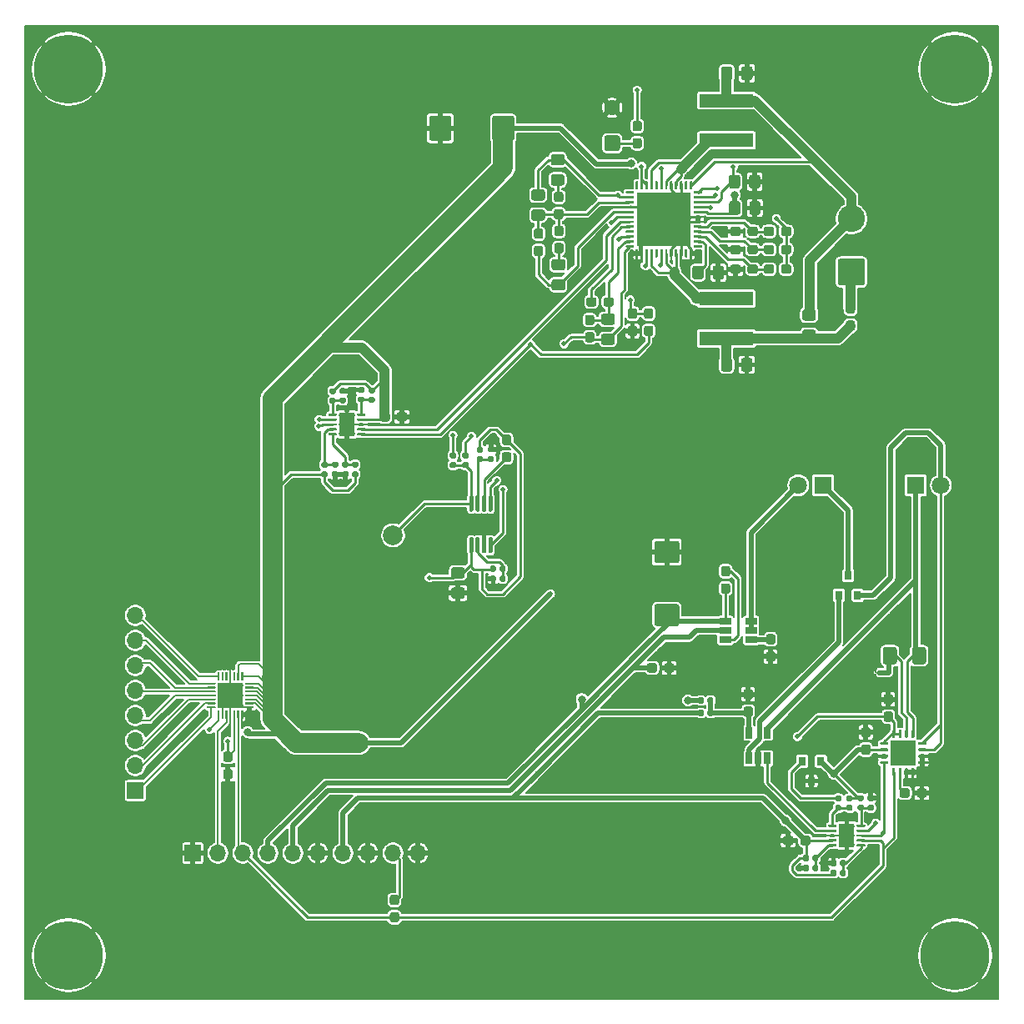
<source format=gbr>
G04 #@! TF.GenerationSoftware,KiCad,Pcbnew,5.1.6-c6e7f7d~87~ubuntu20.04.1*
G04 #@! TF.CreationDate,2021-01-07T23:37:28+02:00*
G04 #@! TF.ProjectId,LED_test_V1.3,4c45445f-7465-4737-945f-56312e332e6b,rev?*
G04 #@! TF.SameCoordinates,Original*
G04 #@! TF.FileFunction,Copper,L1,Top*
G04 #@! TF.FilePolarity,Positive*
%FSLAX46Y46*%
G04 Gerber Fmt 4.6, Leading zero omitted, Abs format (unit mm)*
G04 Created by KiCad (PCBNEW 5.1.6-c6e7f7d~87~ubuntu20.04.1) date 2021-01-07 23:37:28*
%MOMM*%
%LPD*%
G01*
G04 APERTURE LIST*
G04 #@! TA.AperFunction,EtchedComponent*
%ADD10C,0.100000*%
G04 #@! TD*
G04 #@! TA.AperFunction,SMDPad,CuDef*
%ADD11R,0.800000X0.900000*%
G04 #@! TD*
G04 #@! TA.AperFunction,SMDPad,CuDef*
%ADD12R,1.650000X2.380000*%
G04 #@! TD*
G04 #@! TA.AperFunction,ViaPad*
%ADD13C,0.500000*%
G04 #@! TD*
G04 #@! TA.AperFunction,ComponentPad*
%ADD14C,2.750000*%
G04 #@! TD*
G04 #@! TA.AperFunction,SMDPad,CuDef*
%ADD15R,2.600000X2.600000*%
G04 #@! TD*
G04 #@! TA.AperFunction,ComponentPad*
%ADD16C,1.800000*%
G04 #@! TD*
G04 #@! TA.AperFunction,ComponentPad*
%ADD17R,1.800000X1.800000*%
G04 #@! TD*
G04 #@! TA.AperFunction,ComponentPad*
%ADD18O,1.700000X1.700000*%
G04 #@! TD*
G04 #@! TA.AperFunction,ComponentPad*
%ADD19R,1.700000X1.700000*%
G04 #@! TD*
G04 #@! TA.AperFunction,ComponentPad*
%ADD20C,7.000000*%
G04 #@! TD*
G04 #@! TA.AperFunction,SMDPad,CuDef*
%ADD21R,5.500000X1.430000*%
G04 #@! TD*
G04 #@! TA.AperFunction,ComponentPad*
%ADD22C,1.600000*%
G04 #@! TD*
G04 #@! TA.AperFunction,SMDPad,CuDef*
%ADD23R,1.220000X0.650000*%
G04 #@! TD*
G04 #@! TA.AperFunction,SMDPad,CuDef*
%ADD24C,2.000000*%
G04 #@! TD*
G04 #@! TA.AperFunction,SMDPad,CuDef*
%ADD25R,5.450000X5.450000*%
G04 #@! TD*
G04 #@! TA.AperFunction,SMDPad,CuDef*
%ADD26R,0.650000X1.220000*%
G04 #@! TD*
G04 #@! TA.AperFunction,SMDPad,CuDef*
%ADD27R,2.500000X2.500000*%
G04 #@! TD*
G04 #@! TA.AperFunction,ViaPad*
%ADD28C,0.600000*%
G04 #@! TD*
G04 #@! TA.AperFunction,Conductor*
%ADD29C,0.500000*%
G04 #@! TD*
G04 #@! TA.AperFunction,ViaPad*
%ADD30C,0.800000*%
G04 #@! TD*
G04 #@! TA.AperFunction,ViaPad*
%ADD31C,2.000000*%
G04 #@! TD*
G04 #@! TA.AperFunction,Conductor*
%ADD32C,0.250000*%
G04 #@! TD*
G04 #@! TA.AperFunction,Conductor*
%ADD33C,0.500000*%
G04 #@! TD*
G04 #@! TA.AperFunction,Conductor*
%ADD34C,0.200000*%
G04 #@! TD*
G04 #@! TA.AperFunction,Conductor*
%ADD35C,2.000000*%
G04 #@! TD*
G04 #@! TA.AperFunction,Conductor*
%ADD36C,1.000000*%
G04 #@! TD*
G04 #@! TA.AperFunction,Conductor*
%ADD37C,0.190000*%
G04 #@! TD*
G04 APERTURE END LIST*
D10*
G36*
X188240000Y-116550000D02*
G01*
X187240000Y-116550000D01*
X187240000Y-116050000D01*
X188240000Y-116050000D01*
X188240000Y-116550000D01*
G37*
G04 #@! TA.AperFunction,SMDPad,CuDef*
G36*
G01*
X159300000Y-78907500D02*
X159300000Y-78432500D01*
G75*
G02*
X159537500Y-78195000I237500J0D01*
G01*
X160112500Y-78195000D01*
G75*
G02*
X160350000Y-78432500I0J-237500D01*
G01*
X160350000Y-78907500D01*
G75*
G02*
X160112500Y-79145000I-237500J0D01*
G01*
X159537500Y-79145000D01*
G75*
G02*
X159300000Y-78907500I0J237500D01*
G01*
G37*
G04 #@! TD.AperFunction*
G04 #@! TA.AperFunction,SMDPad,CuDef*
G36*
G01*
X157550000Y-78907500D02*
X157550000Y-78432500D01*
G75*
G02*
X157787500Y-78195000I237500J0D01*
G01*
X158362500Y-78195000D01*
G75*
G02*
X158600000Y-78432500I0J-237500D01*
G01*
X158600000Y-78907500D01*
G75*
G02*
X158362500Y-79145000I-237500J0D01*
G01*
X157787500Y-79145000D01*
G75*
G02*
X157550000Y-78907500I0J237500D01*
G01*
G37*
G04 #@! TD.AperFunction*
G04 #@! TA.AperFunction,SMDPad,CuDef*
G36*
G01*
X144075999Y-105588000D02*
X144976001Y-105588000D01*
G75*
G02*
X145226000Y-105837999I0J-249999D01*
G01*
X145226000Y-106488001D01*
G75*
G02*
X144976001Y-106738000I-249999J0D01*
G01*
X144075999Y-106738000D01*
G75*
G02*
X143826000Y-106488001I0J249999D01*
G01*
X143826000Y-105837999D01*
G75*
G02*
X144075999Y-105588000I249999J0D01*
G01*
G37*
G04 #@! TD.AperFunction*
G04 #@! TA.AperFunction,SMDPad,CuDef*
G36*
G01*
X144075999Y-107638000D02*
X144976001Y-107638000D01*
G75*
G02*
X145226000Y-107887999I0J-249999D01*
G01*
X145226000Y-108538001D01*
G75*
G02*
X144976001Y-108788000I-249999J0D01*
G01*
X144075999Y-108788000D01*
G75*
G02*
X143826000Y-108538001I0J249999D01*
G01*
X143826000Y-107887999D01*
G75*
G02*
X144075999Y-107638000I249999J0D01*
G01*
G37*
G04 #@! TD.AperFunction*
D11*
X180420000Y-127300000D03*
X179470000Y-125300000D03*
X181370000Y-125300000D03*
G04 #@! TA.AperFunction,SMDPad,CuDef*
G36*
G01*
X182967500Y-129740000D02*
X183312500Y-129740000D01*
G75*
G02*
X183460000Y-129887500I0J-147500D01*
G01*
X183460000Y-130182500D01*
G75*
G02*
X183312500Y-130330000I-147500J0D01*
G01*
X182967500Y-130330000D01*
G75*
G02*
X182820000Y-130182500I0J147500D01*
G01*
X182820000Y-129887500D01*
G75*
G02*
X182967500Y-129740000I147500J0D01*
G01*
G37*
G04 #@! TD.AperFunction*
G04 #@! TA.AperFunction,SMDPad,CuDef*
G36*
G01*
X182967500Y-128770000D02*
X183312500Y-128770000D01*
G75*
G02*
X183460000Y-128917500I0J-147500D01*
G01*
X183460000Y-129212500D01*
G75*
G02*
X183312500Y-129360000I-147500J0D01*
G01*
X182967500Y-129360000D01*
G75*
G02*
X182820000Y-129212500I0J147500D01*
G01*
X182820000Y-128917500D01*
G75*
G02*
X182967500Y-128770000I147500J0D01*
G01*
G37*
G04 #@! TD.AperFunction*
G04 #@! TA.AperFunction,SMDPad,CuDef*
G36*
G01*
X131375000Y-90162500D02*
X131375000Y-90037500D01*
G75*
G02*
X131437500Y-89975000I62500J0D01*
G01*
X132162500Y-89975000D01*
G75*
G02*
X132225000Y-90037500I0J-62500D01*
G01*
X132225000Y-90162500D01*
G75*
G02*
X132162500Y-90225000I-62500J0D01*
G01*
X131437500Y-90225000D01*
G75*
G02*
X131375000Y-90162500I0J62500D01*
G01*
G37*
G04 #@! TD.AperFunction*
G04 #@! TA.AperFunction,SMDPad,CuDef*
G36*
G01*
X131375000Y-90662500D02*
X131375000Y-90537500D01*
G75*
G02*
X131437500Y-90475000I62500J0D01*
G01*
X132162500Y-90475000D01*
G75*
G02*
X132225000Y-90537500I0J-62500D01*
G01*
X132225000Y-90662500D01*
G75*
G02*
X132162500Y-90725000I-62500J0D01*
G01*
X131437500Y-90725000D01*
G75*
G02*
X131375000Y-90662500I0J62500D01*
G01*
G37*
G04 #@! TD.AperFunction*
G04 #@! TA.AperFunction,SMDPad,CuDef*
G36*
G01*
X131375000Y-91162500D02*
X131375000Y-91037500D01*
G75*
G02*
X131437500Y-90975000I62500J0D01*
G01*
X132162500Y-90975000D01*
G75*
G02*
X132225000Y-91037500I0J-62500D01*
G01*
X132225000Y-91162500D01*
G75*
G02*
X132162500Y-91225000I-62500J0D01*
G01*
X131437500Y-91225000D01*
G75*
G02*
X131375000Y-91162500I0J62500D01*
G01*
G37*
G04 #@! TD.AperFunction*
G04 #@! TA.AperFunction,SMDPad,CuDef*
G36*
G01*
X131375000Y-91662500D02*
X131375000Y-91537500D01*
G75*
G02*
X131437500Y-91475000I62500J0D01*
G01*
X132162500Y-91475000D01*
G75*
G02*
X132225000Y-91537500I0J-62500D01*
G01*
X132225000Y-91662500D01*
G75*
G02*
X132162500Y-91725000I-62500J0D01*
G01*
X131437500Y-91725000D01*
G75*
G02*
X131375000Y-91662500I0J62500D01*
G01*
G37*
G04 #@! TD.AperFunction*
G04 #@! TA.AperFunction,SMDPad,CuDef*
G36*
G01*
X131375000Y-92162500D02*
X131375000Y-92037500D01*
G75*
G02*
X131437500Y-91975000I62500J0D01*
G01*
X132162500Y-91975000D01*
G75*
G02*
X132225000Y-92037500I0J-62500D01*
G01*
X132225000Y-92162500D01*
G75*
G02*
X132162500Y-92225000I-62500J0D01*
G01*
X131437500Y-92225000D01*
G75*
G02*
X131375000Y-92162500I0J62500D01*
G01*
G37*
G04 #@! TD.AperFunction*
G04 #@! TA.AperFunction,SMDPad,CuDef*
G36*
G01*
X134275000Y-92162500D02*
X134275000Y-92037500D01*
G75*
G02*
X134337500Y-91975000I62500J0D01*
G01*
X135062500Y-91975000D01*
G75*
G02*
X135125000Y-92037500I0J-62500D01*
G01*
X135125000Y-92162500D01*
G75*
G02*
X135062500Y-92225000I-62500J0D01*
G01*
X134337500Y-92225000D01*
G75*
G02*
X134275000Y-92162500I0J62500D01*
G01*
G37*
G04 #@! TD.AperFunction*
G04 #@! TA.AperFunction,SMDPad,CuDef*
G36*
G01*
X134275000Y-91662500D02*
X134275000Y-91537500D01*
G75*
G02*
X134337500Y-91475000I62500J0D01*
G01*
X135062500Y-91475000D01*
G75*
G02*
X135125000Y-91537500I0J-62500D01*
G01*
X135125000Y-91662500D01*
G75*
G02*
X135062500Y-91725000I-62500J0D01*
G01*
X134337500Y-91725000D01*
G75*
G02*
X134275000Y-91662500I0J62500D01*
G01*
G37*
G04 #@! TD.AperFunction*
G04 #@! TA.AperFunction,SMDPad,CuDef*
G36*
G01*
X134275000Y-91162500D02*
X134275000Y-91037500D01*
G75*
G02*
X134337500Y-90975000I62500J0D01*
G01*
X135062500Y-90975000D01*
G75*
G02*
X135125000Y-91037500I0J-62500D01*
G01*
X135125000Y-91162500D01*
G75*
G02*
X135062500Y-91225000I-62500J0D01*
G01*
X134337500Y-91225000D01*
G75*
G02*
X134275000Y-91162500I0J62500D01*
G01*
G37*
G04 #@! TD.AperFunction*
G04 #@! TA.AperFunction,SMDPad,CuDef*
G36*
G01*
X134275000Y-90662500D02*
X134275000Y-90537500D01*
G75*
G02*
X134337500Y-90475000I62500J0D01*
G01*
X135062500Y-90475000D01*
G75*
G02*
X135125000Y-90537500I0J-62500D01*
G01*
X135125000Y-90662500D01*
G75*
G02*
X135062500Y-90725000I-62500J0D01*
G01*
X134337500Y-90725000D01*
G75*
G02*
X134275000Y-90662500I0J62500D01*
G01*
G37*
G04 #@! TD.AperFunction*
G04 #@! TA.AperFunction,SMDPad,CuDef*
G36*
G01*
X134275000Y-90162500D02*
X134275000Y-90037500D01*
G75*
G02*
X134337500Y-89975000I62500J0D01*
G01*
X135062500Y-89975000D01*
G75*
G02*
X135125000Y-90037500I0J-62500D01*
G01*
X135125000Y-90162500D01*
G75*
G02*
X135062500Y-90225000I-62500J0D01*
G01*
X134337500Y-90225000D01*
G75*
G02*
X134275000Y-90162500I0J62500D01*
G01*
G37*
G04 #@! TD.AperFunction*
D12*
X133250000Y-91100000D03*
D13*
X132675000Y-90160000D03*
X133825000Y-90160000D03*
X132675000Y-91100000D03*
X133825000Y-91100000D03*
X132675000Y-92040000D03*
X133825000Y-92040000D03*
D14*
X184475000Y-70225000D03*
G04 #@! TA.AperFunction,ComponentPad*
G36*
G01*
X185600001Y-77000000D02*
X183349999Y-77000000D01*
G75*
G02*
X183100000Y-76750001I0J249999D01*
G01*
X183100000Y-74499999D01*
G75*
G02*
X183349999Y-74250000I249999J0D01*
G01*
X185600001Y-74250000D01*
G75*
G02*
X185850000Y-74499999I0J-249999D01*
G01*
X185850000Y-76750001D01*
G75*
G02*
X185600001Y-77000000I-249999J0D01*
G01*
G37*
G04 #@! TD.AperFunction*
G04 #@! TA.AperFunction,SMDPad,CuDef*
G36*
G01*
X148770000Y-106937500D02*
X148770000Y-106592500D01*
G75*
G02*
X148917500Y-106445000I147500J0D01*
G01*
X149212500Y-106445000D01*
G75*
G02*
X149360000Y-106592500I0J-147500D01*
G01*
X149360000Y-106937500D01*
G75*
G02*
X149212500Y-107085000I-147500J0D01*
G01*
X148917500Y-107085000D01*
G75*
G02*
X148770000Y-106937500I0J147500D01*
G01*
G37*
G04 #@! TD.AperFunction*
G04 #@! TA.AperFunction,SMDPad,CuDef*
G36*
G01*
X147800000Y-106937500D02*
X147800000Y-106592500D01*
G75*
G02*
X147947500Y-106445000I147500J0D01*
G01*
X148242500Y-106445000D01*
G75*
G02*
X148390000Y-106592500I0J-147500D01*
G01*
X148390000Y-106937500D01*
G75*
G02*
X148242500Y-107085000I-147500J0D01*
G01*
X147947500Y-107085000D01*
G75*
G02*
X147800000Y-106937500I0J147500D01*
G01*
G37*
G04 #@! TD.AperFunction*
G04 #@! TA.AperFunction,SMDPad,CuDef*
G36*
G01*
X148770000Y-105912500D02*
X148770000Y-105567500D01*
G75*
G02*
X148917500Y-105420000I147500J0D01*
G01*
X149212500Y-105420000D01*
G75*
G02*
X149360000Y-105567500I0J-147500D01*
G01*
X149360000Y-105912500D01*
G75*
G02*
X149212500Y-106060000I-147500J0D01*
G01*
X148917500Y-106060000D01*
G75*
G02*
X148770000Y-105912500I0J147500D01*
G01*
G37*
G04 #@! TD.AperFunction*
G04 #@! TA.AperFunction,SMDPad,CuDef*
G36*
G01*
X147800000Y-105912500D02*
X147800000Y-105567500D01*
G75*
G02*
X147947500Y-105420000I147500J0D01*
G01*
X148242500Y-105420000D01*
G75*
G02*
X148390000Y-105567500I0J-147500D01*
G01*
X148390000Y-105912500D01*
G75*
G02*
X148242500Y-106060000I-147500J0D01*
G01*
X147947500Y-106060000D01*
G75*
G02*
X147800000Y-105912500I0J147500D01*
G01*
G37*
G04 #@! TD.AperFunction*
G04 #@! TA.AperFunction,SMDPad,CuDef*
G36*
G01*
X147692500Y-94305000D02*
X148037500Y-94305000D01*
G75*
G02*
X148185000Y-94452500I0J-147500D01*
G01*
X148185000Y-94747500D01*
G75*
G02*
X148037500Y-94895000I-147500J0D01*
G01*
X147692500Y-94895000D01*
G75*
G02*
X147545000Y-94747500I0J147500D01*
G01*
X147545000Y-94452500D01*
G75*
G02*
X147692500Y-94305000I147500J0D01*
G01*
G37*
G04 #@! TD.AperFunction*
G04 #@! TA.AperFunction,SMDPad,CuDef*
G36*
G01*
X147692500Y-93335000D02*
X148037500Y-93335000D01*
G75*
G02*
X148185000Y-93482500I0J-147500D01*
G01*
X148185000Y-93777500D01*
G75*
G02*
X148037500Y-93925000I-147500J0D01*
G01*
X147692500Y-93925000D01*
G75*
G02*
X147545000Y-93777500I0J147500D01*
G01*
X147545000Y-93482500D01*
G75*
G02*
X147692500Y-93335000I147500J0D01*
G01*
G37*
G04 #@! TD.AperFunction*
G04 #@! TA.AperFunction,SMDPad,CuDef*
G36*
G01*
X146567500Y-94330000D02*
X146912500Y-94330000D01*
G75*
G02*
X147060000Y-94477500I0J-147500D01*
G01*
X147060000Y-94772500D01*
G75*
G02*
X146912500Y-94920000I-147500J0D01*
G01*
X146567500Y-94920000D01*
G75*
G02*
X146420000Y-94772500I0J147500D01*
G01*
X146420000Y-94477500D01*
G75*
G02*
X146567500Y-94330000I147500J0D01*
G01*
G37*
G04 #@! TD.AperFunction*
G04 #@! TA.AperFunction,SMDPad,CuDef*
G36*
G01*
X146567500Y-93360000D02*
X146912500Y-93360000D01*
G75*
G02*
X147060000Y-93507500I0J-147500D01*
G01*
X147060000Y-93802500D01*
G75*
G02*
X146912500Y-93950000I-147500J0D01*
G01*
X146567500Y-93950000D01*
G75*
G02*
X146420000Y-93802500I0J147500D01*
G01*
X146420000Y-93507500D01*
G75*
G02*
X146567500Y-93360000I147500J0D01*
G01*
G37*
G04 #@! TD.AperFunction*
G04 #@! TA.AperFunction,SMDPad,CuDef*
G36*
G01*
X176625000Y-75087500D02*
X176625000Y-75562500D01*
G75*
G02*
X176387500Y-75800000I-237500J0D01*
G01*
X175812500Y-75800000D01*
G75*
G02*
X175575000Y-75562500I0J237500D01*
G01*
X175575000Y-75087500D01*
G75*
G02*
X175812500Y-74850000I237500J0D01*
G01*
X176387500Y-74850000D01*
G75*
G02*
X176625000Y-75087500I0J-237500D01*
G01*
G37*
G04 #@! TD.AperFunction*
G04 #@! TA.AperFunction,SMDPad,CuDef*
G36*
G01*
X178375000Y-75087500D02*
X178375000Y-75562500D01*
G75*
G02*
X178137500Y-75800000I-237500J0D01*
G01*
X177562500Y-75800000D01*
G75*
G02*
X177325000Y-75562500I0J237500D01*
G01*
X177325000Y-75087500D01*
G75*
G02*
X177562500Y-74850000I237500J0D01*
G01*
X178137500Y-74850000D01*
G75*
G02*
X178375000Y-75087500I0J-237500D01*
G01*
G37*
G04 #@! TD.AperFunction*
D13*
X120362000Y-117568000D03*
X121412000Y-117568000D03*
X122462000Y-117568000D03*
X120362000Y-118618000D03*
X121412000Y-118618000D03*
X122462000Y-118618000D03*
X120362000Y-119668000D03*
X121412000Y-119668000D03*
X122462000Y-119668000D03*
D15*
X121412000Y-118618000D03*
G04 #@! TA.AperFunction,SMDPad,CuDef*
G36*
G01*
X122712000Y-120168000D02*
X122712000Y-120943000D01*
G75*
G02*
X122662000Y-120993000I-50000J0D01*
G01*
X122562000Y-120993000D01*
G75*
G02*
X122512000Y-120943000I0J50000D01*
G01*
X122512000Y-120168000D01*
G75*
G02*
X122562000Y-120118000I50000J0D01*
G01*
X122662000Y-120118000D01*
G75*
G02*
X122712000Y-120168000I0J-50000D01*
G01*
G37*
G04 #@! TD.AperFunction*
G04 #@! TA.AperFunction,SMDPad,CuDef*
G36*
G01*
X122312000Y-120168000D02*
X122312000Y-120943000D01*
G75*
G02*
X122262000Y-120993000I-50000J0D01*
G01*
X122162000Y-120993000D01*
G75*
G02*
X122112000Y-120943000I0J50000D01*
G01*
X122112000Y-120168000D01*
G75*
G02*
X122162000Y-120118000I50000J0D01*
G01*
X122262000Y-120118000D01*
G75*
G02*
X122312000Y-120168000I0J-50000D01*
G01*
G37*
G04 #@! TD.AperFunction*
G04 #@! TA.AperFunction,SMDPad,CuDef*
G36*
G01*
X121912000Y-120168000D02*
X121912000Y-120943000D01*
G75*
G02*
X121862000Y-120993000I-50000J0D01*
G01*
X121762000Y-120993000D01*
G75*
G02*
X121712000Y-120943000I0J50000D01*
G01*
X121712000Y-120168000D01*
G75*
G02*
X121762000Y-120118000I50000J0D01*
G01*
X121862000Y-120118000D01*
G75*
G02*
X121912000Y-120168000I0J-50000D01*
G01*
G37*
G04 #@! TD.AperFunction*
G04 #@! TA.AperFunction,SMDPad,CuDef*
G36*
G01*
X121512000Y-120168000D02*
X121512000Y-120943000D01*
G75*
G02*
X121462000Y-120993000I-50000J0D01*
G01*
X121362000Y-120993000D01*
G75*
G02*
X121312000Y-120943000I0J50000D01*
G01*
X121312000Y-120168000D01*
G75*
G02*
X121362000Y-120118000I50000J0D01*
G01*
X121462000Y-120118000D01*
G75*
G02*
X121512000Y-120168000I0J-50000D01*
G01*
G37*
G04 #@! TD.AperFunction*
G04 #@! TA.AperFunction,SMDPad,CuDef*
G36*
G01*
X121112000Y-120168000D02*
X121112000Y-120943000D01*
G75*
G02*
X121062000Y-120993000I-50000J0D01*
G01*
X120962000Y-120993000D01*
G75*
G02*
X120912000Y-120943000I0J50000D01*
G01*
X120912000Y-120168000D01*
G75*
G02*
X120962000Y-120118000I50000J0D01*
G01*
X121062000Y-120118000D01*
G75*
G02*
X121112000Y-120168000I0J-50000D01*
G01*
G37*
G04 #@! TD.AperFunction*
G04 #@! TA.AperFunction,SMDPad,CuDef*
G36*
G01*
X120712000Y-120168000D02*
X120712000Y-120943000D01*
G75*
G02*
X120662000Y-120993000I-50000J0D01*
G01*
X120562000Y-120993000D01*
G75*
G02*
X120512000Y-120943000I0J50000D01*
G01*
X120512000Y-120168000D01*
G75*
G02*
X120562000Y-120118000I50000J0D01*
G01*
X120662000Y-120118000D01*
G75*
G02*
X120712000Y-120168000I0J-50000D01*
G01*
G37*
G04 #@! TD.AperFunction*
G04 #@! TA.AperFunction,SMDPad,CuDef*
G36*
G01*
X120312000Y-120168000D02*
X120312000Y-120943000D01*
G75*
G02*
X120262000Y-120993000I-50000J0D01*
G01*
X120162000Y-120993000D01*
G75*
G02*
X120112000Y-120943000I0J50000D01*
G01*
X120112000Y-120168000D01*
G75*
G02*
X120162000Y-120118000I50000J0D01*
G01*
X120262000Y-120118000D01*
G75*
G02*
X120312000Y-120168000I0J-50000D01*
G01*
G37*
G04 #@! TD.AperFunction*
G04 #@! TA.AperFunction,SMDPad,CuDef*
G36*
G01*
X119912000Y-119768000D02*
X119912000Y-119868000D01*
G75*
G02*
X119862000Y-119918000I-50000J0D01*
G01*
X119087000Y-119918000D01*
G75*
G02*
X119037000Y-119868000I0J50000D01*
G01*
X119037000Y-119768000D01*
G75*
G02*
X119087000Y-119718000I50000J0D01*
G01*
X119862000Y-119718000D01*
G75*
G02*
X119912000Y-119768000I0J-50000D01*
G01*
G37*
G04 #@! TD.AperFunction*
G04 #@! TA.AperFunction,SMDPad,CuDef*
G36*
G01*
X119912000Y-119368000D02*
X119912000Y-119468000D01*
G75*
G02*
X119862000Y-119518000I-50000J0D01*
G01*
X119087000Y-119518000D01*
G75*
G02*
X119037000Y-119468000I0J50000D01*
G01*
X119037000Y-119368000D01*
G75*
G02*
X119087000Y-119318000I50000J0D01*
G01*
X119862000Y-119318000D01*
G75*
G02*
X119912000Y-119368000I0J-50000D01*
G01*
G37*
G04 #@! TD.AperFunction*
G04 #@! TA.AperFunction,SMDPad,CuDef*
G36*
G01*
X119912000Y-118968000D02*
X119912000Y-119068000D01*
G75*
G02*
X119862000Y-119118000I-50000J0D01*
G01*
X119087000Y-119118000D01*
G75*
G02*
X119037000Y-119068000I0J50000D01*
G01*
X119037000Y-118968000D01*
G75*
G02*
X119087000Y-118918000I50000J0D01*
G01*
X119862000Y-118918000D01*
G75*
G02*
X119912000Y-118968000I0J-50000D01*
G01*
G37*
G04 #@! TD.AperFunction*
G04 #@! TA.AperFunction,SMDPad,CuDef*
G36*
G01*
X119912000Y-118568000D02*
X119912000Y-118668000D01*
G75*
G02*
X119862000Y-118718000I-50000J0D01*
G01*
X119087000Y-118718000D01*
G75*
G02*
X119037000Y-118668000I0J50000D01*
G01*
X119037000Y-118568000D01*
G75*
G02*
X119087000Y-118518000I50000J0D01*
G01*
X119862000Y-118518000D01*
G75*
G02*
X119912000Y-118568000I0J-50000D01*
G01*
G37*
G04 #@! TD.AperFunction*
G04 #@! TA.AperFunction,SMDPad,CuDef*
G36*
G01*
X119912000Y-118168000D02*
X119912000Y-118268000D01*
G75*
G02*
X119862000Y-118318000I-50000J0D01*
G01*
X119087000Y-118318000D01*
G75*
G02*
X119037000Y-118268000I0J50000D01*
G01*
X119037000Y-118168000D01*
G75*
G02*
X119087000Y-118118000I50000J0D01*
G01*
X119862000Y-118118000D01*
G75*
G02*
X119912000Y-118168000I0J-50000D01*
G01*
G37*
G04 #@! TD.AperFunction*
G04 #@! TA.AperFunction,SMDPad,CuDef*
G36*
G01*
X119912000Y-117768000D02*
X119912000Y-117868000D01*
G75*
G02*
X119862000Y-117918000I-50000J0D01*
G01*
X119087000Y-117918000D01*
G75*
G02*
X119037000Y-117868000I0J50000D01*
G01*
X119037000Y-117768000D01*
G75*
G02*
X119087000Y-117718000I50000J0D01*
G01*
X119862000Y-117718000D01*
G75*
G02*
X119912000Y-117768000I0J-50000D01*
G01*
G37*
G04 #@! TD.AperFunction*
G04 #@! TA.AperFunction,SMDPad,CuDef*
G36*
G01*
X119912000Y-117368000D02*
X119912000Y-117468000D01*
G75*
G02*
X119862000Y-117518000I-50000J0D01*
G01*
X119087000Y-117518000D01*
G75*
G02*
X119037000Y-117468000I0J50000D01*
G01*
X119037000Y-117368000D01*
G75*
G02*
X119087000Y-117318000I50000J0D01*
G01*
X119862000Y-117318000D01*
G75*
G02*
X119912000Y-117368000I0J-50000D01*
G01*
G37*
G04 #@! TD.AperFunction*
G04 #@! TA.AperFunction,SMDPad,CuDef*
G36*
G01*
X120312000Y-116293000D02*
X120312000Y-117068000D01*
G75*
G02*
X120262000Y-117118000I-50000J0D01*
G01*
X120162000Y-117118000D01*
G75*
G02*
X120112000Y-117068000I0J50000D01*
G01*
X120112000Y-116293000D01*
G75*
G02*
X120162000Y-116243000I50000J0D01*
G01*
X120262000Y-116243000D01*
G75*
G02*
X120312000Y-116293000I0J-50000D01*
G01*
G37*
G04 #@! TD.AperFunction*
G04 #@! TA.AperFunction,SMDPad,CuDef*
G36*
G01*
X120712000Y-116293000D02*
X120712000Y-117068000D01*
G75*
G02*
X120662000Y-117118000I-50000J0D01*
G01*
X120562000Y-117118000D01*
G75*
G02*
X120512000Y-117068000I0J50000D01*
G01*
X120512000Y-116293000D01*
G75*
G02*
X120562000Y-116243000I50000J0D01*
G01*
X120662000Y-116243000D01*
G75*
G02*
X120712000Y-116293000I0J-50000D01*
G01*
G37*
G04 #@! TD.AperFunction*
G04 #@! TA.AperFunction,SMDPad,CuDef*
G36*
G01*
X121112000Y-116293000D02*
X121112000Y-117068000D01*
G75*
G02*
X121062000Y-117118000I-50000J0D01*
G01*
X120962000Y-117118000D01*
G75*
G02*
X120912000Y-117068000I0J50000D01*
G01*
X120912000Y-116293000D01*
G75*
G02*
X120962000Y-116243000I50000J0D01*
G01*
X121062000Y-116243000D01*
G75*
G02*
X121112000Y-116293000I0J-50000D01*
G01*
G37*
G04 #@! TD.AperFunction*
G04 #@! TA.AperFunction,SMDPad,CuDef*
G36*
G01*
X121512000Y-116293000D02*
X121512000Y-117068000D01*
G75*
G02*
X121462000Y-117118000I-50000J0D01*
G01*
X121362000Y-117118000D01*
G75*
G02*
X121312000Y-117068000I0J50000D01*
G01*
X121312000Y-116293000D01*
G75*
G02*
X121362000Y-116243000I50000J0D01*
G01*
X121462000Y-116243000D01*
G75*
G02*
X121512000Y-116293000I0J-50000D01*
G01*
G37*
G04 #@! TD.AperFunction*
G04 #@! TA.AperFunction,SMDPad,CuDef*
G36*
G01*
X121912000Y-116293000D02*
X121912000Y-117068000D01*
G75*
G02*
X121862000Y-117118000I-50000J0D01*
G01*
X121762000Y-117118000D01*
G75*
G02*
X121712000Y-117068000I0J50000D01*
G01*
X121712000Y-116293000D01*
G75*
G02*
X121762000Y-116243000I50000J0D01*
G01*
X121862000Y-116243000D01*
G75*
G02*
X121912000Y-116293000I0J-50000D01*
G01*
G37*
G04 #@! TD.AperFunction*
G04 #@! TA.AperFunction,SMDPad,CuDef*
G36*
G01*
X122312000Y-116293000D02*
X122312000Y-117068000D01*
G75*
G02*
X122262000Y-117118000I-50000J0D01*
G01*
X122162000Y-117118000D01*
G75*
G02*
X122112000Y-117068000I0J50000D01*
G01*
X122112000Y-116293000D01*
G75*
G02*
X122162000Y-116243000I50000J0D01*
G01*
X122262000Y-116243000D01*
G75*
G02*
X122312000Y-116293000I0J-50000D01*
G01*
G37*
G04 #@! TD.AperFunction*
G04 #@! TA.AperFunction,SMDPad,CuDef*
G36*
G01*
X122712000Y-116293000D02*
X122712000Y-117068000D01*
G75*
G02*
X122662000Y-117118000I-50000J0D01*
G01*
X122562000Y-117118000D01*
G75*
G02*
X122512000Y-117068000I0J50000D01*
G01*
X122512000Y-116293000D01*
G75*
G02*
X122562000Y-116243000I50000J0D01*
G01*
X122662000Y-116243000D01*
G75*
G02*
X122712000Y-116293000I0J-50000D01*
G01*
G37*
G04 #@! TD.AperFunction*
G04 #@! TA.AperFunction,SMDPad,CuDef*
G36*
G01*
X123787000Y-117368000D02*
X123787000Y-117468000D01*
G75*
G02*
X123737000Y-117518000I-50000J0D01*
G01*
X122962000Y-117518000D01*
G75*
G02*
X122912000Y-117468000I0J50000D01*
G01*
X122912000Y-117368000D01*
G75*
G02*
X122962000Y-117318000I50000J0D01*
G01*
X123737000Y-117318000D01*
G75*
G02*
X123787000Y-117368000I0J-50000D01*
G01*
G37*
G04 #@! TD.AperFunction*
G04 #@! TA.AperFunction,SMDPad,CuDef*
G36*
G01*
X123787000Y-117768000D02*
X123787000Y-117868000D01*
G75*
G02*
X123737000Y-117918000I-50000J0D01*
G01*
X122962000Y-117918000D01*
G75*
G02*
X122912000Y-117868000I0J50000D01*
G01*
X122912000Y-117768000D01*
G75*
G02*
X122962000Y-117718000I50000J0D01*
G01*
X123737000Y-117718000D01*
G75*
G02*
X123787000Y-117768000I0J-50000D01*
G01*
G37*
G04 #@! TD.AperFunction*
G04 #@! TA.AperFunction,SMDPad,CuDef*
G36*
G01*
X123787000Y-118168000D02*
X123787000Y-118268000D01*
G75*
G02*
X123737000Y-118318000I-50000J0D01*
G01*
X122962000Y-118318000D01*
G75*
G02*
X122912000Y-118268000I0J50000D01*
G01*
X122912000Y-118168000D01*
G75*
G02*
X122962000Y-118118000I50000J0D01*
G01*
X123737000Y-118118000D01*
G75*
G02*
X123787000Y-118168000I0J-50000D01*
G01*
G37*
G04 #@! TD.AperFunction*
G04 #@! TA.AperFunction,SMDPad,CuDef*
G36*
G01*
X123787000Y-118568000D02*
X123787000Y-118668000D01*
G75*
G02*
X123737000Y-118718000I-50000J0D01*
G01*
X122962000Y-118718000D01*
G75*
G02*
X122912000Y-118668000I0J50000D01*
G01*
X122912000Y-118568000D01*
G75*
G02*
X122962000Y-118518000I50000J0D01*
G01*
X123737000Y-118518000D01*
G75*
G02*
X123787000Y-118568000I0J-50000D01*
G01*
G37*
G04 #@! TD.AperFunction*
G04 #@! TA.AperFunction,SMDPad,CuDef*
G36*
G01*
X123787000Y-118968000D02*
X123787000Y-119068000D01*
G75*
G02*
X123737000Y-119118000I-50000J0D01*
G01*
X122962000Y-119118000D01*
G75*
G02*
X122912000Y-119068000I0J50000D01*
G01*
X122912000Y-118968000D01*
G75*
G02*
X122962000Y-118918000I50000J0D01*
G01*
X123737000Y-118918000D01*
G75*
G02*
X123787000Y-118968000I0J-50000D01*
G01*
G37*
G04 #@! TD.AperFunction*
G04 #@! TA.AperFunction,SMDPad,CuDef*
G36*
G01*
X123787000Y-119368000D02*
X123787000Y-119468000D01*
G75*
G02*
X123737000Y-119518000I-50000J0D01*
G01*
X122962000Y-119518000D01*
G75*
G02*
X122912000Y-119468000I0J50000D01*
G01*
X122912000Y-119368000D01*
G75*
G02*
X122962000Y-119318000I50000J0D01*
G01*
X123737000Y-119318000D01*
G75*
G02*
X123787000Y-119368000I0J-50000D01*
G01*
G37*
G04 #@! TD.AperFunction*
G04 #@! TA.AperFunction,SMDPad,CuDef*
G36*
G01*
X123787000Y-119768000D02*
X123787000Y-119868000D01*
G75*
G02*
X123737000Y-119918000I-50000J0D01*
G01*
X122962000Y-119918000D01*
G75*
G02*
X122912000Y-119868000I0J50000D01*
G01*
X122912000Y-119768000D01*
G75*
G02*
X122962000Y-119718000I50000J0D01*
G01*
X123737000Y-119718000D01*
G75*
G02*
X123787000Y-119768000I0J-50000D01*
G01*
G37*
G04 #@! TD.AperFunction*
D16*
X179070000Y-97282000D03*
D17*
X181610000Y-97282000D03*
G04 #@! TA.AperFunction,SMDPad,CuDef*
G36*
G01*
X176038500Y-114142000D02*
X176513500Y-114142000D01*
G75*
G02*
X176751000Y-114379500I0J-237500D01*
G01*
X176751000Y-114954500D01*
G75*
G02*
X176513500Y-115192000I-237500J0D01*
G01*
X176038500Y-115192000D01*
G75*
G02*
X175801000Y-114954500I0J237500D01*
G01*
X175801000Y-114379500D01*
G75*
G02*
X176038500Y-114142000I237500J0D01*
G01*
G37*
G04 #@! TD.AperFunction*
G04 #@! TA.AperFunction,SMDPad,CuDef*
G36*
G01*
X176038500Y-112392000D02*
X176513500Y-112392000D01*
G75*
G02*
X176751000Y-112629500I0J-237500D01*
G01*
X176751000Y-113204500D01*
G75*
G02*
X176513500Y-113442000I-237500J0D01*
G01*
X176038500Y-113442000D01*
G75*
G02*
X175801000Y-113204500I0J237500D01*
G01*
X175801000Y-112629500D01*
G75*
G02*
X176038500Y-112392000I237500J0D01*
G01*
G37*
G04 #@! TD.AperFunction*
G04 #@! TA.AperFunction,SMDPad,CuDef*
G36*
G01*
X169862000Y-119298500D02*
X169862000Y-118953500D01*
G75*
G02*
X170009500Y-118806000I147500J0D01*
G01*
X170304500Y-118806000D01*
G75*
G02*
X170452000Y-118953500I0J-147500D01*
G01*
X170452000Y-119298500D01*
G75*
G02*
X170304500Y-119446000I-147500J0D01*
G01*
X170009500Y-119446000D01*
G75*
G02*
X169862000Y-119298500I0J147500D01*
G01*
G37*
G04 #@! TD.AperFunction*
G04 #@! TA.AperFunction,SMDPad,CuDef*
G36*
G01*
X168892000Y-119298500D02*
X168892000Y-118953500D01*
G75*
G02*
X169039500Y-118806000I147500J0D01*
G01*
X169334500Y-118806000D01*
G75*
G02*
X169482000Y-118953500I0J-147500D01*
G01*
X169482000Y-119298500D01*
G75*
G02*
X169334500Y-119446000I-147500J0D01*
G01*
X169039500Y-119446000D01*
G75*
G02*
X168892000Y-119298500I0J147500D01*
G01*
G37*
G04 #@! TD.AperFunction*
G04 #@! TA.AperFunction,SMDPad,CuDef*
G36*
G01*
X182944000Y-135463500D02*
X182944000Y-135808500D01*
G75*
G02*
X182796500Y-135956000I-147500J0D01*
G01*
X182501500Y-135956000D01*
G75*
G02*
X182354000Y-135808500I0J147500D01*
G01*
X182354000Y-135463500D01*
G75*
G02*
X182501500Y-135316000I147500J0D01*
G01*
X182796500Y-135316000D01*
G75*
G02*
X182944000Y-135463500I0J-147500D01*
G01*
G37*
G04 #@! TD.AperFunction*
G04 #@! TA.AperFunction,SMDPad,CuDef*
G36*
G01*
X183914000Y-135463500D02*
X183914000Y-135808500D01*
G75*
G02*
X183766500Y-135956000I-147500J0D01*
G01*
X183471500Y-135956000D01*
G75*
G02*
X183324000Y-135808500I0J147500D01*
G01*
X183324000Y-135463500D01*
G75*
G02*
X183471500Y-135316000I147500J0D01*
G01*
X183766500Y-135316000D01*
G75*
G02*
X183914000Y-135463500I0J-147500D01*
G01*
G37*
G04 #@! TD.AperFunction*
G04 #@! TA.AperFunction,SMDPad,CuDef*
G36*
G01*
X169862000Y-120568500D02*
X169862000Y-120223500D01*
G75*
G02*
X170009500Y-120076000I147500J0D01*
G01*
X170304500Y-120076000D01*
G75*
G02*
X170452000Y-120223500I0J-147500D01*
G01*
X170452000Y-120568500D01*
G75*
G02*
X170304500Y-120716000I-147500J0D01*
G01*
X170009500Y-120716000D01*
G75*
G02*
X169862000Y-120568500I0J147500D01*
G01*
G37*
G04 #@! TD.AperFunction*
G04 #@! TA.AperFunction,SMDPad,CuDef*
G36*
G01*
X168892000Y-120568500D02*
X168892000Y-120223500D01*
G75*
G02*
X169039500Y-120076000I147500J0D01*
G01*
X169334500Y-120076000D01*
G75*
G02*
X169482000Y-120223500I0J-147500D01*
G01*
X169482000Y-120568500D01*
G75*
G02*
X169334500Y-120716000I-147500J0D01*
G01*
X169039500Y-120716000D01*
G75*
G02*
X168892000Y-120568500I0J147500D01*
G01*
G37*
G04 #@! TD.AperFunction*
G04 #@! TA.AperFunction,SMDPad,CuDef*
G36*
G01*
X182944000Y-136479500D02*
X182944000Y-136824500D01*
G75*
G02*
X182796500Y-136972000I-147500J0D01*
G01*
X182501500Y-136972000D01*
G75*
G02*
X182354000Y-136824500I0J147500D01*
G01*
X182354000Y-136479500D01*
G75*
G02*
X182501500Y-136332000I147500J0D01*
G01*
X182796500Y-136332000D01*
G75*
G02*
X182944000Y-136479500I0J-147500D01*
G01*
G37*
G04 #@! TD.AperFunction*
G04 #@! TA.AperFunction,SMDPad,CuDef*
G36*
G01*
X183914000Y-136479500D02*
X183914000Y-136824500D01*
G75*
G02*
X183766500Y-136972000I-147500J0D01*
G01*
X183471500Y-136972000D01*
G75*
G02*
X183324000Y-136824500I0J147500D01*
G01*
X183324000Y-136479500D01*
G75*
G02*
X183471500Y-136332000I147500J0D01*
G01*
X183766500Y-136332000D01*
G75*
G02*
X183914000Y-136479500I0J-147500D01*
G01*
G37*
G04 #@! TD.AperFunction*
G04 #@! TA.AperFunction,SMDPad,CuDef*
G36*
G01*
X186608500Y-129350000D02*
X186263500Y-129350000D01*
G75*
G02*
X186116000Y-129202500I0J147500D01*
G01*
X186116000Y-128907500D01*
G75*
G02*
X186263500Y-128760000I147500J0D01*
G01*
X186608500Y-128760000D01*
G75*
G02*
X186756000Y-128907500I0J-147500D01*
G01*
X186756000Y-129202500D01*
G75*
G02*
X186608500Y-129350000I-147500J0D01*
G01*
G37*
G04 #@! TD.AperFunction*
G04 #@! TA.AperFunction,SMDPad,CuDef*
G36*
G01*
X186608500Y-130320000D02*
X186263500Y-130320000D01*
G75*
G02*
X186116000Y-130172500I0J147500D01*
G01*
X186116000Y-129877500D01*
G75*
G02*
X186263500Y-129730000I147500J0D01*
G01*
X186608500Y-129730000D01*
G75*
G02*
X186756000Y-129877500I0J-147500D01*
G01*
X186756000Y-130172500D01*
G75*
G02*
X186608500Y-130320000I-147500J0D01*
G01*
G37*
G04 #@! TD.AperFunction*
G04 #@! TA.AperFunction,SMDPad,CuDef*
G36*
G01*
X180150000Y-135971500D02*
X180150000Y-136316500D01*
G75*
G02*
X180002500Y-136464000I-147500J0D01*
G01*
X179707500Y-136464000D01*
G75*
G02*
X179560000Y-136316500I0J147500D01*
G01*
X179560000Y-135971500D01*
G75*
G02*
X179707500Y-135824000I147500J0D01*
G01*
X180002500Y-135824000D01*
G75*
G02*
X180150000Y-135971500I0J-147500D01*
G01*
G37*
G04 #@! TD.AperFunction*
G04 #@! TA.AperFunction,SMDPad,CuDef*
G36*
G01*
X181120000Y-135971500D02*
X181120000Y-136316500D01*
G75*
G02*
X180972500Y-136464000I-147500J0D01*
G01*
X180677500Y-136464000D01*
G75*
G02*
X180530000Y-136316500I0J147500D01*
G01*
X180530000Y-135971500D01*
G75*
G02*
X180677500Y-135824000I147500J0D01*
G01*
X180972500Y-135824000D01*
G75*
G02*
X181120000Y-135971500I0J-147500D01*
G01*
G37*
G04 #@! TD.AperFunction*
G04 #@! TA.AperFunction,SMDPad,CuDef*
G36*
G01*
X184097500Y-129740000D02*
X184442500Y-129740000D01*
G75*
G02*
X184590000Y-129887500I0J-147500D01*
G01*
X184590000Y-130182500D01*
G75*
G02*
X184442500Y-130330000I-147500J0D01*
G01*
X184097500Y-130330000D01*
G75*
G02*
X183950000Y-130182500I0J147500D01*
G01*
X183950000Y-129887500D01*
G75*
G02*
X184097500Y-129740000I147500J0D01*
G01*
G37*
G04 #@! TD.AperFunction*
G04 #@! TA.AperFunction,SMDPad,CuDef*
G36*
G01*
X184097500Y-128770000D02*
X184442500Y-128770000D01*
G75*
G02*
X184590000Y-128917500I0J-147500D01*
G01*
X184590000Y-129212500D01*
G75*
G02*
X184442500Y-129360000I-147500J0D01*
G01*
X184097500Y-129360000D01*
G75*
G02*
X183950000Y-129212500I0J147500D01*
G01*
X183950000Y-128917500D01*
G75*
G02*
X184097500Y-128770000I147500J0D01*
G01*
G37*
G04 #@! TD.AperFunction*
G04 #@! TA.AperFunction,SMDPad,CuDef*
G36*
G01*
X185592500Y-129340000D02*
X185247500Y-129340000D01*
G75*
G02*
X185100000Y-129192500I0J147500D01*
G01*
X185100000Y-128897500D01*
G75*
G02*
X185247500Y-128750000I147500J0D01*
G01*
X185592500Y-128750000D01*
G75*
G02*
X185740000Y-128897500I0J-147500D01*
G01*
X185740000Y-129192500D01*
G75*
G02*
X185592500Y-129340000I-147500J0D01*
G01*
G37*
G04 #@! TD.AperFunction*
G04 #@! TA.AperFunction,SMDPad,CuDef*
G36*
G01*
X185592500Y-130310000D02*
X185247500Y-130310000D01*
G75*
G02*
X185100000Y-130162500I0J147500D01*
G01*
X185100000Y-129867500D01*
G75*
G02*
X185247500Y-129720000I147500J0D01*
G01*
X185592500Y-129720000D01*
G75*
G02*
X185740000Y-129867500I0J-147500D01*
G01*
X185740000Y-130162500D01*
G75*
G02*
X185592500Y-130310000I-147500J0D01*
G01*
G37*
G04 #@! TD.AperFunction*
G04 #@! TA.AperFunction,SMDPad,CuDef*
G36*
G01*
X180150000Y-134955500D02*
X180150000Y-135300500D01*
G75*
G02*
X180002500Y-135448000I-147500J0D01*
G01*
X179707500Y-135448000D01*
G75*
G02*
X179560000Y-135300500I0J147500D01*
G01*
X179560000Y-134955500D01*
G75*
G02*
X179707500Y-134808000I147500J0D01*
G01*
X180002500Y-134808000D01*
G75*
G02*
X180150000Y-134955500I0J-147500D01*
G01*
G37*
G04 #@! TD.AperFunction*
G04 #@! TA.AperFunction,SMDPad,CuDef*
G36*
G01*
X181120000Y-134955500D02*
X181120000Y-135300500D01*
G75*
G02*
X180972500Y-135448000I-147500J0D01*
G01*
X180677500Y-135448000D01*
G75*
G02*
X180530000Y-135300500I0J147500D01*
G01*
X180530000Y-134955500D01*
G75*
G02*
X180677500Y-134808000I147500J0D01*
G01*
X180972500Y-134808000D01*
G75*
G02*
X181120000Y-134955500I0J-147500D01*
G01*
G37*
G04 #@! TD.AperFunction*
G04 #@! TA.AperFunction,SMDPad,CuDef*
G36*
G01*
X131972500Y-88010000D02*
X131627500Y-88010000D01*
G75*
G02*
X131480000Y-87862500I0J147500D01*
G01*
X131480000Y-87567500D01*
G75*
G02*
X131627500Y-87420000I147500J0D01*
G01*
X131972500Y-87420000D01*
G75*
G02*
X132120000Y-87567500I0J-147500D01*
G01*
X132120000Y-87862500D01*
G75*
G02*
X131972500Y-88010000I-147500J0D01*
G01*
G37*
G04 #@! TD.AperFunction*
G04 #@! TA.AperFunction,SMDPad,CuDef*
G36*
G01*
X131972500Y-88980000D02*
X131627500Y-88980000D01*
G75*
G02*
X131480000Y-88832500I0J147500D01*
G01*
X131480000Y-88537500D01*
G75*
G02*
X131627500Y-88390000I147500J0D01*
G01*
X131972500Y-88390000D01*
G75*
G02*
X132120000Y-88537500I0J-147500D01*
G01*
X132120000Y-88832500D01*
G75*
G02*
X131972500Y-88980000I-147500J0D01*
G01*
G37*
G04 #@! TD.AperFunction*
G04 #@! TA.AperFunction,SMDPad,CuDef*
G36*
G01*
X133922500Y-95855000D02*
X134267500Y-95855000D01*
G75*
G02*
X134415000Y-96002500I0J-147500D01*
G01*
X134415000Y-96297500D01*
G75*
G02*
X134267500Y-96445000I-147500J0D01*
G01*
X133922500Y-96445000D01*
G75*
G02*
X133775000Y-96297500I0J147500D01*
G01*
X133775000Y-96002500D01*
G75*
G02*
X133922500Y-95855000I147500J0D01*
G01*
G37*
G04 #@! TD.AperFunction*
G04 #@! TA.AperFunction,SMDPad,CuDef*
G36*
G01*
X133922500Y-94885000D02*
X134267500Y-94885000D01*
G75*
G02*
X134415000Y-95032500I0J-147500D01*
G01*
X134415000Y-95327500D01*
G75*
G02*
X134267500Y-95475000I-147500J0D01*
G01*
X133922500Y-95475000D01*
G75*
G02*
X133775000Y-95327500I0J147500D01*
G01*
X133775000Y-95032500D01*
G75*
G02*
X133922500Y-94885000I147500J0D01*
G01*
G37*
G04 #@! TD.AperFunction*
G04 #@! TA.AperFunction,SMDPad,CuDef*
G36*
G01*
X130797500Y-95880000D02*
X131142500Y-95880000D01*
G75*
G02*
X131290000Y-96027500I0J-147500D01*
G01*
X131290000Y-96322500D01*
G75*
G02*
X131142500Y-96470000I-147500J0D01*
G01*
X130797500Y-96470000D01*
G75*
G02*
X130650000Y-96322500I0J147500D01*
G01*
X130650000Y-96027500D01*
G75*
G02*
X130797500Y-95880000I147500J0D01*
G01*
G37*
G04 #@! TD.AperFunction*
G04 #@! TA.AperFunction,SMDPad,CuDef*
G36*
G01*
X130797500Y-94910000D02*
X131142500Y-94910000D01*
G75*
G02*
X131290000Y-95057500I0J-147500D01*
G01*
X131290000Y-95352500D01*
G75*
G02*
X131142500Y-95500000I-147500J0D01*
G01*
X130797500Y-95500000D01*
G75*
G02*
X130650000Y-95352500I0J147500D01*
G01*
X130650000Y-95057500D01*
G75*
G02*
X130797500Y-94910000I147500J0D01*
G01*
G37*
G04 #@! TD.AperFunction*
G04 #@! TA.AperFunction,SMDPad,CuDef*
G36*
G01*
X132997500Y-87985000D02*
X132652500Y-87985000D01*
G75*
G02*
X132505000Y-87837500I0J147500D01*
G01*
X132505000Y-87542500D01*
G75*
G02*
X132652500Y-87395000I147500J0D01*
G01*
X132997500Y-87395000D01*
G75*
G02*
X133145000Y-87542500I0J-147500D01*
G01*
X133145000Y-87837500D01*
G75*
G02*
X132997500Y-87985000I-147500J0D01*
G01*
G37*
G04 #@! TD.AperFunction*
G04 #@! TA.AperFunction,SMDPad,CuDef*
G36*
G01*
X132997500Y-88955000D02*
X132652500Y-88955000D01*
G75*
G02*
X132505000Y-88807500I0J147500D01*
G01*
X132505000Y-88512500D01*
G75*
G02*
X132652500Y-88365000I147500J0D01*
G01*
X132997500Y-88365000D01*
G75*
G02*
X133145000Y-88512500I0J-147500D01*
G01*
X133145000Y-88807500D01*
G75*
G02*
X132997500Y-88955000I-147500J0D01*
G01*
G37*
G04 #@! TD.AperFunction*
G04 #@! TA.AperFunction,SMDPad,CuDef*
G36*
G01*
X132922500Y-95855000D02*
X133267500Y-95855000D01*
G75*
G02*
X133415000Y-96002500I0J-147500D01*
G01*
X133415000Y-96297500D01*
G75*
G02*
X133267500Y-96445000I-147500J0D01*
G01*
X132922500Y-96445000D01*
G75*
G02*
X132775000Y-96297500I0J147500D01*
G01*
X132775000Y-96002500D01*
G75*
G02*
X132922500Y-95855000I147500J0D01*
G01*
G37*
G04 #@! TD.AperFunction*
G04 #@! TA.AperFunction,SMDPad,CuDef*
G36*
G01*
X132922500Y-94885000D02*
X133267500Y-94885000D01*
G75*
G02*
X133415000Y-95032500I0J-147500D01*
G01*
X133415000Y-95327500D01*
G75*
G02*
X133267500Y-95475000I-147500J0D01*
G01*
X132922500Y-95475000D01*
G75*
G02*
X132775000Y-95327500I0J147500D01*
G01*
X132775000Y-95032500D01*
G75*
G02*
X132922500Y-94885000I147500J0D01*
G01*
G37*
G04 #@! TD.AperFunction*
G04 #@! TA.AperFunction,SMDPad,CuDef*
G36*
G01*
X131872500Y-95855000D02*
X132217500Y-95855000D01*
G75*
G02*
X132365000Y-96002500I0J-147500D01*
G01*
X132365000Y-96297500D01*
G75*
G02*
X132217500Y-96445000I-147500J0D01*
G01*
X131872500Y-96445000D01*
G75*
G02*
X131725000Y-96297500I0J147500D01*
G01*
X131725000Y-96002500D01*
G75*
G02*
X131872500Y-95855000I147500J0D01*
G01*
G37*
G04 #@! TD.AperFunction*
G04 #@! TA.AperFunction,SMDPad,CuDef*
G36*
G01*
X131872500Y-94885000D02*
X132217500Y-94885000D01*
G75*
G02*
X132365000Y-95032500I0J-147500D01*
G01*
X132365000Y-95327500D01*
G75*
G02*
X132217500Y-95475000I-147500J0D01*
G01*
X131872500Y-95475000D01*
G75*
G02*
X131725000Y-95327500I0J147500D01*
G01*
X131725000Y-95032500D01*
G75*
G02*
X131872500Y-94885000I147500J0D01*
G01*
G37*
G04 #@! TD.AperFunction*
G04 #@! TA.AperFunction,SMDPad,CuDef*
G36*
G01*
X135947500Y-87935000D02*
X135602500Y-87935000D01*
G75*
G02*
X135455000Y-87787500I0J147500D01*
G01*
X135455000Y-87492500D01*
G75*
G02*
X135602500Y-87345000I147500J0D01*
G01*
X135947500Y-87345000D01*
G75*
G02*
X136095000Y-87492500I0J-147500D01*
G01*
X136095000Y-87787500D01*
G75*
G02*
X135947500Y-87935000I-147500J0D01*
G01*
G37*
G04 #@! TD.AperFunction*
G04 #@! TA.AperFunction,SMDPad,CuDef*
G36*
G01*
X135947500Y-88905000D02*
X135602500Y-88905000D01*
G75*
G02*
X135455000Y-88757500I0J147500D01*
G01*
X135455000Y-88462500D01*
G75*
G02*
X135602500Y-88315000I147500J0D01*
G01*
X135947500Y-88315000D01*
G75*
G02*
X136095000Y-88462500I0J-147500D01*
G01*
X136095000Y-88757500D01*
G75*
G02*
X135947500Y-88905000I-147500J0D01*
G01*
G37*
G04 #@! TD.AperFunction*
G04 #@! TA.AperFunction,SMDPad,CuDef*
G36*
G01*
X134527500Y-88265000D02*
X134872500Y-88265000D01*
G75*
G02*
X135020000Y-88412500I0J-147500D01*
G01*
X135020000Y-88707500D01*
G75*
G02*
X134872500Y-88855000I-147500J0D01*
G01*
X134527500Y-88855000D01*
G75*
G02*
X134380000Y-88707500I0J147500D01*
G01*
X134380000Y-88412500D01*
G75*
G02*
X134527500Y-88265000I147500J0D01*
G01*
G37*
G04 #@! TD.AperFunction*
G04 #@! TA.AperFunction,SMDPad,CuDef*
G36*
G01*
X134527500Y-87295000D02*
X134872500Y-87295000D01*
G75*
G02*
X135020000Y-87442500I0J-147500D01*
G01*
X135020000Y-87737500D01*
G75*
G02*
X134872500Y-87885000I-147500J0D01*
G01*
X134527500Y-87885000D01*
G75*
G02*
X134380000Y-87737500I0J147500D01*
G01*
X134380000Y-87442500D01*
G75*
G02*
X134527500Y-87295000I147500J0D01*
G01*
G37*
G04 #@! TD.AperFunction*
G04 #@! TA.AperFunction,SMDPad,CuDef*
G36*
G01*
X137842500Y-140610000D02*
X138317500Y-140610000D01*
G75*
G02*
X138555000Y-140847500I0J-237500D01*
G01*
X138555000Y-141422500D01*
G75*
G02*
X138317500Y-141660000I-237500J0D01*
G01*
X137842500Y-141660000D01*
G75*
G02*
X137605000Y-141422500I0J237500D01*
G01*
X137605000Y-140847500D01*
G75*
G02*
X137842500Y-140610000I237500J0D01*
G01*
G37*
G04 #@! TD.AperFunction*
G04 #@! TA.AperFunction,SMDPad,CuDef*
G36*
G01*
X137842500Y-138860000D02*
X138317500Y-138860000D01*
G75*
G02*
X138555000Y-139097500I0J-237500D01*
G01*
X138555000Y-139672500D01*
G75*
G02*
X138317500Y-139910000I-237500J0D01*
G01*
X137842500Y-139910000D01*
G75*
G02*
X137605000Y-139672500I0J237500D01*
G01*
X137605000Y-139097500D01*
G75*
G02*
X137842500Y-138860000I237500J0D01*
G01*
G37*
G04 #@! TD.AperFunction*
D18*
X140462000Y-134620000D03*
X137922000Y-134620000D03*
X135382000Y-134620000D03*
X132842000Y-134620000D03*
X130302000Y-134620000D03*
X127762000Y-134620000D03*
X125222000Y-134620000D03*
X122682000Y-134620000D03*
X120142000Y-134620000D03*
D19*
X117602000Y-134620000D03*
D18*
X111760000Y-110490000D03*
X111760000Y-113030000D03*
X111760000Y-115570000D03*
X111760000Y-118110000D03*
X111760000Y-120650000D03*
X111760000Y-123190000D03*
X111760000Y-125730000D03*
D19*
X111760000Y-128270000D03*
G04 #@! TA.AperFunction,SMDPad,CuDef*
G36*
G01*
X121395500Y-125380000D02*
X120920500Y-125380000D01*
G75*
G02*
X120683000Y-125142500I0J237500D01*
G01*
X120683000Y-124567500D01*
G75*
G02*
X120920500Y-124330000I237500J0D01*
G01*
X121395500Y-124330000D01*
G75*
G02*
X121633000Y-124567500I0J-237500D01*
G01*
X121633000Y-125142500D01*
G75*
G02*
X121395500Y-125380000I-237500J0D01*
G01*
G37*
G04 #@! TD.AperFunction*
G04 #@! TA.AperFunction,SMDPad,CuDef*
G36*
G01*
X121395500Y-127130000D02*
X120920500Y-127130000D01*
G75*
G02*
X120683000Y-126892500I0J237500D01*
G01*
X120683000Y-126317500D01*
G75*
G02*
X120920500Y-126080000I237500J0D01*
G01*
X121395500Y-126080000D01*
G75*
G02*
X121633000Y-126317500I0J-237500D01*
G01*
X121633000Y-126892500D01*
G75*
G02*
X121395500Y-127130000I-237500J0D01*
G01*
G37*
G04 #@! TD.AperFunction*
G04 #@! TA.AperFunction,SMDPad,CuDef*
G36*
G01*
X159299999Y-81890000D02*
X160200001Y-81890000D01*
G75*
G02*
X160450000Y-82139999I0J-249999D01*
G01*
X160450000Y-82790001D01*
G75*
G02*
X160200001Y-83040000I-249999J0D01*
G01*
X159299999Y-83040000D01*
G75*
G02*
X159050000Y-82790001I0J249999D01*
G01*
X159050000Y-82139999D01*
G75*
G02*
X159299999Y-81890000I249999J0D01*
G01*
G37*
G04 #@! TD.AperFunction*
G04 #@! TA.AperFunction,SMDPad,CuDef*
G36*
G01*
X159299999Y-79840000D02*
X160200001Y-79840000D01*
G75*
G02*
X160450000Y-80089999I0J-249999D01*
G01*
X160450000Y-80740001D01*
G75*
G02*
X160200001Y-80990000I-249999J0D01*
G01*
X159299999Y-80990000D01*
G75*
G02*
X159050000Y-80740001I0J249999D01*
G01*
X159050000Y-80089999D01*
G75*
G02*
X159299999Y-79840000I249999J0D01*
G01*
G37*
G04 #@! TD.AperFunction*
G04 #@! TA.AperFunction,SMDPad,CuDef*
G36*
G01*
X171525000Y-75224999D02*
X171525000Y-76125001D01*
G75*
G02*
X171275001Y-76375000I-249999J0D01*
G01*
X170624999Y-76375000D01*
G75*
G02*
X170375000Y-76125001I0J249999D01*
G01*
X170375000Y-75224999D01*
G75*
G02*
X170624999Y-74975000I249999J0D01*
G01*
X171275001Y-74975000D01*
G75*
G02*
X171525000Y-75224999I0J-249999D01*
G01*
G37*
G04 #@! TD.AperFunction*
G04 #@! TA.AperFunction,SMDPad,CuDef*
G36*
G01*
X169475000Y-75224999D02*
X169475000Y-76125001D01*
G75*
G02*
X169225001Y-76375000I-249999J0D01*
G01*
X168574999Y-76375000D01*
G75*
G02*
X168325000Y-76125001I0J249999D01*
G01*
X168325000Y-75224999D01*
G75*
G02*
X168574999Y-74975000I249999J0D01*
G01*
X169225001Y-74975000D01*
G75*
G02*
X169475000Y-75224999I0J-249999D01*
G01*
G37*
G04 #@! TD.AperFunction*
G04 #@! TA.AperFunction,SMDPad,CuDef*
G36*
G01*
X172050000Y-69575001D02*
X172050000Y-68674999D01*
G75*
G02*
X172299999Y-68425000I249999J0D01*
G01*
X172950001Y-68425000D01*
G75*
G02*
X173200000Y-68674999I0J-249999D01*
G01*
X173200000Y-69575001D01*
G75*
G02*
X172950001Y-69825000I-249999J0D01*
G01*
X172299999Y-69825000D01*
G75*
G02*
X172050000Y-69575001I0J249999D01*
G01*
G37*
G04 #@! TD.AperFunction*
G04 #@! TA.AperFunction,SMDPad,CuDef*
G36*
G01*
X174100000Y-69575001D02*
X174100000Y-68674999D01*
G75*
G02*
X174349999Y-68425000I249999J0D01*
G01*
X175000001Y-68425000D01*
G75*
G02*
X175250000Y-68674999I0J-249999D01*
G01*
X175250000Y-69575001D01*
G75*
G02*
X175000001Y-69825000I-249999J0D01*
G01*
X174349999Y-69825000D01*
G75*
G02*
X174100000Y-69575001I0J249999D01*
G01*
G37*
G04 #@! TD.AperFunction*
G04 #@! TA.AperFunction,SMDPad,CuDef*
G36*
G01*
X150245000Y-60004999D02*
X150245000Y-62055001D01*
G75*
G02*
X149995001Y-62305000I-249999J0D01*
G01*
X148244999Y-62305000D01*
G75*
G02*
X147995000Y-62055001I0J249999D01*
G01*
X147995000Y-60004999D01*
G75*
G02*
X148244999Y-59755000I249999J0D01*
G01*
X149995001Y-59755000D01*
G75*
G02*
X150245000Y-60004999I0J-249999D01*
G01*
G37*
G04 #@! TD.AperFunction*
G04 #@! TA.AperFunction,SMDPad,CuDef*
G36*
G01*
X143845000Y-60004999D02*
X143845000Y-62055001D01*
G75*
G02*
X143595001Y-62305000I-249999J0D01*
G01*
X141844999Y-62305000D01*
G75*
G02*
X141595000Y-62055001I0J249999D01*
G01*
X141595000Y-60004999D01*
G75*
G02*
X141844999Y-59755000I249999J0D01*
G01*
X143595001Y-59755000D01*
G75*
G02*
X143845000Y-60004999I0J-249999D01*
G01*
G37*
G04 #@! TD.AperFunction*
G04 #@! TA.AperFunction,SMDPad,CuDef*
G36*
G01*
X152209999Y-69280000D02*
X153110001Y-69280000D01*
G75*
G02*
X153360000Y-69529999I0J-249999D01*
G01*
X153360000Y-70180001D01*
G75*
G02*
X153110001Y-70430000I-249999J0D01*
G01*
X152209999Y-70430000D01*
G75*
G02*
X151960000Y-70180001I0J249999D01*
G01*
X151960000Y-69529999D01*
G75*
G02*
X152209999Y-69280000I249999J0D01*
G01*
G37*
G04 #@! TD.AperFunction*
G04 #@! TA.AperFunction,SMDPad,CuDef*
G36*
G01*
X152209999Y-67230000D02*
X153110001Y-67230000D01*
G75*
G02*
X153360000Y-67479999I0J-249999D01*
G01*
X153360000Y-68130001D01*
G75*
G02*
X153110001Y-68380000I-249999J0D01*
G01*
X152209999Y-68380000D01*
G75*
G02*
X151960000Y-68130001I0J249999D01*
G01*
X151960000Y-67479999D01*
G75*
G02*
X152209999Y-67230000I249999J0D01*
G01*
G37*
G04 #@! TD.AperFunction*
G04 #@! TA.AperFunction,SMDPad,CuDef*
G36*
G01*
X155100001Y-64800000D02*
X154199999Y-64800000D01*
G75*
G02*
X153950000Y-64550001I0J249999D01*
G01*
X153950000Y-63899999D01*
G75*
G02*
X154199999Y-63650000I249999J0D01*
G01*
X155100001Y-63650000D01*
G75*
G02*
X155350000Y-63899999I0J-249999D01*
G01*
X155350000Y-64550001D01*
G75*
G02*
X155100001Y-64800000I-249999J0D01*
G01*
G37*
G04 #@! TD.AperFunction*
G04 #@! TA.AperFunction,SMDPad,CuDef*
G36*
G01*
X155100001Y-66850000D02*
X154199999Y-66850000D01*
G75*
G02*
X153950000Y-66600001I0J249999D01*
G01*
X153950000Y-65949999D01*
G75*
G02*
X154199999Y-65700000I249999J0D01*
G01*
X155100001Y-65700000D01*
G75*
G02*
X155350000Y-65949999I0J-249999D01*
G01*
X155350000Y-66600001D01*
G75*
G02*
X155100001Y-66850000I-249999J0D01*
G01*
G37*
G04 #@! TD.AperFunction*
G04 #@! TA.AperFunction,SMDPad,CuDef*
G36*
G01*
X175225000Y-65999999D02*
X175225000Y-66900001D01*
G75*
G02*
X174975001Y-67150000I-249999J0D01*
G01*
X174324999Y-67150000D01*
G75*
G02*
X174075000Y-66900001I0J249999D01*
G01*
X174075000Y-65999999D01*
G75*
G02*
X174324999Y-65750000I249999J0D01*
G01*
X174975001Y-65750000D01*
G75*
G02*
X175225000Y-65999999I0J-249999D01*
G01*
G37*
G04 #@! TD.AperFunction*
G04 #@! TA.AperFunction,SMDPad,CuDef*
G36*
G01*
X173175000Y-65999999D02*
X173175000Y-66900001D01*
G75*
G02*
X172925001Y-67150000I-249999J0D01*
G01*
X172274999Y-67150000D01*
G75*
G02*
X172025000Y-66900001I0J249999D01*
G01*
X172025000Y-65999999D01*
G75*
G02*
X172274999Y-65750000I249999J0D01*
G01*
X172925001Y-65750000D01*
G75*
G02*
X173175000Y-65999999I0J-249999D01*
G01*
G37*
G04 #@! TD.AperFunction*
G04 #@! TA.AperFunction,SMDPad,CuDef*
G36*
G01*
X155175001Y-75450000D02*
X154274999Y-75450000D01*
G75*
G02*
X154025000Y-75200001I0J249999D01*
G01*
X154025000Y-74549999D01*
G75*
G02*
X154274999Y-74300000I249999J0D01*
G01*
X155175001Y-74300000D01*
G75*
G02*
X155425000Y-74549999I0J-249999D01*
G01*
X155425000Y-75200001D01*
G75*
G02*
X155175001Y-75450000I-249999J0D01*
G01*
G37*
G04 #@! TD.AperFunction*
G04 #@! TA.AperFunction,SMDPad,CuDef*
G36*
G01*
X155175001Y-77500000D02*
X154274999Y-77500000D01*
G75*
G02*
X154025000Y-77250001I0J249999D01*
G01*
X154025000Y-76599999D01*
G75*
G02*
X154274999Y-76350000I249999J0D01*
G01*
X155175001Y-76350000D01*
G75*
G02*
X155425000Y-76599999I0J-249999D01*
G01*
X155425000Y-77250001D01*
G75*
G02*
X155175001Y-77500000I-249999J0D01*
G01*
G37*
G04 #@! TD.AperFunction*
G04 #@! TA.AperFunction,SMDPad,CuDef*
G36*
G01*
X180620001Y-82610000D02*
X179719999Y-82610000D01*
G75*
G02*
X179470000Y-82360001I0J249999D01*
G01*
X179470000Y-81709999D01*
G75*
G02*
X179719999Y-81460000I249999J0D01*
G01*
X180620001Y-81460000D01*
G75*
G02*
X180870000Y-81709999I0J-249999D01*
G01*
X180870000Y-82360001D01*
G75*
G02*
X180620001Y-82610000I-249999J0D01*
G01*
G37*
G04 #@! TD.AperFunction*
G04 #@! TA.AperFunction,SMDPad,CuDef*
G36*
G01*
X180620001Y-80560000D02*
X179719999Y-80560000D01*
G75*
G02*
X179470000Y-80310001I0J249999D01*
G01*
X179470000Y-79659999D01*
G75*
G02*
X179719999Y-79410000I249999J0D01*
G01*
X180620001Y-79410000D01*
G75*
G02*
X180870000Y-79659999I0J-249999D01*
G01*
X180870000Y-80310001D01*
G75*
G02*
X180620001Y-80560000I-249999J0D01*
G01*
G37*
G04 #@! TD.AperFunction*
G04 #@! TA.AperFunction,SMDPad,CuDef*
G36*
G01*
X171240000Y-55900001D02*
X171240000Y-54999999D01*
G75*
G02*
X171489999Y-54750000I249999J0D01*
G01*
X172140001Y-54750000D01*
G75*
G02*
X172390000Y-54999999I0J-249999D01*
G01*
X172390000Y-55900001D01*
G75*
G02*
X172140001Y-56150000I-249999J0D01*
G01*
X171489999Y-56150000D01*
G75*
G02*
X171240000Y-55900001I0J249999D01*
G01*
G37*
G04 #@! TD.AperFunction*
G04 #@! TA.AperFunction,SMDPad,CuDef*
G36*
G01*
X173290000Y-55900001D02*
X173290000Y-54999999D01*
G75*
G02*
X173539999Y-54750000I249999J0D01*
G01*
X174190001Y-54750000D01*
G75*
G02*
X174440000Y-54999999I0J-249999D01*
G01*
X174440000Y-55900001D01*
G75*
G02*
X174190001Y-56150000I-249999J0D01*
G01*
X173539999Y-56150000D01*
G75*
G02*
X173290000Y-55900001I0J249999D01*
G01*
G37*
G04 #@! TD.AperFunction*
G04 #@! TA.AperFunction,SMDPad,CuDef*
G36*
G01*
X136560000Y-90567500D02*
X136560000Y-90092500D01*
G75*
G02*
X136797500Y-89855000I237500J0D01*
G01*
X137372500Y-89855000D01*
G75*
G02*
X137610000Y-90092500I0J-237500D01*
G01*
X137610000Y-90567500D01*
G75*
G02*
X137372500Y-90805000I-237500J0D01*
G01*
X136797500Y-90805000D01*
G75*
G02*
X136560000Y-90567500I0J237500D01*
G01*
G37*
G04 #@! TD.AperFunction*
G04 #@! TA.AperFunction,SMDPad,CuDef*
G36*
G01*
X138310000Y-90567500D02*
X138310000Y-90092500D01*
G75*
G02*
X138547500Y-89855000I237500J0D01*
G01*
X139122500Y-89855000D01*
G75*
G02*
X139360000Y-90092500I0J-237500D01*
G01*
X139360000Y-90567500D01*
G75*
G02*
X139122500Y-90805000I-237500J0D01*
G01*
X138547500Y-90805000D01*
G75*
G02*
X138310000Y-90567500I0J237500D01*
G01*
G37*
G04 #@! TD.AperFunction*
G04 #@! TA.AperFunction,SMDPad,CuDef*
G36*
G01*
X171220000Y-85500001D02*
X171220000Y-84599999D01*
G75*
G02*
X171469999Y-84350000I249999J0D01*
G01*
X172120001Y-84350000D01*
G75*
G02*
X172370000Y-84599999I0J-249999D01*
G01*
X172370000Y-85500001D01*
G75*
G02*
X172120001Y-85750000I-249999J0D01*
G01*
X171469999Y-85750000D01*
G75*
G02*
X171220000Y-85500001I0J249999D01*
G01*
G37*
G04 #@! TD.AperFunction*
G04 #@! TA.AperFunction,SMDPad,CuDef*
G36*
G01*
X173270000Y-85500001D02*
X173270000Y-84599999D01*
G75*
G02*
X173519999Y-84350000I249999J0D01*
G01*
X174170001Y-84350000D01*
G75*
G02*
X174420000Y-84599999I0J-249999D01*
G01*
X174420000Y-85500001D01*
G75*
G02*
X174170001Y-85750000I-249999J0D01*
G01*
X173519999Y-85750000D01*
G75*
G02*
X173270000Y-85500001I0J249999D01*
G01*
G37*
G04 #@! TD.AperFunction*
G04 #@! TA.AperFunction,SMDPad,CuDef*
G36*
G01*
X177529000Y-133587500D02*
X177529000Y-133112500D01*
G75*
G02*
X177766500Y-132875000I237500J0D01*
G01*
X178341500Y-132875000D01*
G75*
G02*
X178579000Y-133112500I0J-237500D01*
G01*
X178579000Y-133587500D01*
G75*
G02*
X178341500Y-133825000I-237500J0D01*
G01*
X177766500Y-133825000D01*
G75*
G02*
X177529000Y-133587500I0J237500D01*
G01*
G37*
G04 #@! TD.AperFunction*
G04 #@! TA.AperFunction,SMDPad,CuDef*
G36*
G01*
X179279000Y-133587500D02*
X179279000Y-133112500D01*
G75*
G02*
X179516500Y-132875000I237500J0D01*
G01*
X180091500Y-132875000D01*
G75*
G02*
X180329000Y-133112500I0J-237500D01*
G01*
X180329000Y-133587500D01*
G75*
G02*
X180091500Y-133825000I-237500J0D01*
G01*
X179516500Y-133825000D01*
G75*
G02*
X179279000Y-133587500I0J237500D01*
G01*
G37*
G04 #@! TD.AperFunction*
G04 #@! TA.AperFunction,SMDPad,CuDef*
G36*
G01*
X174227500Y-119030000D02*
X173752500Y-119030000D01*
G75*
G02*
X173515000Y-118792500I0J237500D01*
G01*
X173515000Y-118217500D01*
G75*
G02*
X173752500Y-117980000I237500J0D01*
G01*
X174227500Y-117980000D01*
G75*
G02*
X174465000Y-118217500I0J-237500D01*
G01*
X174465000Y-118792500D01*
G75*
G02*
X174227500Y-119030000I-237500J0D01*
G01*
G37*
G04 #@! TD.AperFunction*
G04 #@! TA.AperFunction,SMDPad,CuDef*
G36*
G01*
X174227500Y-120780000D02*
X173752500Y-120780000D01*
G75*
G02*
X173515000Y-120542500I0J237500D01*
G01*
X173515000Y-119967500D01*
G75*
G02*
X173752500Y-119730000I237500J0D01*
G01*
X174227500Y-119730000D01*
G75*
G02*
X174465000Y-119967500I0J-237500D01*
G01*
X174465000Y-120542500D01*
G75*
G02*
X174227500Y-120780000I-237500J0D01*
G01*
G37*
G04 #@! TD.AperFunction*
G04 #@! TA.AperFunction,SMDPad,CuDef*
G36*
G01*
X166755001Y-105175000D02*
X164704999Y-105175000D01*
G75*
G02*
X164455000Y-104925001I0J249999D01*
G01*
X164455000Y-103174999D01*
G75*
G02*
X164704999Y-102925000I249999J0D01*
G01*
X166755001Y-102925000D01*
G75*
G02*
X167005000Y-103174999I0J-249999D01*
G01*
X167005000Y-104925001D01*
G75*
G02*
X166755001Y-105175000I-249999J0D01*
G01*
G37*
G04 #@! TD.AperFunction*
G04 #@! TA.AperFunction,SMDPad,CuDef*
G36*
G01*
X166755001Y-111575000D02*
X164704999Y-111575000D01*
G75*
G02*
X164455000Y-111325001I0J249999D01*
G01*
X164455000Y-109574999D01*
G75*
G02*
X164704999Y-109325000I249999J0D01*
G01*
X166755001Y-109325000D01*
G75*
G02*
X167005000Y-109574999I0J-249999D01*
G01*
X167005000Y-111325001D01*
G75*
G02*
X166755001Y-111575000I-249999J0D01*
G01*
G37*
G04 #@! TD.AperFunction*
G04 #@! TA.AperFunction,SMDPad,CuDef*
G36*
G01*
X185702500Y-121840000D02*
X186177500Y-121840000D01*
G75*
G02*
X186415000Y-122077500I0J-237500D01*
G01*
X186415000Y-122652500D01*
G75*
G02*
X186177500Y-122890000I-237500J0D01*
G01*
X185702500Y-122890000D01*
G75*
G02*
X185465000Y-122652500I0J237500D01*
G01*
X185465000Y-122077500D01*
G75*
G02*
X185702500Y-121840000I237500J0D01*
G01*
G37*
G04 #@! TD.AperFunction*
G04 #@! TA.AperFunction,SMDPad,CuDef*
G36*
G01*
X185702500Y-123590000D02*
X186177500Y-123590000D01*
G75*
G02*
X186415000Y-123827500I0J-237500D01*
G01*
X186415000Y-124402500D01*
G75*
G02*
X186177500Y-124640000I-237500J0D01*
G01*
X185702500Y-124640000D01*
G75*
G02*
X185465000Y-124402500I0J237500D01*
G01*
X185465000Y-123827500D01*
G75*
G02*
X185702500Y-123590000I237500J0D01*
G01*
G37*
G04 #@! TD.AperFunction*
G04 #@! TA.AperFunction,SMDPad,CuDef*
G36*
G01*
X187976500Y-120238000D02*
X188451500Y-120238000D01*
G75*
G02*
X188689000Y-120475500I0J-237500D01*
G01*
X188689000Y-121050500D01*
G75*
G02*
X188451500Y-121288000I-237500J0D01*
G01*
X187976500Y-121288000D01*
G75*
G02*
X187739000Y-121050500I0J237500D01*
G01*
X187739000Y-120475500D01*
G75*
G02*
X187976500Y-120238000I237500J0D01*
G01*
G37*
G04 #@! TD.AperFunction*
G04 #@! TA.AperFunction,SMDPad,CuDef*
G36*
G01*
X187976500Y-118488000D02*
X188451500Y-118488000D01*
G75*
G02*
X188689000Y-118725500I0J-237500D01*
G01*
X188689000Y-119300500D01*
G75*
G02*
X188451500Y-119538000I-237500J0D01*
G01*
X187976500Y-119538000D01*
G75*
G02*
X187739000Y-119300500I0J237500D01*
G01*
X187739000Y-118725500D01*
G75*
G02*
X187976500Y-118488000I237500J0D01*
G01*
G37*
G04 #@! TD.AperFunction*
D17*
X191008000Y-97282000D03*
D16*
X193548000Y-97282000D03*
D20*
X105000000Y-145000000D03*
X105000000Y-55000000D03*
X195000000Y-55000000D03*
X195000000Y-145000000D03*
D21*
X171800000Y-62250000D03*
X171800000Y-58210000D03*
X171775000Y-82365000D03*
X171775000Y-78325000D03*
G04 #@! TA.AperFunction,ComponentPad*
G36*
G01*
X160725000Y-63350000D02*
X159625000Y-63350000D01*
G75*
G02*
X159375000Y-63100000I0J250000D01*
G01*
X159375000Y-62000000D01*
G75*
G02*
X159625000Y-61750000I250000J0D01*
G01*
X160725000Y-61750000D01*
G75*
G02*
X160975000Y-62000000I0J-250000D01*
G01*
X160975000Y-63100000D01*
G75*
G02*
X160725000Y-63350000I-250000J0D01*
G01*
G37*
G04 #@! TD.AperFunction*
D22*
X160175000Y-58950000D03*
D23*
X174284000Y-112964000D03*
X174284000Y-112014000D03*
X174284000Y-111064000D03*
X171664000Y-111064000D03*
X171664000Y-112014000D03*
X171664000Y-112964000D03*
D11*
X183200000Y-108442000D03*
X185100000Y-108442000D03*
X184150000Y-106442000D03*
G04 #@! TA.AperFunction,SMDPad,CuDef*
G36*
G01*
X157662500Y-79970000D02*
X158137500Y-79970000D01*
G75*
G02*
X158375000Y-80207500I0J-237500D01*
G01*
X158375000Y-80782500D01*
G75*
G02*
X158137500Y-81020000I-237500J0D01*
G01*
X157662500Y-81020000D01*
G75*
G02*
X157425000Y-80782500I0J237500D01*
G01*
X157425000Y-80207500D01*
G75*
G02*
X157662500Y-79970000I237500J0D01*
G01*
G37*
G04 #@! TD.AperFunction*
G04 #@! TA.AperFunction,SMDPad,CuDef*
G36*
G01*
X157662500Y-81720000D02*
X158137500Y-81720000D01*
G75*
G02*
X158375000Y-81957500I0J-237500D01*
G01*
X158375000Y-82532500D01*
G75*
G02*
X158137500Y-82770000I-237500J0D01*
G01*
X157662500Y-82770000D01*
G75*
G02*
X157425000Y-82532500I0J237500D01*
G01*
X157425000Y-81957500D01*
G75*
G02*
X157662500Y-81720000I237500J0D01*
G01*
G37*
G04 #@! TD.AperFunction*
G04 #@! TA.AperFunction,SMDPad,CuDef*
G36*
G01*
X163642500Y-79320000D02*
X164117500Y-79320000D01*
G75*
G02*
X164355000Y-79557500I0J-237500D01*
G01*
X164355000Y-80132500D01*
G75*
G02*
X164117500Y-80370000I-237500J0D01*
G01*
X163642500Y-80370000D01*
G75*
G02*
X163405000Y-80132500I0J237500D01*
G01*
X163405000Y-79557500D01*
G75*
G02*
X163642500Y-79320000I237500J0D01*
G01*
G37*
G04 #@! TD.AperFunction*
G04 #@! TA.AperFunction,SMDPad,CuDef*
G36*
G01*
X163642500Y-81070000D02*
X164117500Y-81070000D01*
G75*
G02*
X164355000Y-81307500I0J-237500D01*
G01*
X164355000Y-81882500D01*
G75*
G02*
X164117500Y-82120000I-237500J0D01*
G01*
X163642500Y-82120000D01*
G75*
G02*
X163405000Y-81882500I0J237500D01*
G01*
X163405000Y-81307500D01*
G75*
G02*
X163642500Y-81070000I237500J0D01*
G01*
G37*
G04 #@! TD.AperFunction*
G04 #@! TA.AperFunction,SMDPad,CuDef*
G36*
G01*
X162012500Y-81075000D02*
X162487500Y-81075000D01*
G75*
G02*
X162725000Y-81312500I0J-237500D01*
G01*
X162725000Y-81887500D01*
G75*
G02*
X162487500Y-82125000I-237500J0D01*
G01*
X162012500Y-82125000D01*
G75*
G02*
X161775000Y-81887500I0J237500D01*
G01*
X161775000Y-81312500D01*
G75*
G02*
X162012500Y-81075000I237500J0D01*
G01*
G37*
G04 #@! TD.AperFunction*
G04 #@! TA.AperFunction,SMDPad,CuDef*
G36*
G01*
X162012500Y-79325000D02*
X162487500Y-79325000D01*
G75*
G02*
X162725000Y-79562500I0J-237500D01*
G01*
X162725000Y-80137500D01*
G75*
G02*
X162487500Y-80375000I-237500J0D01*
G01*
X162012500Y-80375000D01*
G75*
G02*
X161775000Y-80137500I0J237500D01*
G01*
X161775000Y-79562500D01*
G75*
G02*
X162012500Y-79325000I237500J0D01*
G01*
G37*
G04 #@! TD.AperFunction*
G04 #@! TA.AperFunction,SMDPad,CuDef*
G36*
G01*
X154987500Y-68525000D02*
X154512500Y-68525000D01*
G75*
G02*
X154275000Y-68287500I0J237500D01*
G01*
X154275000Y-67712500D01*
G75*
G02*
X154512500Y-67475000I237500J0D01*
G01*
X154987500Y-67475000D01*
G75*
G02*
X155225000Y-67712500I0J-237500D01*
G01*
X155225000Y-68287500D01*
G75*
G02*
X154987500Y-68525000I-237500J0D01*
G01*
G37*
G04 #@! TD.AperFunction*
G04 #@! TA.AperFunction,SMDPad,CuDef*
G36*
G01*
X154987500Y-70275000D02*
X154512500Y-70275000D01*
G75*
G02*
X154275000Y-70037500I0J237500D01*
G01*
X154275000Y-69462500D01*
G75*
G02*
X154512500Y-69225000I237500J0D01*
G01*
X154987500Y-69225000D01*
G75*
G02*
X155225000Y-69462500I0J-237500D01*
G01*
X155225000Y-70037500D01*
G75*
G02*
X154987500Y-70275000I-237500J0D01*
G01*
G37*
G04 #@! TD.AperFunction*
G04 #@! TA.AperFunction,SMDPad,CuDef*
G36*
G01*
X152462500Y-71210000D02*
X152937500Y-71210000D01*
G75*
G02*
X153175000Y-71447500I0J-237500D01*
G01*
X153175000Y-72022500D01*
G75*
G02*
X152937500Y-72260000I-237500J0D01*
G01*
X152462500Y-72260000D01*
G75*
G02*
X152225000Y-72022500I0J237500D01*
G01*
X152225000Y-71447500D01*
G75*
G02*
X152462500Y-71210000I237500J0D01*
G01*
G37*
G04 #@! TD.AperFunction*
G04 #@! TA.AperFunction,SMDPad,CuDef*
G36*
G01*
X152462500Y-72960000D02*
X152937500Y-72960000D01*
G75*
G02*
X153175000Y-73197500I0J-237500D01*
G01*
X153175000Y-73772500D01*
G75*
G02*
X152937500Y-74010000I-237500J0D01*
G01*
X152462500Y-74010000D01*
G75*
G02*
X152225000Y-73772500I0J237500D01*
G01*
X152225000Y-73197500D01*
G75*
G02*
X152462500Y-72960000I237500J0D01*
G01*
G37*
G04 #@! TD.AperFunction*
G04 #@! TA.AperFunction,SMDPad,CuDef*
G36*
G01*
X176625000Y-71262500D02*
X176625000Y-71737500D01*
G75*
G02*
X176387500Y-71975000I-237500J0D01*
G01*
X175812500Y-71975000D01*
G75*
G02*
X175575000Y-71737500I0J237500D01*
G01*
X175575000Y-71262500D01*
G75*
G02*
X175812500Y-71025000I237500J0D01*
G01*
X176387500Y-71025000D01*
G75*
G02*
X176625000Y-71262500I0J-237500D01*
G01*
G37*
G04 #@! TD.AperFunction*
G04 #@! TA.AperFunction,SMDPad,CuDef*
G36*
G01*
X178375000Y-71262500D02*
X178375000Y-71737500D01*
G75*
G02*
X178137500Y-71975000I-237500J0D01*
G01*
X177562500Y-71975000D01*
G75*
G02*
X177325000Y-71737500I0J237500D01*
G01*
X177325000Y-71262500D01*
G75*
G02*
X177562500Y-71025000I237500J0D01*
G01*
X178137500Y-71025000D01*
G75*
G02*
X178375000Y-71262500I0J-237500D01*
G01*
G37*
G04 #@! TD.AperFunction*
G04 #@! TA.AperFunction,SMDPad,CuDef*
G36*
G01*
X176625000Y-73112500D02*
X176625000Y-73587500D01*
G75*
G02*
X176387500Y-73825000I-237500J0D01*
G01*
X175812500Y-73825000D01*
G75*
G02*
X175575000Y-73587500I0J237500D01*
G01*
X175575000Y-73112500D01*
G75*
G02*
X175812500Y-72875000I237500J0D01*
G01*
X176387500Y-72875000D01*
G75*
G02*
X176625000Y-73112500I0J-237500D01*
G01*
G37*
G04 #@! TD.AperFunction*
G04 #@! TA.AperFunction,SMDPad,CuDef*
G36*
G01*
X178375000Y-73112500D02*
X178375000Y-73587500D01*
G75*
G02*
X178137500Y-73825000I-237500J0D01*
G01*
X177562500Y-73825000D01*
G75*
G02*
X177325000Y-73587500I0J237500D01*
G01*
X177325000Y-73112500D01*
G75*
G02*
X177562500Y-72875000I237500J0D01*
G01*
X178137500Y-72875000D01*
G75*
G02*
X178375000Y-73112500I0J-237500D01*
G01*
G37*
G04 #@! TD.AperFunction*
G04 #@! TA.AperFunction,SMDPad,CuDef*
G36*
G01*
X155012500Y-71975000D02*
X154537500Y-71975000D01*
G75*
G02*
X154300000Y-71737500I0J237500D01*
G01*
X154300000Y-71162500D01*
G75*
G02*
X154537500Y-70925000I237500J0D01*
G01*
X155012500Y-70925000D01*
G75*
G02*
X155250000Y-71162500I0J-237500D01*
G01*
X155250000Y-71737500D01*
G75*
G02*
X155012500Y-71975000I-237500J0D01*
G01*
G37*
G04 #@! TD.AperFunction*
G04 #@! TA.AperFunction,SMDPad,CuDef*
G36*
G01*
X155012500Y-73725000D02*
X154537500Y-73725000D01*
G75*
G02*
X154300000Y-73487500I0J237500D01*
G01*
X154300000Y-72912500D01*
G75*
G02*
X154537500Y-72675000I237500J0D01*
G01*
X155012500Y-72675000D01*
G75*
G02*
X155250000Y-72912500I0J-237500D01*
G01*
X155250000Y-73487500D01*
G75*
G02*
X155012500Y-73725000I-237500J0D01*
G01*
G37*
G04 #@! TD.AperFunction*
G04 #@! TA.AperFunction,SMDPad,CuDef*
G36*
G01*
X172175000Y-71737500D02*
X172175000Y-71262500D01*
G75*
G02*
X172412500Y-71025000I237500J0D01*
G01*
X172987500Y-71025000D01*
G75*
G02*
X173225000Y-71262500I0J-237500D01*
G01*
X173225000Y-71737500D01*
G75*
G02*
X172987500Y-71975000I-237500J0D01*
G01*
X172412500Y-71975000D01*
G75*
G02*
X172175000Y-71737500I0J237500D01*
G01*
G37*
G04 #@! TD.AperFunction*
G04 #@! TA.AperFunction,SMDPad,CuDef*
G36*
G01*
X173925000Y-71737500D02*
X173925000Y-71262500D01*
G75*
G02*
X174162500Y-71025000I237500J0D01*
G01*
X174737500Y-71025000D01*
G75*
G02*
X174975000Y-71262500I0J-237500D01*
G01*
X174975000Y-71737500D01*
G75*
G02*
X174737500Y-71975000I-237500J0D01*
G01*
X174162500Y-71975000D01*
G75*
G02*
X173925000Y-71737500I0J237500D01*
G01*
G37*
G04 #@! TD.AperFunction*
G04 #@! TA.AperFunction,SMDPad,CuDef*
G36*
G01*
X172175000Y-73587500D02*
X172175000Y-73112500D01*
G75*
G02*
X172412500Y-72875000I237500J0D01*
G01*
X172987500Y-72875000D01*
G75*
G02*
X173225000Y-73112500I0J-237500D01*
G01*
X173225000Y-73587500D01*
G75*
G02*
X172987500Y-73825000I-237500J0D01*
G01*
X172412500Y-73825000D01*
G75*
G02*
X172175000Y-73587500I0J237500D01*
G01*
G37*
G04 #@! TD.AperFunction*
G04 #@! TA.AperFunction,SMDPad,CuDef*
G36*
G01*
X173925000Y-73587500D02*
X173925000Y-73112500D01*
G75*
G02*
X174162500Y-72875000I237500J0D01*
G01*
X174737500Y-72875000D01*
G75*
G02*
X174975000Y-73112500I0J-237500D01*
G01*
X174975000Y-73587500D01*
G75*
G02*
X174737500Y-73825000I-237500J0D01*
G01*
X174162500Y-73825000D01*
G75*
G02*
X173925000Y-73587500I0J237500D01*
G01*
G37*
G04 #@! TD.AperFunction*
G04 #@! TA.AperFunction,SMDPad,CuDef*
G36*
G01*
X172175000Y-75562500D02*
X172175000Y-75087500D01*
G75*
G02*
X172412500Y-74850000I237500J0D01*
G01*
X172987500Y-74850000D01*
G75*
G02*
X173225000Y-75087500I0J-237500D01*
G01*
X173225000Y-75562500D01*
G75*
G02*
X172987500Y-75800000I-237500J0D01*
G01*
X172412500Y-75800000D01*
G75*
G02*
X172175000Y-75562500I0J237500D01*
G01*
G37*
G04 #@! TD.AperFunction*
G04 #@! TA.AperFunction,SMDPad,CuDef*
G36*
G01*
X173925000Y-75562500D02*
X173925000Y-75087500D01*
G75*
G02*
X174162500Y-74850000I237500J0D01*
G01*
X174737500Y-74850000D01*
G75*
G02*
X174975000Y-75087500I0J-237500D01*
G01*
X174975000Y-75562500D01*
G75*
G02*
X174737500Y-75800000I-237500J0D01*
G01*
X174162500Y-75800000D01*
G75*
G02*
X173925000Y-75562500I0J237500D01*
G01*
G37*
G04 #@! TD.AperFunction*
G04 #@! TA.AperFunction,SMDPad,CuDef*
G36*
G01*
X162492500Y-62030000D02*
X162967500Y-62030000D01*
G75*
G02*
X163205000Y-62267500I0J-237500D01*
G01*
X163205000Y-62842500D01*
G75*
G02*
X162967500Y-63080000I-237500J0D01*
G01*
X162492500Y-63080000D01*
G75*
G02*
X162255000Y-62842500I0J237500D01*
G01*
X162255000Y-62267500D01*
G75*
G02*
X162492500Y-62030000I237500J0D01*
G01*
G37*
G04 #@! TD.AperFunction*
G04 #@! TA.AperFunction,SMDPad,CuDef*
G36*
G01*
X162492500Y-60280000D02*
X162967500Y-60280000D01*
G75*
G02*
X163205000Y-60517500I0J-237500D01*
G01*
X163205000Y-61092500D01*
G75*
G02*
X162967500Y-61330000I-237500J0D01*
G01*
X162492500Y-61330000D01*
G75*
G02*
X162255000Y-61092500I0J237500D01*
G01*
X162255000Y-60517500D01*
G75*
G02*
X162492500Y-60280000I237500J0D01*
G01*
G37*
G04 #@! TD.AperFunction*
G04 #@! TA.AperFunction,SMDPad,CuDef*
G36*
G01*
X184612500Y-81600000D02*
X184137500Y-81600000D01*
G75*
G02*
X183900000Y-81362500I0J237500D01*
G01*
X183900000Y-80787500D01*
G75*
G02*
X184137500Y-80550000I237500J0D01*
G01*
X184612500Y-80550000D01*
G75*
G02*
X184850000Y-80787500I0J-237500D01*
G01*
X184850000Y-81362500D01*
G75*
G02*
X184612500Y-81600000I-237500J0D01*
G01*
G37*
G04 #@! TD.AperFunction*
G04 #@! TA.AperFunction,SMDPad,CuDef*
G36*
G01*
X184612500Y-79850000D02*
X184137500Y-79850000D01*
G75*
G02*
X183900000Y-79612500I0J237500D01*
G01*
X183900000Y-79037500D01*
G75*
G02*
X184137500Y-78800000I237500J0D01*
G01*
X184612500Y-78800000D01*
G75*
G02*
X184850000Y-79037500I0J-237500D01*
G01*
X184850000Y-79612500D01*
G75*
G02*
X184612500Y-79850000I-237500J0D01*
G01*
G37*
G04 #@! TD.AperFunction*
G04 #@! TA.AperFunction,SMDPad,CuDef*
G36*
G01*
X149697500Y-94950000D02*
X149222500Y-94950000D01*
G75*
G02*
X148985000Y-94712500I0J237500D01*
G01*
X148985000Y-94137500D01*
G75*
G02*
X149222500Y-93900000I237500J0D01*
G01*
X149697500Y-93900000D01*
G75*
G02*
X149935000Y-94137500I0J-237500D01*
G01*
X149935000Y-94712500D01*
G75*
G02*
X149697500Y-94950000I-237500J0D01*
G01*
G37*
G04 #@! TD.AperFunction*
G04 #@! TA.AperFunction,SMDPad,CuDef*
G36*
G01*
X149697500Y-93200000D02*
X149222500Y-93200000D01*
G75*
G02*
X148985000Y-92962500I0J237500D01*
G01*
X148985000Y-92387500D01*
G75*
G02*
X149222500Y-92150000I237500J0D01*
G01*
X149697500Y-92150000D01*
G75*
G02*
X149935000Y-92387500I0J-237500D01*
G01*
X149935000Y-92962500D01*
G75*
G02*
X149697500Y-93200000I-237500J0D01*
G01*
G37*
G04 #@! TD.AperFunction*
G04 #@! TA.AperFunction,SMDPad,CuDef*
G36*
G01*
X171937500Y-108280000D02*
X171462500Y-108280000D01*
G75*
G02*
X171225000Y-108042500I0J237500D01*
G01*
X171225000Y-107467500D01*
G75*
G02*
X171462500Y-107230000I237500J0D01*
G01*
X171937500Y-107230000D01*
G75*
G02*
X172175000Y-107467500I0J-237500D01*
G01*
X172175000Y-108042500D01*
G75*
G02*
X171937500Y-108280000I-237500J0D01*
G01*
G37*
G04 #@! TD.AperFunction*
G04 #@! TA.AperFunction,SMDPad,CuDef*
G36*
G01*
X171937500Y-106530000D02*
X171462500Y-106530000D01*
G75*
G02*
X171225000Y-106292500I0J237500D01*
G01*
X171225000Y-105717500D01*
G75*
G02*
X171462500Y-105480000I237500J0D01*
G01*
X171937500Y-105480000D01*
G75*
G02*
X172175000Y-105717500I0J-237500D01*
G01*
X172175000Y-106292500D01*
G75*
G02*
X171937500Y-106530000I-237500J0D01*
G01*
G37*
G04 #@! TD.AperFunction*
G04 #@! TA.AperFunction,SMDPad,CuDef*
G36*
G01*
X191104000Y-128761500D02*
X191104000Y-128286500D01*
G75*
G02*
X191341500Y-128049000I237500J0D01*
G01*
X191916500Y-128049000D01*
G75*
G02*
X192154000Y-128286500I0J-237500D01*
G01*
X192154000Y-128761500D01*
G75*
G02*
X191916500Y-128999000I-237500J0D01*
G01*
X191341500Y-128999000D01*
G75*
G02*
X191104000Y-128761500I0J237500D01*
G01*
G37*
G04 #@! TD.AperFunction*
G04 #@! TA.AperFunction,SMDPad,CuDef*
G36*
G01*
X189354000Y-128761500D02*
X189354000Y-128286500D01*
G75*
G02*
X189591500Y-128049000I237500J0D01*
G01*
X190166500Y-128049000D01*
G75*
G02*
X190404000Y-128286500I0J-237500D01*
G01*
X190404000Y-128761500D01*
G75*
G02*
X190166500Y-128999000I-237500J0D01*
G01*
X189591500Y-128999000D01*
G75*
G02*
X189354000Y-128761500I0J237500D01*
G01*
G37*
G04 #@! TD.AperFunction*
D24*
X137922000Y-102362000D03*
G04 #@! TA.AperFunction,SMDPad,CuDef*
G36*
G01*
X168112500Y-66400000D02*
X168237500Y-66400000D01*
G75*
G02*
X168300000Y-66462500I0J-62500D01*
G01*
X168300000Y-67187500D01*
G75*
G02*
X168237500Y-67250000I-62500J0D01*
G01*
X168112500Y-67250000D01*
G75*
G02*
X168050000Y-67187500I0J62500D01*
G01*
X168050000Y-66462500D01*
G75*
G02*
X168112500Y-66400000I62500J0D01*
G01*
G37*
G04 #@! TD.AperFunction*
G04 #@! TA.AperFunction,SMDPad,CuDef*
G36*
G01*
X167612500Y-66400000D02*
X167737500Y-66400000D01*
G75*
G02*
X167800000Y-66462500I0J-62500D01*
G01*
X167800000Y-67187500D01*
G75*
G02*
X167737500Y-67250000I-62500J0D01*
G01*
X167612500Y-67250000D01*
G75*
G02*
X167550000Y-67187500I0J62500D01*
G01*
X167550000Y-66462500D01*
G75*
G02*
X167612500Y-66400000I62500J0D01*
G01*
G37*
G04 #@! TD.AperFunction*
G04 #@! TA.AperFunction,SMDPad,CuDef*
G36*
G01*
X167112500Y-66400000D02*
X167237500Y-66400000D01*
G75*
G02*
X167300000Y-66462500I0J-62500D01*
G01*
X167300000Y-67187500D01*
G75*
G02*
X167237500Y-67250000I-62500J0D01*
G01*
X167112500Y-67250000D01*
G75*
G02*
X167050000Y-67187500I0J62500D01*
G01*
X167050000Y-66462500D01*
G75*
G02*
X167112500Y-66400000I62500J0D01*
G01*
G37*
G04 #@! TD.AperFunction*
G04 #@! TA.AperFunction,SMDPad,CuDef*
G36*
G01*
X166612500Y-66400000D02*
X166737500Y-66400000D01*
G75*
G02*
X166800000Y-66462500I0J-62500D01*
G01*
X166800000Y-67187500D01*
G75*
G02*
X166737500Y-67250000I-62500J0D01*
G01*
X166612500Y-67250000D01*
G75*
G02*
X166550000Y-67187500I0J62500D01*
G01*
X166550000Y-66462500D01*
G75*
G02*
X166612500Y-66400000I62500J0D01*
G01*
G37*
G04 #@! TD.AperFunction*
G04 #@! TA.AperFunction,SMDPad,CuDef*
G36*
G01*
X166112500Y-66400000D02*
X166237500Y-66400000D01*
G75*
G02*
X166300000Y-66462500I0J-62500D01*
G01*
X166300000Y-67187500D01*
G75*
G02*
X166237500Y-67250000I-62500J0D01*
G01*
X166112500Y-67250000D01*
G75*
G02*
X166050000Y-67187500I0J62500D01*
G01*
X166050000Y-66462500D01*
G75*
G02*
X166112500Y-66400000I62500J0D01*
G01*
G37*
G04 #@! TD.AperFunction*
G04 #@! TA.AperFunction,SMDPad,CuDef*
G36*
G01*
X165612500Y-66400000D02*
X165737500Y-66400000D01*
G75*
G02*
X165800000Y-66462500I0J-62500D01*
G01*
X165800000Y-67187500D01*
G75*
G02*
X165737500Y-67250000I-62500J0D01*
G01*
X165612500Y-67250000D01*
G75*
G02*
X165550000Y-67187500I0J62500D01*
G01*
X165550000Y-66462500D01*
G75*
G02*
X165612500Y-66400000I62500J0D01*
G01*
G37*
G04 #@! TD.AperFunction*
G04 #@! TA.AperFunction,SMDPad,CuDef*
G36*
G01*
X165112500Y-66400000D02*
X165237500Y-66400000D01*
G75*
G02*
X165300000Y-66462500I0J-62500D01*
G01*
X165300000Y-67187500D01*
G75*
G02*
X165237500Y-67250000I-62500J0D01*
G01*
X165112500Y-67250000D01*
G75*
G02*
X165050000Y-67187500I0J62500D01*
G01*
X165050000Y-66462500D01*
G75*
G02*
X165112500Y-66400000I62500J0D01*
G01*
G37*
G04 #@! TD.AperFunction*
G04 #@! TA.AperFunction,SMDPad,CuDef*
G36*
G01*
X164612500Y-66400000D02*
X164737500Y-66400000D01*
G75*
G02*
X164800000Y-66462500I0J-62500D01*
G01*
X164800000Y-67187500D01*
G75*
G02*
X164737500Y-67250000I-62500J0D01*
G01*
X164612500Y-67250000D01*
G75*
G02*
X164550000Y-67187500I0J62500D01*
G01*
X164550000Y-66462500D01*
G75*
G02*
X164612500Y-66400000I62500J0D01*
G01*
G37*
G04 #@! TD.AperFunction*
G04 #@! TA.AperFunction,SMDPad,CuDef*
G36*
G01*
X164112500Y-66400000D02*
X164237500Y-66400000D01*
G75*
G02*
X164300000Y-66462500I0J-62500D01*
G01*
X164300000Y-67187500D01*
G75*
G02*
X164237500Y-67250000I-62500J0D01*
G01*
X164112500Y-67250000D01*
G75*
G02*
X164050000Y-67187500I0J62500D01*
G01*
X164050000Y-66462500D01*
G75*
G02*
X164112500Y-66400000I62500J0D01*
G01*
G37*
G04 #@! TD.AperFunction*
G04 #@! TA.AperFunction,SMDPad,CuDef*
G36*
G01*
X163612500Y-66400000D02*
X163737500Y-66400000D01*
G75*
G02*
X163800000Y-66462500I0J-62500D01*
G01*
X163800000Y-67187500D01*
G75*
G02*
X163737500Y-67250000I-62500J0D01*
G01*
X163612500Y-67250000D01*
G75*
G02*
X163550000Y-67187500I0J62500D01*
G01*
X163550000Y-66462500D01*
G75*
G02*
X163612500Y-66400000I62500J0D01*
G01*
G37*
G04 #@! TD.AperFunction*
G04 #@! TA.AperFunction,SMDPad,CuDef*
G36*
G01*
X163112500Y-66400000D02*
X163237500Y-66400000D01*
G75*
G02*
X163300000Y-66462500I0J-62500D01*
G01*
X163300000Y-67187500D01*
G75*
G02*
X163237500Y-67250000I-62500J0D01*
G01*
X163112500Y-67250000D01*
G75*
G02*
X163050000Y-67187500I0J62500D01*
G01*
X163050000Y-66462500D01*
G75*
G02*
X163112500Y-66400000I62500J0D01*
G01*
G37*
G04 #@! TD.AperFunction*
G04 #@! TA.AperFunction,SMDPad,CuDef*
G36*
G01*
X162612500Y-66400000D02*
X162737500Y-66400000D01*
G75*
G02*
X162800000Y-66462500I0J-62500D01*
G01*
X162800000Y-67187500D01*
G75*
G02*
X162737500Y-67250000I-62500J0D01*
G01*
X162612500Y-67250000D01*
G75*
G02*
X162550000Y-67187500I0J62500D01*
G01*
X162550000Y-66462500D01*
G75*
G02*
X162612500Y-66400000I62500J0D01*
G01*
G37*
G04 #@! TD.AperFunction*
G04 #@! TA.AperFunction,SMDPad,CuDef*
G36*
G01*
X161612500Y-67400000D02*
X162337500Y-67400000D01*
G75*
G02*
X162400000Y-67462500I0J-62500D01*
G01*
X162400000Y-67587500D01*
G75*
G02*
X162337500Y-67650000I-62500J0D01*
G01*
X161612500Y-67650000D01*
G75*
G02*
X161550000Y-67587500I0J62500D01*
G01*
X161550000Y-67462500D01*
G75*
G02*
X161612500Y-67400000I62500J0D01*
G01*
G37*
G04 #@! TD.AperFunction*
G04 #@! TA.AperFunction,SMDPad,CuDef*
G36*
G01*
X161612500Y-67900000D02*
X162337500Y-67900000D01*
G75*
G02*
X162400000Y-67962500I0J-62500D01*
G01*
X162400000Y-68087500D01*
G75*
G02*
X162337500Y-68150000I-62500J0D01*
G01*
X161612500Y-68150000D01*
G75*
G02*
X161550000Y-68087500I0J62500D01*
G01*
X161550000Y-67962500D01*
G75*
G02*
X161612500Y-67900000I62500J0D01*
G01*
G37*
G04 #@! TD.AperFunction*
G04 #@! TA.AperFunction,SMDPad,CuDef*
G36*
G01*
X161612500Y-68400000D02*
X162337500Y-68400000D01*
G75*
G02*
X162400000Y-68462500I0J-62500D01*
G01*
X162400000Y-68587500D01*
G75*
G02*
X162337500Y-68650000I-62500J0D01*
G01*
X161612500Y-68650000D01*
G75*
G02*
X161550000Y-68587500I0J62500D01*
G01*
X161550000Y-68462500D01*
G75*
G02*
X161612500Y-68400000I62500J0D01*
G01*
G37*
G04 #@! TD.AperFunction*
G04 #@! TA.AperFunction,SMDPad,CuDef*
G36*
G01*
X161612500Y-68900000D02*
X162337500Y-68900000D01*
G75*
G02*
X162400000Y-68962500I0J-62500D01*
G01*
X162400000Y-69087500D01*
G75*
G02*
X162337500Y-69150000I-62500J0D01*
G01*
X161612500Y-69150000D01*
G75*
G02*
X161550000Y-69087500I0J62500D01*
G01*
X161550000Y-68962500D01*
G75*
G02*
X161612500Y-68900000I62500J0D01*
G01*
G37*
G04 #@! TD.AperFunction*
G04 #@! TA.AperFunction,SMDPad,CuDef*
G36*
G01*
X161612500Y-69400000D02*
X162337500Y-69400000D01*
G75*
G02*
X162400000Y-69462500I0J-62500D01*
G01*
X162400000Y-69587500D01*
G75*
G02*
X162337500Y-69650000I-62500J0D01*
G01*
X161612500Y-69650000D01*
G75*
G02*
X161550000Y-69587500I0J62500D01*
G01*
X161550000Y-69462500D01*
G75*
G02*
X161612500Y-69400000I62500J0D01*
G01*
G37*
G04 #@! TD.AperFunction*
G04 #@! TA.AperFunction,SMDPad,CuDef*
G36*
G01*
X161612500Y-69900000D02*
X162337500Y-69900000D01*
G75*
G02*
X162400000Y-69962500I0J-62500D01*
G01*
X162400000Y-70087500D01*
G75*
G02*
X162337500Y-70150000I-62500J0D01*
G01*
X161612500Y-70150000D01*
G75*
G02*
X161550000Y-70087500I0J62500D01*
G01*
X161550000Y-69962500D01*
G75*
G02*
X161612500Y-69900000I62500J0D01*
G01*
G37*
G04 #@! TD.AperFunction*
G04 #@! TA.AperFunction,SMDPad,CuDef*
G36*
G01*
X161612500Y-70400000D02*
X162337500Y-70400000D01*
G75*
G02*
X162400000Y-70462500I0J-62500D01*
G01*
X162400000Y-70587500D01*
G75*
G02*
X162337500Y-70650000I-62500J0D01*
G01*
X161612500Y-70650000D01*
G75*
G02*
X161550000Y-70587500I0J62500D01*
G01*
X161550000Y-70462500D01*
G75*
G02*
X161612500Y-70400000I62500J0D01*
G01*
G37*
G04 #@! TD.AperFunction*
G04 #@! TA.AperFunction,SMDPad,CuDef*
G36*
G01*
X161612500Y-70900000D02*
X162337500Y-70900000D01*
G75*
G02*
X162400000Y-70962500I0J-62500D01*
G01*
X162400000Y-71087500D01*
G75*
G02*
X162337500Y-71150000I-62500J0D01*
G01*
X161612500Y-71150000D01*
G75*
G02*
X161550000Y-71087500I0J62500D01*
G01*
X161550000Y-70962500D01*
G75*
G02*
X161612500Y-70900000I62500J0D01*
G01*
G37*
G04 #@! TD.AperFunction*
G04 #@! TA.AperFunction,SMDPad,CuDef*
G36*
G01*
X161612500Y-71400000D02*
X162337500Y-71400000D01*
G75*
G02*
X162400000Y-71462500I0J-62500D01*
G01*
X162400000Y-71587500D01*
G75*
G02*
X162337500Y-71650000I-62500J0D01*
G01*
X161612500Y-71650000D01*
G75*
G02*
X161550000Y-71587500I0J62500D01*
G01*
X161550000Y-71462500D01*
G75*
G02*
X161612500Y-71400000I62500J0D01*
G01*
G37*
G04 #@! TD.AperFunction*
G04 #@! TA.AperFunction,SMDPad,CuDef*
G36*
G01*
X161612500Y-71900000D02*
X162337500Y-71900000D01*
G75*
G02*
X162400000Y-71962500I0J-62500D01*
G01*
X162400000Y-72087500D01*
G75*
G02*
X162337500Y-72150000I-62500J0D01*
G01*
X161612500Y-72150000D01*
G75*
G02*
X161550000Y-72087500I0J62500D01*
G01*
X161550000Y-71962500D01*
G75*
G02*
X161612500Y-71900000I62500J0D01*
G01*
G37*
G04 #@! TD.AperFunction*
G04 #@! TA.AperFunction,SMDPad,CuDef*
G36*
G01*
X161612500Y-72400000D02*
X162337500Y-72400000D01*
G75*
G02*
X162400000Y-72462500I0J-62500D01*
G01*
X162400000Y-72587500D01*
G75*
G02*
X162337500Y-72650000I-62500J0D01*
G01*
X161612500Y-72650000D01*
G75*
G02*
X161550000Y-72587500I0J62500D01*
G01*
X161550000Y-72462500D01*
G75*
G02*
X161612500Y-72400000I62500J0D01*
G01*
G37*
G04 #@! TD.AperFunction*
G04 #@! TA.AperFunction,SMDPad,CuDef*
G36*
G01*
X161612500Y-72900000D02*
X162337500Y-72900000D01*
G75*
G02*
X162400000Y-72962500I0J-62500D01*
G01*
X162400000Y-73087500D01*
G75*
G02*
X162337500Y-73150000I-62500J0D01*
G01*
X161612500Y-73150000D01*
G75*
G02*
X161550000Y-73087500I0J62500D01*
G01*
X161550000Y-72962500D01*
G75*
G02*
X161612500Y-72900000I62500J0D01*
G01*
G37*
G04 #@! TD.AperFunction*
G04 #@! TA.AperFunction,SMDPad,CuDef*
G36*
G01*
X162612500Y-73300000D02*
X162737500Y-73300000D01*
G75*
G02*
X162800000Y-73362500I0J-62500D01*
G01*
X162800000Y-74087500D01*
G75*
G02*
X162737500Y-74150000I-62500J0D01*
G01*
X162612500Y-74150000D01*
G75*
G02*
X162550000Y-74087500I0J62500D01*
G01*
X162550000Y-73362500D01*
G75*
G02*
X162612500Y-73300000I62500J0D01*
G01*
G37*
G04 #@! TD.AperFunction*
G04 #@! TA.AperFunction,SMDPad,CuDef*
G36*
G01*
X163112500Y-73300000D02*
X163237500Y-73300000D01*
G75*
G02*
X163300000Y-73362500I0J-62500D01*
G01*
X163300000Y-74087500D01*
G75*
G02*
X163237500Y-74150000I-62500J0D01*
G01*
X163112500Y-74150000D01*
G75*
G02*
X163050000Y-74087500I0J62500D01*
G01*
X163050000Y-73362500D01*
G75*
G02*
X163112500Y-73300000I62500J0D01*
G01*
G37*
G04 #@! TD.AperFunction*
G04 #@! TA.AperFunction,SMDPad,CuDef*
G36*
G01*
X163612500Y-73300000D02*
X163737500Y-73300000D01*
G75*
G02*
X163800000Y-73362500I0J-62500D01*
G01*
X163800000Y-74087500D01*
G75*
G02*
X163737500Y-74150000I-62500J0D01*
G01*
X163612500Y-74150000D01*
G75*
G02*
X163550000Y-74087500I0J62500D01*
G01*
X163550000Y-73362500D01*
G75*
G02*
X163612500Y-73300000I62500J0D01*
G01*
G37*
G04 #@! TD.AperFunction*
G04 #@! TA.AperFunction,SMDPad,CuDef*
G36*
G01*
X164112500Y-73300000D02*
X164237500Y-73300000D01*
G75*
G02*
X164300000Y-73362500I0J-62500D01*
G01*
X164300000Y-74087500D01*
G75*
G02*
X164237500Y-74150000I-62500J0D01*
G01*
X164112500Y-74150000D01*
G75*
G02*
X164050000Y-74087500I0J62500D01*
G01*
X164050000Y-73362500D01*
G75*
G02*
X164112500Y-73300000I62500J0D01*
G01*
G37*
G04 #@! TD.AperFunction*
G04 #@! TA.AperFunction,SMDPad,CuDef*
G36*
G01*
X164612500Y-73300000D02*
X164737500Y-73300000D01*
G75*
G02*
X164800000Y-73362500I0J-62500D01*
G01*
X164800000Y-74087500D01*
G75*
G02*
X164737500Y-74150000I-62500J0D01*
G01*
X164612500Y-74150000D01*
G75*
G02*
X164550000Y-74087500I0J62500D01*
G01*
X164550000Y-73362500D01*
G75*
G02*
X164612500Y-73300000I62500J0D01*
G01*
G37*
G04 #@! TD.AperFunction*
G04 #@! TA.AperFunction,SMDPad,CuDef*
G36*
G01*
X165112500Y-73300000D02*
X165237500Y-73300000D01*
G75*
G02*
X165300000Y-73362500I0J-62500D01*
G01*
X165300000Y-74087500D01*
G75*
G02*
X165237500Y-74150000I-62500J0D01*
G01*
X165112500Y-74150000D01*
G75*
G02*
X165050000Y-74087500I0J62500D01*
G01*
X165050000Y-73362500D01*
G75*
G02*
X165112500Y-73300000I62500J0D01*
G01*
G37*
G04 #@! TD.AperFunction*
G04 #@! TA.AperFunction,SMDPad,CuDef*
G36*
G01*
X165612500Y-73300000D02*
X165737500Y-73300000D01*
G75*
G02*
X165800000Y-73362500I0J-62500D01*
G01*
X165800000Y-74087500D01*
G75*
G02*
X165737500Y-74150000I-62500J0D01*
G01*
X165612500Y-74150000D01*
G75*
G02*
X165550000Y-74087500I0J62500D01*
G01*
X165550000Y-73362500D01*
G75*
G02*
X165612500Y-73300000I62500J0D01*
G01*
G37*
G04 #@! TD.AperFunction*
G04 #@! TA.AperFunction,SMDPad,CuDef*
G36*
G01*
X166112500Y-73300000D02*
X166237500Y-73300000D01*
G75*
G02*
X166300000Y-73362500I0J-62500D01*
G01*
X166300000Y-74087500D01*
G75*
G02*
X166237500Y-74150000I-62500J0D01*
G01*
X166112500Y-74150000D01*
G75*
G02*
X166050000Y-74087500I0J62500D01*
G01*
X166050000Y-73362500D01*
G75*
G02*
X166112500Y-73300000I62500J0D01*
G01*
G37*
G04 #@! TD.AperFunction*
G04 #@! TA.AperFunction,SMDPad,CuDef*
G36*
G01*
X166612500Y-73300000D02*
X166737500Y-73300000D01*
G75*
G02*
X166800000Y-73362500I0J-62500D01*
G01*
X166800000Y-74087500D01*
G75*
G02*
X166737500Y-74150000I-62500J0D01*
G01*
X166612500Y-74150000D01*
G75*
G02*
X166550000Y-74087500I0J62500D01*
G01*
X166550000Y-73362500D01*
G75*
G02*
X166612500Y-73300000I62500J0D01*
G01*
G37*
G04 #@! TD.AperFunction*
G04 #@! TA.AperFunction,SMDPad,CuDef*
G36*
G01*
X167112500Y-73300000D02*
X167237500Y-73300000D01*
G75*
G02*
X167300000Y-73362500I0J-62500D01*
G01*
X167300000Y-74087500D01*
G75*
G02*
X167237500Y-74150000I-62500J0D01*
G01*
X167112500Y-74150000D01*
G75*
G02*
X167050000Y-74087500I0J62500D01*
G01*
X167050000Y-73362500D01*
G75*
G02*
X167112500Y-73300000I62500J0D01*
G01*
G37*
G04 #@! TD.AperFunction*
G04 #@! TA.AperFunction,SMDPad,CuDef*
G36*
G01*
X167612500Y-73300000D02*
X167737500Y-73300000D01*
G75*
G02*
X167800000Y-73362500I0J-62500D01*
G01*
X167800000Y-74087500D01*
G75*
G02*
X167737500Y-74150000I-62500J0D01*
G01*
X167612500Y-74150000D01*
G75*
G02*
X167550000Y-74087500I0J62500D01*
G01*
X167550000Y-73362500D01*
G75*
G02*
X167612500Y-73300000I62500J0D01*
G01*
G37*
G04 #@! TD.AperFunction*
G04 #@! TA.AperFunction,SMDPad,CuDef*
G36*
G01*
X168112500Y-73300000D02*
X168237500Y-73300000D01*
G75*
G02*
X168300000Y-73362500I0J-62500D01*
G01*
X168300000Y-74087500D01*
G75*
G02*
X168237500Y-74150000I-62500J0D01*
G01*
X168112500Y-74150000D01*
G75*
G02*
X168050000Y-74087500I0J62500D01*
G01*
X168050000Y-73362500D01*
G75*
G02*
X168112500Y-73300000I62500J0D01*
G01*
G37*
G04 #@! TD.AperFunction*
G04 #@! TA.AperFunction,SMDPad,CuDef*
G36*
G01*
X168512500Y-72900000D02*
X169237500Y-72900000D01*
G75*
G02*
X169300000Y-72962500I0J-62500D01*
G01*
X169300000Y-73087500D01*
G75*
G02*
X169237500Y-73150000I-62500J0D01*
G01*
X168512500Y-73150000D01*
G75*
G02*
X168450000Y-73087500I0J62500D01*
G01*
X168450000Y-72962500D01*
G75*
G02*
X168512500Y-72900000I62500J0D01*
G01*
G37*
G04 #@! TD.AperFunction*
G04 #@! TA.AperFunction,SMDPad,CuDef*
G36*
G01*
X168512500Y-72400000D02*
X169237500Y-72400000D01*
G75*
G02*
X169300000Y-72462500I0J-62500D01*
G01*
X169300000Y-72587500D01*
G75*
G02*
X169237500Y-72650000I-62500J0D01*
G01*
X168512500Y-72650000D01*
G75*
G02*
X168450000Y-72587500I0J62500D01*
G01*
X168450000Y-72462500D01*
G75*
G02*
X168512500Y-72400000I62500J0D01*
G01*
G37*
G04 #@! TD.AperFunction*
G04 #@! TA.AperFunction,SMDPad,CuDef*
G36*
G01*
X168512500Y-71900000D02*
X169237500Y-71900000D01*
G75*
G02*
X169300000Y-71962500I0J-62500D01*
G01*
X169300000Y-72087500D01*
G75*
G02*
X169237500Y-72150000I-62500J0D01*
G01*
X168512500Y-72150000D01*
G75*
G02*
X168450000Y-72087500I0J62500D01*
G01*
X168450000Y-71962500D01*
G75*
G02*
X168512500Y-71900000I62500J0D01*
G01*
G37*
G04 #@! TD.AperFunction*
G04 #@! TA.AperFunction,SMDPad,CuDef*
G36*
G01*
X168512500Y-71400000D02*
X169237500Y-71400000D01*
G75*
G02*
X169300000Y-71462500I0J-62500D01*
G01*
X169300000Y-71587500D01*
G75*
G02*
X169237500Y-71650000I-62500J0D01*
G01*
X168512500Y-71650000D01*
G75*
G02*
X168450000Y-71587500I0J62500D01*
G01*
X168450000Y-71462500D01*
G75*
G02*
X168512500Y-71400000I62500J0D01*
G01*
G37*
G04 #@! TD.AperFunction*
G04 #@! TA.AperFunction,SMDPad,CuDef*
G36*
G01*
X168512500Y-70900000D02*
X169237500Y-70900000D01*
G75*
G02*
X169300000Y-70962500I0J-62500D01*
G01*
X169300000Y-71087500D01*
G75*
G02*
X169237500Y-71150000I-62500J0D01*
G01*
X168512500Y-71150000D01*
G75*
G02*
X168450000Y-71087500I0J62500D01*
G01*
X168450000Y-70962500D01*
G75*
G02*
X168512500Y-70900000I62500J0D01*
G01*
G37*
G04 #@! TD.AperFunction*
G04 #@! TA.AperFunction,SMDPad,CuDef*
G36*
G01*
X168512500Y-70400000D02*
X169237500Y-70400000D01*
G75*
G02*
X169300000Y-70462500I0J-62500D01*
G01*
X169300000Y-70587500D01*
G75*
G02*
X169237500Y-70650000I-62500J0D01*
G01*
X168512500Y-70650000D01*
G75*
G02*
X168450000Y-70587500I0J62500D01*
G01*
X168450000Y-70462500D01*
G75*
G02*
X168512500Y-70400000I62500J0D01*
G01*
G37*
G04 #@! TD.AperFunction*
G04 #@! TA.AperFunction,SMDPad,CuDef*
G36*
G01*
X168512500Y-69900000D02*
X169237500Y-69900000D01*
G75*
G02*
X169300000Y-69962500I0J-62500D01*
G01*
X169300000Y-70087500D01*
G75*
G02*
X169237500Y-70150000I-62500J0D01*
G01*
X168512500Y-70150000D01*
G75*
G02*
X168450000Y-70087500I0J62500D01*
G01*
X168450000Y-69962500D01*
G75*
G02*
X168512500Y-69900000I62500J0D01*
G01*
G37*
G04 #@! TD.AperFunction*
G04 #@! TA.AperFunction,SMDPad,CuDef*
G36*
G01*
X168512500Y-69400000D02*
X169237500Y-69400000D01*
G75*
G02*
X169300000Y-69462500I0J-62500D01*
G01*
X169300000Y-69587500D01*
G75*
G02*
X169237500Y-69650000I-62500J0D01*
G01*
X168512500Y-69650000D01*
G75*
G02*
X168450000Y-69587500I0J62500D01*
G01*
X168450000Y-69462500D01*
G75*
G02*
X168512500Y-69400000I62500J0D01*
G01*
G37*
G04 #@! TD.AperFunction*
G04 #@! TA.AperFunction,SMDPad,CuDef*
G36*
G01*
X168512500Y-68900000D02*
X169237500Y-68900000D01*
G75*
G02*
X169300000Y-68962500I0J-62500D01*
G01*
X169300000Y-69087500D01*
G75*
G02*
X169237500Y-69150000I-62500J0D01*
G01*
X168512500Y-69150000D01*
G75*
G02*
X168450000Y-69087500I0J62500D01*
G01*
X168450000Y-68962500D01*
G75*
G02*
X168512500Y-68900000I62500J0D01*
G01*
G37*
G04 #@! TD.AperFunction*
G04 #@! TA.AperFunction,SMDPad,CuDef*
G36*
G01*
X168512500Y-68400000D02*
X169237500Y-68400000D01*
G75*
G02*
X169300000Y-68462500I0J-62500D01*
G01*
X169300000Y-68587500D01*
G75*
G02*
X169237500Y-68650000I-62500J0D01*
G01*
X168512500Y-68650000D01*
G75*
G02*
X168450000Y-68587500I0J62500D01*
G01*
X168450000Y-68462500D01*
G75*
G02*
X168512500Y-68400000I62500J0D01*
G01*
G37*
G04 #@! TD.AperFunction*
G04 #@! TA.AperFunction,SMDPad,CuDef*
G36*
G01*
X168512500Y-67900000D02*
X169237500Y-67900000D01*
G75*
G02*
X169300000Y-67962500I0J-62500D01*
G01*
X169300000Y-68087500D01*
G75*
G02*
X169237500Y-68150000I-62500J0D01*
G01*
X168512500Y-68150000D01*
G75*
G02*
X168450000Y-68087500I0J62500D01*
G01*
X168450000Y-67962500D01*
G75*
G02*
X168512500Y-67900000I62500J0D01*
G01*
G37*
G04 #@! TD.AperFunction*
G04 #@! TA.AperFunction,SMDPad,CuDef*
G36*
G01*
X168512500Y-67400000D02*
X169237500Y-67400000D01*
G75*
G02*
X169300000Y-67462500I0J-62500D01*
G01*
X169300000Y-67587500D01*
G75*
G02*
X169237500Y-67650000I-62500J0D01*
G01*
X168512500Y-67650000D01*
G75*
G02*
X168450000Y-67587500I0J62500D01*
G01*
X168450000Y-67462500D01*
G75*
G02*
X168512500Y-67400000I62500J0D01*
G01*
G37*
G04 #@! TD.AperFunction*
D25*
X165425000Y-70275000D03*
D13*
X167900000Y-67800000D03*
X167900000Y-69037500D03*
X167900000Y-70275000D03*
X167900000Y-71512500D03*
X167900000Y-72750000D03*
X166662500Y-67800000D03*
X166662500Y-69037500D03*
X166662500Y-70275000D03*
X166662500Y-71512500D03*
X166662500Y-72750000D03*
X165425000Y-67800000D03*
X165425000Y-69037500D03*
X165425000Y-70275000D03*
X165425000Y-71512500D03*
X165425000Y-72750000D03*
X164187500Y-67800000D03*
X164187500Y-69037500D03*
X164187500Y-70275000D03*
X164187500Y-71512500D03*
X164187500Y-72750000D03*
X162950000Y-67800000D03*
X162950000Y-69037500D03*
X162950000Y-70275000D03*
X162950000Y-71512500D03*
X162950000Y-72750000D03*
G04 #@! TA.AperFunction,SMDPad,CuDef*
G36*
G01*
X147725000Y-98325000D02*
X147925000Y-98325000D01*
G75*
G02*
X148025000Y-98425000I0J-100000D01*
G01*
X148025000Y-99850000D01*
G75*
G02*
X147925000Y-99950000I-100000J0D01*
G01*
X147725000Y-99950000D01*
G75*
G02*
X147625000Y-99850000I0J100000D01*
G01*
X147625000Y-98425000D01*
G75*
G02*
X147725000Y-98325000I100000J0D01*
G01*
G37*
G04 #@! TD.AperFunction*
G04 #@! TA.AperFunction,SMDPad,CuDef*
G36*
G01*
X147075000Y-98325000D02*
X147275000Y-98325000D01*
G75*
G02*
X147375000Y-98425000I0J-100000D01*
G01*
X147375000Y-99850000D01*
G75*
G02*
X147275000Y-99950000I-100000J0D01*
G01*
X147075000Y-99950000D01*
G75*
G02*
X146975000Y-99850000I0J100000D01*
G01*
X146975000Y-98425000D01*
G75*
G02*
X147075000Y-98325000I100000J0D01*
G01*
G37*
G04 #@! TD.AperFunction*
G04 #@! TA.AperFunction,SMDPad,CuDef*
G36*
G01*
X146425000Y-98325000D02*
X146625000Y-98325000D01*
G75*
G02*
X146725000Y-98425000I0J-100000D01*
G01*
X146725000Y-99850000D01*
G75*
G02*
X146625000Y-99950000I-100000J0D01*
G01*
X146425000Y-99950000D01*
G75*
G02*
X146325000Y-99850000I0J100000D01*
G01*
X146325000Y-98425000D01*
G75*
G02*
X146425000Y-98325000I100000J0D01*
G01*
G37*
G04 #@! TD.AperFunction*
G04 #@! TA.AperFunction,SMDPad,CuDef*
G36*
G01*
X145775000Y-98325000D02*
X145975000Y-98325000D01*
G75*
G02*
X146075000Y-98425000I0J-100000D01*
G01*
X146075000Y-99850000D01*
G75*
G02*
X145975000Y-99950000I-100000J0D01*
G01*
X145775000Y-99950000D01*
G75*
G02*
X145675000Y-99850000I0J100000D01*
G01*
X145675000Y-98425000D01*
G75*
G02*
X145775000Y-98325000I100000J0D01*
G01*
G37*
G04 #@! TD.AperFunction*
G04 #@! TA.AperFunction,SMDPad,CuDef*
G36*
G01*
X145775000Y-102550000D02*
X145975000Y-102550000D01*
G75*
G02*
X146075000Y-102650000I0J-100000D01*
G01*
X146075000Y-104075000D01*
G75*
G02*
X145975000Y-104175000I-100000J0D01*
G01*
X145775000Y-104175000D01*
G75*
G02*
X145675000Y-104075000I0J100000D01*
G01*
X145675000Y-102650000D01*
G75*
G02*
X145775000Y-102550000I100000J0D01*
G01*
G37*
G04 #@! TD.AperFunction*
G04 #@! TA.AperFunction,SMDPad,CuDef*
G36*
G01*
X146425000Y-102550000D02*
X146625000Y-102550000D01*
G75*
G02*
X146725000Y-102650000I0J-100000D01*
G01*
X146725000Y-104075000D01*
G75*
G02*
X146625000Y-104175000I-100000J0D01*
G01*
X146425000Y-104175000D01*
G75*
G02*
X146325000Y-104075000I0J100000D01*
G01*
X146325000Y-102650000D01*
G75*
G02*
X146425000Y-102550000I100000J0D01*
G01*
G37*
G04 #@! TD.AperFunction*
G04 #@! TA.AperFunction,SMDPad,CuDef*
G36*
G01*
X147075000Y-102550000D02*
X147275000Y-102550000D01*
G75*
G02*
X147375000Y-102650000I0J-100000D01*
G01*
X147375000Y-104075000D01*
G75*
G02*
X147275000Y-104175000I-100000J0D01*
G01*
X147075000Y-104175000D01*
G75*
G02*
X146975000Y-104075000I0J100000D01*
G01*
X146975000Y-102650000D01*
G75*
G02*
X147075000Y-102550000I100000J0D01*
G01*
G37*
G04 #@! TD.AperFunction*
G04 #@! TA.AperFunction,SMDPad,CuDef*
G36*
G01*
X147725000Y-102550000D02*
X147925000Y-102550000D01*
G75*
G02*
X148025000Y-102650000I0J-100000D01*
G01*
X148025000Y-104075000D01*
G75*
G02*
X147925000Y-104175000I-100000J0D01*
G01*
X147725000Y-104175000D01*
G75*
G02*
X147625000Y-104075000I0J100000D01*
G01*
X147625000Y-102650000D01*
G75*
G02*
X147725000Y-102550000I100000J0D01*
G01*
G37*
G04 #@! TD.AperFunction*
X183419000Y-131902000D03*
X184569000Y-131902000D03*
X183419000Y-132842000D03*
X184569000Y-132842000D03*
X183419000Y-133782000D03*
X184569000Y-133782000D03*
D12*
X183994000Y-132842000D03*
G04 #@! TA.AperFunction,SMDPad,CuDef*
G36*
G01*
X182969000Y-133779500D02*
X182969000Y-133904500D01*
G75*
G02*
X182906500Y-133967000I-62500J0D01*
G01*
X182181500Y-133967000D01*
G75*
G02*
X182119000Y-133904500I0J62500D01*
G01*
X182119000Y-133779500D01*
G75*
G02*
X182181500Y-133717000I62500J0D01*
G01*
X182906500Y-133717000D01*
G75*
G02*
X182969000Y-133779500I0J-62500D01*
G01*
G37*
G04 #@! TD.AperFunction*
G04 #@! TA.AperFunction,SMDPad,CuDef*
G36*
G01*
X182969000Y-133279500D02*
X182969000Y-133404500D01*
G75*
G02*
X182906500Y-133467000I-62500J0D01*
G01*
X182181500Y-133467000D01*
G75*
G02*
X182119000Y-133404500I0J62500D01*
G01*
X182119000Y-133279500D01*
G75*
G02*
X182181500Y-133217000I62500J0D01*
G01*
X182906500Y-133217000D01*
G75*
G02*
X182969000Y-133279500I0J-62500D01*
G01*
G37*
G04 #@! TD.AperFunction*
G04 #@! TA.AperFunction,SMDPad,CuDef*
G36*
G01*
X182969000Y-132779500D02*
X182969000Y-132904500D01*
G75*
G02*
X182906500Y-132967000I-62500J0D01*
G01*
X182181500Y-132967000D01*
G75*
G02*
X182119000Y-132904500I0J62500D01*
G01*
X182119000Y-132779500D01*
G75*
G02*
X182181500Y-132717000I62500J0D01*
G01*
X182906500Y-132717000D01*
G75*
G02*
X182969000Y-132779500I0J-62500D01*
G01*
G37*
G04 #@! TD.AperFunction*
G04 #@! TA.AperFunction,SMDPad,CuDef*
G36*
G01*
X182969000Y-132279500D02*
X182969000Y-132404500D01*
G75*
G02*
X182906500Y-132467000I-62500J0D01*
G01*
X182181500Y-132467000D01*
G75*
G02*
X182119000Y-132404500I0J62500D01*
G01*
X182119000Y-132279500D01*
G75*
G02*
X182181500Y-132217000I62500J0D01*
G01*
X182906500Y-132217000D01*
G75*
G02*
X182969000Y-132279500I0J-62500D01*
G01*
G37*
G04 #@! TD.AperFunction*
G04 #@! TA.AperFunction,SMDPad,CuDef*
G36*
G01*
X182969000Y-131779500D02*
X182969000Y-131904500D01*
G75*
G02*
X182906500Y-131967000I-62500J0D01*
G01*
X182181500Y-131967000D01*
G75*
G02*
X182119000Y-131904500I0J62500D01*
G01*
X182119000Y-131779500D01*
G75*
G02*
X182181500Y-131717000I62500J0D01*
G01*
X182906500Y-131717000D01*
G75*
G02*
X182969000Y-131779500I0J-62500D01*
G01*
G37*
G04 #@! TD.AperFunction*
G04 #@! TA.AperFunction,SMDPad,CuDef*
G36*
G01*
X185869000Y-131779500D02*
X185869000Y-131904500D01*
G75*
G02*
X185806500Y-131967000I-62500J0D01*
G01*
X185081500Y-131967000D01*
G75*
G02*
X185019000Y-131904500I0J62500D01*
G01*
X185019000Y-131779500D01*
G75*
G02*
X185081500Y-131717000I62500J0D01*
G01*
X185806500Y-131717000D01*
G75*
G02*
X185869000Y-131779500I0J-62500D01*
G01*
G37*
G04 #@! TD.AperFunction*
G04 #@! TA.AperFunction,SMDPad,CuDef*
G36*
G01*
X185869000Y-132279500D02*
X185869000Y-132404500D01*
G75*
G02*
X185806500Y-132467000I-62500J0D01*
G01*
X185081500Y-132467000D01*
G75*
G02*
X185019000Y-132404500I0J62500D01*
G01*
X185019000Y-132279500D01*
G75*
G02*
X185081500Y-132217000I62500J0D01*
G01*
X185806500Y-132217000D01*
G75*
G02*
X185869000Y-132279500I0J-62500D01*
G01*
G37*
G04 #@! TD.AperFunction*
G04 #@! TA.AperFunction,SMDPad,CuDef*
G36*
G01*
X185869000Y-132779500D02*
X185869000Y-132904500D01*
G75*
G02*
X185806500Y-132967000I-62500J0D01*
G01*
X185081500Y-132967000D01*
G75*
G02*
X185019000Y-132904500I0J62500D01*
G01*
X185019000Y-132779500D01*
G75*
G02*
X185081500Y-132717000I62500J0D01*
G01*
X185806500Y-132717000D01*
G75*
G02*
X185869000Y-132779500I0J-62500D01*
G01*
G37*
G04 #@! TD.AperFunction*
G04 #@! TA.AperFunction,SMDPad,CuDef*
G36*
G01*
X185869000Y-133279500D02*
X185869000Y-133404500D01*
G75*
G02*
X185806500Y-133467000I-62500J0D01*
G01*
X185081500Y-133467000D01*
G75*
G02*
X185019000Y-133404500I0J62500D01*
G01*
X185019000Y-133279500D01*
G75*
G02*
X185081500Y-133217000I62500J0D01*
G01*
X185806500Y-133217000D01*
G75*
G02*
X185869000Y-133279500I0J-62500D01*
G01*
G37*
G04 #@! TD.AperFunction*
G04 #@! TA.AperFunction,SMDPad,CuDef*
G36*
G01*
X185869000Y-133779500D02*
X185869000Y-133904500D01*
G75*
G02*
X185806500Y-133967000I-62500J0D01*
G01*
X185081500Y-133967000D01*
G75*
G02*
X185019000Y-133904500I0J62500D01*
G01*
X185019000Y-133779500D01*
G75*
G02*
X185081500Y-133717000I62500J0D01*
G01*
X185806500Y-133717000D01*
G75*
G02*
X185869000Y-133779500I0J-62500D01*
G01*
G37*
G04 #@! TD.AperFunction*
D26*
X174056000Y-125008000D03*
X175006000Y-125008000D03*
X175956000Y-125008000D03*
X175956000Y-122388000D03*
X174056000Y-122388000D03*
G04 #@! TA.AperFunction,SMDPad,CuDef*
G36*
G01*
X187388000Y-123560000D02*
X187388000Y-123410000D01*
G75*
G02*
X187463000Y-123335000I75000J0D01*
G01*
X188138000Y-123335000D01*
G75*
G02*
X188213000Y-123410000I0J-75000D01*
G01*
X188213000Y-123560000D01*
G75*
G02*
X188138000Y-123635000I-75000J0D01*
G01*
X187463000Y-123635000D01*
G75*
G02*
X187388000Y-123560000I0J75000D01*
G01*
G37*
G04 #@! TD.AperFunction*
G04 #@! TA.AperFunction,SMDPad,CuDef*
G36*
G01*
X187388000Y-124210000D02*
X187388000Y-124060000D01*
G75*
G02*
X187463000Y-123985000I75000J0D01*
G01*
X188138000Y-123985000D01*
G75*
G02*
X188213000Y-124060000I0J-75000D01*
G01*
X188213000Y-124210000D01*
G75*
G02*
X188138000Y-124285000I-75000J0D01*
G01*
X187463000Y-124285000D01*
G75*
G02*
X187388000Y-124210000I0J75000D01*
G01*
G37*
G04 #@! TD.AperFunction*
G04 #@! TA.AperFunction,SMDPad,CuDef*
G36*
G01*
X187388000Y-124860000D02*
X187388000Y-124710000D01*
G75*
G02*
X187463000Y-124635000I75000J0D01*
G01*
X188138000Y-124635000D01*
G75*
G02*
X188213000Y-124710000I0J-75000D01*
G01*
X188213000Y-124860000D01*
G75*
G02*
X188138000Y-124935000I-75000J0D01*
G01*
X187463000Y-124935000D01*
G75*
G02*
X187388000Y-124860000I0J75000D01*
G01*
G37*
G04 #@! TD.AperFunction*
G04 #@! TA.AperFunction,SMDPad,CuDef*
G36*
G01*
X187388000Y-125510000D02*
X187388000Y-125360000D01*
G75*
G02*
X187463000Y-125285000I75000J0D01*
G01*
X188138000Y-125285000D01*
G75*
G02*
X188213000Y-125360000I0J-75000D01*
G01*
X188213000Y-125510000D01*
G75*
G02*
X188138000Y-125585000I-75000J0D01*
G01*
X187463000Y-125585000D01*
G75*
G02*
X187388000Y-125510000I0J75000D01*
G01*
G37*
G04 #@! TD.AperFunction*
G04 #@! TA.AperFunction,SMDPad,CuDef*
G36*
G01*
X188613000Y-126735000D02*
X188613000Y-126060000D01*
G75*
G02*
X188688000Y-125985000I75000J0D01*
G01*
X188838000Y-125985000D01*
G75*
G02*
X188913000Y-126060000I0J-75000D01*
G01*
X188913000Y-126735000D01*
G75*
G02*
X188838000Y-126810000I-75000J0D01*
G01*
X188688000Y-126810000D01*
G75*
G02*
X188613000Y-126735000I0J75000D01*
G01*
G37*
G04 #@! TD.AperFunction*
G04 #@! TA.AperFunction,SMDPad,CuDef*
G36*
G01*
X189263000Y-126735000D02*
X189263000Y-126060000D01*
G75*
G02*
X189338000Y-125985000I75000J0D01*
G01*
X189488000Y-125985000D01*
G75*
G02*
X189563000Y-126060000I0J-75000D01*
G01*
X189563000Y-126735000D01*
G75*
G02*
X189488000Y-126810000I-75000J0D01*
G01*
X189338000Y-126810000D01*
G75*
G02*
X189263000Y-126735000I0J75000D01*
G01*
G37*
G04 #@! TD.AperFunction*
G04 #@! TA.AperFunction,SMDPad,CuDef*
G36*
G01*
X189913000Y-126735000D02*
X189913000Y-126060000D01*
G75*
G02*
X189988000Y-125985000I75000J0D01*
G01*
X190138000Y-125985000D01*
G75*
G02*
X190213000Y-126060000I0J-75000D01*
G01*
X190213000Y-126735000D01*
G75*
G02*
X190138000Y-126810000I-75000J0D01*
G01*
X189988000Y-126810000D01*
G75*
G02*
X189913000Y-126735000I0J75000D01*
G01*
G37*
G04 #@! TD.AperFunction*
G04 #@! TA.AperFunction,SMDPad,CuDef*
G36*
G01*
X190563000Y-126735000D02*
X190563000Y-126060000D01*
G75*
G02*
X190638000Y-125985000I75000J0D01*
G01*
X190788000Y-125985000D01*
G75*
G02*
X190863000Y-126060000I0J-75000D01*
G01*
X190863000Y-126735000D01*
G75*
G02*
X190788000Y-126810000I-75000J0D01*
G01*
X190638000Y-126810000D01*
G75*
G02*
X190563000Y-126735000I0J75000D01*
G01*
G37*
G04 #@! TD.AperFunction*
G04 #@! TA.AperFunction,SMDPad,CuDef*
G36*
G01*
X191263000Y-125510000D02*
X191263000Y-125360000D01*
G75*
G02*
X191338000Y-125285000I75000J0D01*
G01*
X192013000Y-125285000D01*
G75*
G02*
X192088000Y-125360000I0J-75000D01*
G01*
X192088000Y-125510000D01*
G75*
G02*
X192013000Y-125585000I-75000J0D01*
G01*
X191338000Y-125585000D01*
G75*
G02*
X191263000Y-125510000I0J75000D01*
G01*
G37*
G04 #@! TD.AperFunction*
G04 #@! TA.AperFunction,SMDPad,CuDef*
G36*
G01*
X191263000Y-124860000D02*
X191263000Y-124710000D01*
G75*
G02*
X191338000Y-124635000I75000J0D01*
G01*
X192013000Y-124635000D01*
G75*
G02*
X192088000Y-124710000I0J-75000D01*
G01*
X192088000Y-124860000D01*
G75*
G02*
X192013000Y-124935000I-75000J0D01*
G01*
X191338000Y-124935000D01*
G75*
G02*
X191263000Y-124860000I0J75000D01*
G01*
G37*
G04 #@! TD.AperFunction*
G04 #@! TA.AperFunction,SMDPad,CuDef*
G36*
G01*
X191263000Y-124210000D02*
X191263000Y-124060000D01*
G75*
G02*
X191338000Y-123985000I75000J0D01*
G01*
X192013000Y-123985000D01*
G75*
G02*
X192088000Y-124060000I0J-75000D01*
G01*
X192088000Y-124210000D01*
G75*
G02*
X192013000Y-124285000I-75000J0D01*
G01*
X191338000Y-124285000D01*
G75*
G02*
X191263000Y-124210000I0J75000D01*
G01*
G37*
G04 #@! TD.AperFunction*
G04 #@! TA.AperFunction,SMDPad,CuDef*
G36*
G01*
X191263000Y-123560000D02*
X191263000Y-123410000D01*
G75*
G02*
X191338000Y-123335000I75000J0D01*
G01*
X192013000Y-123335000D01*
G75*
G02*
X192088000Y-123410000I0J-75000D01*
G01*
X192088000Y-123560000D01*
G75*
G02*
X192013000Y-123635000I-75000J0D01*
G01*
X191338000Y-123635000D01*
G75*
G02*
X191263000Y-123560000I0J75000D01*
G01*
G37*
G04 #@! TD.AperFunction*
G04 #@! TA.AperFunction,SMDPad,CuDef*
G36*
G01*
X190563000Y-122860000D02*
X190563000Y-122185000D01*
G75*
G02*
X190638000Y-122110000I75000J0D01*
G01*
X190788000Y-122110000D01*
G75*
G02*
X190863000Y-122185000I0J-75000D01*
G01*
X190863000Y-122860000D01*
G75*
G02*
X190788000Y-122935000I-75000J0D01*
G01*
X190638000Y-122935000D01*
G75*
G02*
X190563000Y-122860000I0J75000D01*
G01*
G37*
G04 #@! TD.AperFunction*
G04 #@! TA.AperFunction,SMDPad,CuDef*
G36*
G01*
X189913000Y-122860000D02*
X189913000Y-122185000D01*
G75*
G02*
X189988000Y-122110000I75000J0D01*
G01*
X190138000Y-122110000D01*
G75*
G02*
X190213000Y-122185000I0J-75000D01*
G01*
X190213000Y-122860000D01*
G75*
G02*
X190138000Y-122935000I-75000J0D01*
G01*
X189988000Y-122935000D01*
G75*
G02*
X189913000Y-122860000I0J75000D01*
G01*
G37*
G04 #@! TD.AperFunction*
G04 #@! TA.AperFunction,SMDPad,CuDef*
G36*
G01*
X189263000Y-122860000D02*
X189263000Y-122185000D01*
G75*
G02*
X189338000Y-122110000I75000J0D01*
G01*
X189488000Y-122110000D01*
G75*
G02*
X189563000Y-122185000I0J-75000D01*
G01*
X189563000Y-122860000D01*
G75*
G02*
X189488000Y-122935000I-75000J0D01*
G01*
X189338000Y-122935000D01*
G75*
G02*
X189263000Y-122860000I0J75000D01*
G01*
G37*
G04 #@! TD.AperFunction*
G04 #@! TA.AperFunction,SMDPad,CuDef*
G36*
G01*
X188613000Y-122860000D02*
X188613000Y-122185000D01*
G75*
G02*
X188688000Y-122110000I75000J0D01*
G01*
X188838000Y-122110000D01*
G75*
G02*
X188913000Y-122185000I0J-75000D01*
G01*
X188913000Y-122860000D01*
G75*
G02*
X188838000Y-122935000I-75000J0D01*
G01*
X188688000Y-122935000D01*
G75*
G02*
X188613000Y-122860000I0J75000D01*
G01*
G37*
G04 #@! TD.AperFunction*
D27*
X189738000Y-124460000D03*
D28*
X188788000Y-123510000D03*
X189738000Y-123510000D03*
X190688000Y-123510000D03*
X188788000Y-124460000D03*
X189738000Y-124460000D03*
X190688000Y-124460000D03*
X188788000Y-125410000D03*
X189738000Y-125410000D03*
X190688000Y-125410000D03*
D29*
X188240000Y-116300000D03*
X187240000Y-116300000D03*
G04 #@! TA.AperFunction,SMDPad,CuDef*
G36*
G01*
X145115500Y-94932000D02*
X145460500Y-94932000D01*
G75*
G02*
X145608000Y-95079500I0J-147500D01*
G01*
X145608000Y-95374500D01*
G75*
G02*
X145460500Y-95522000I-147500J0D01*
G01*
X145115500Y-95522000D01*
G75*
G02*
X144968000Y-95374500I0J147500D01*
G01*
X144968000Y-95079500D01*
G75*
G02*
X145115500Y-94932000I147500J0D01*
G01*
G37*
G04 #@! TD.AperFunction*
G04 #@! TA.AperFunction,SMDPad,CuDef*
G36*
G01*
X145115500Y-93962000D02*
X145460500Y-93962000D01*
G75*
G02*
X145608000Y-94109500I0J-147500D01*
G01*
X145608000Y-94404500D01*
G75*
G02*
X145460500Y-94552000I-147500J0D01*
G01*
X145115500Y-94552000D01*
G75*
G02*
X144968000Y-94404500I0J147500D01*
G01*
X144968000Y-94109500D01*
G75*
G02*
X145115500Y-93962000I147500J0D01*
G01*
G37*
G04 #@! TD.AperFunction*
G04 #@! TA.AperFunction,SMDPad,CuDef*
G36*
G01*
X143845500Y-93962000D02*
X144190500Y-93962000D01*
G75*
G02*
X144338000Y-94109500I0J-147500D01*
G01*
X144338000Y-94404500D01*
G75*
G02*
X144190500Y-94552000I-147500J0D01*
G01*
X143845500Y-94552000D01*
G75*
G02*
X143698000Y-94404500I0J147500D01*
G01*
X143698000Y-94109500D01*
G75*
G02*
X143845500Y-93962000I147500J0D01*
G01*
G37*
G04 #@! TD.AperFunction*
G04 #@! TA.AperFunction,SMDPad,CuDef*
G36*
G01*
X143845500Y-94932000D02*
X144190500Y-94932000D01*
G75*
G02*
X144338000Y-95079500I0J-147500D01*
G01*
X144338000Y-95374500D01*
G75*
G02*
X144190500Y-95522000I-147500J0D01*
G01*
X143845500Y-95522000D01*
G75*
G02*
X143698000Y-95374500I0J147500D01*
G01*
X143698000Y-95079500D01*
G75*
G02*
X143845500Y-94932000I147500J0D01*
G01*
G37*
G04 #@! TD.AperFunction*
G04 #@! TA.AperFunction,SMDPad,CuDef*
G36*
G01*
X163700000Y-116061500D02*
X163700000Y-115586500D01*
G75*
G02*
X163937500Y-115349000I237500J0D01*
G01*
X164512500Y-115349000D01*
G75*
G02*
X164750000Y-115586500I0J-237500D01*
G01*
X164750000Y-116061500D01*
G75*
G02*
X164512500Y-116299000I-237500J0D01*
G01*
X163937500Y-116299000D01*
G75*
G02*
X163700000Y-116061500I0J237500D01*
G01*
G37*
G04 #@! TD.AperFunction*
G04 #@! TA.AperFunction,SMDPad,CuDef*
G36*
G01*
X165450000Y-116061500D02*
X165450000Y-115586500D01*
G75*
G02*
X165687500Y-115349000I237500J0D01*
G01*
X166262500Y-115349000D01*
G75*
G02*
X166500000Y-115586500I0J-237500D01*
G01*
X166500000Y-116061500D01*
G75*
G02*
X166262500Y-116299000I-237500J0D01*
G01*
X165687500Y-116299000D01*
G75*
G02*
X165450000Y-116061500I0J237500D01*
G01*
G37*
G04 #@! TD.AperFunction*
G04 #@! TA.AperFunction,SMDPad,CuDef*
G36*
G01*
X192060000Y-113955000D02*
X192060000Y-115205000D01*
G75*
G02*
X191810000Y-115455000I-250000J0D01*
G01*
X190885000Y-115455000D01*
G75*
G02*
X190635000Y-115205000I0J250000D01*
G01*
X190635000Y-113955000D01*
G75*
G02*
X190885000Y-113705000I250000J0D01*
G01*
X191810000Y-113705000D01*
G75*
G02*
X192060000Y-113955000I0J-250000D01*
G01*
G37*
G04 #@! TD.AperFunction*
G04 #@! TA.AperFunction,SMDPad,CuDef*
G36*
G01*
X189085000Y-113955000D02*
X189085000Y-115205000D01*
G75*
G02*
X188835000Y-115455000I-250000J0D01*
G01*
X187910000Y-115455000D01*
G75*
G02*
X187660000Y-115205000I0J250000D01*
G01*
X187660000Y-113955000D01*
G75*
G02*
X187910000Y-113705000I250000J0D01*
G01*
X188835000Y-113705000D01*
G75*
G02*
X189085000Y-113955000I0J-250000D01*
G01*
G37*
G04 #@! TD.AperFunction*
D13*
X187240000Y-116300000D03*
X188380000Y-111840000D03*
D30*
X177786007Y-131332007D03*
D13*
X165050000Y-74950000D03*
X165175000Y-65099990D03*
D31*
X134450000Y-123425000D03*
D13*
X163525000Y-74975000D03*
X163175000Y-64900000D03*
D30*
X123175000Y-122325000D03*
D13*
X121158000Y-123267000D03*
X119300000Y-122075000D03*
X153915000Y-108285000D03*
D30*
X182675496Y-126555496D03*
X162100000Y-64600000D03*
X172625000Y-67825000D03*
D13*
X179070000Y-136144000D03*
X177038000Y-133350000D03*
X176276000Y-115824000D03*
X174244000Y-117348000D03*
X148090000Y-92800000D03*
X165670000Y-101810000D03*
X132610000Y-97120000D03*
X147980000Y-107520000D03*
X186770000Y-133930000D03*
X186420000Y-128150000D03*
X171320000Y-71510000D03*
X121180000Y-127700000D03*
X192760000Y-128480000D03*
X190390000Y-127420000D03*
X192720000Y-125130000D03*
X186840000Y-124970000D03*
X188214000Y-117820000D03*
X152420000Y-128110000D03*
X152270000Y-129840000D03*
X142494000Y-130556000D03*
X141986000Y-132080000D03*
X140462000Y-130302000D03*
X128524000Y-121412000D03*
X128270000Y-124968000D03*
X130556000Y-124968000D03*
X130556000Y-121412000D03*
X121412000Y-115570000D03*
X121158000Y-122174000D03*
X149860000Y-96774000D03*
X151892000Y-96774000D03*
X144526000Y-100076000D03*
X144526000Y-98298000D03*
X128524000Y-95504000D03*
X128524000Y-97028000D03*
X152654000Y-60198000D03*
X151892000Y-61976000D03*
X140208000Y-90424000D03*
X141478000Y-92710000D03*
X140462000Y-95758000D03*
X139954000Y-98552000D03*
X142494000Y-118618000D03*
X140716000Y-122936000D03*
X142748000Y-120904000D03*
X140716000Y-119888000D03*
X149098000Y-125984000D03*
X159258000Y-121158000D03*
X155956000Y-119634000D03*
X161798000Y-117602000D03*
X166116000Y-96266000D03*
X163830000Y-96266000D03*
X180340000Y-66040000D03*
X182626000Y-64262000D03*
X176276000Y-66548000D03*
X176022000Y-69850000D03*
X170942000Y-74168000D03*
X164338000Y-60452000D03*
X166116000Y-59182000D03*
X140462000Y-60960000D03*
X165862000Y-84074000D03*
X164084000Y-84582000D03*
X135382000Y-82042000D03*
X133350000Y-84582000D03*
X145288000Y-66294000D03*
X129794000Y-80772000D03*
X144526000Y-109728000D03*
X184150000Y-107590000D03*
X184860000Y-107320000D03*
X184150000Y-108460000D03*
X183390000Y-107340000D03*
X185640000Y-106820000D03*
X185740000Y-107370000D03*
X182710000Y-106810000D03*
X182630000Y-107370000D03*
X186290000Y-106820000D03*
X185530000Y-106180000D03*
X182880000Y-106150000D03*
X186260000Y-106130000D03*
X182060000Y-106830000D03*
X182070000Y-106070000D03*
X182060000Y-107480000D03*
X182070000Y-108120000D03*
X186310000Y-107410000D03*
X182890000Y-105490000D03*
X182100000Y-105480000D03*
X182020000Y-108750000D03*
X184800000Y-109550000D03*
X185600000Y-109550000D03*
X182170000Y-109540000D03*
X185270000Y-105390000D03*
X185970000Y-105400000D03*
X186580000Y-105550000D03*
X186880000Y-106380000D03*
X182580000Y-104780000D03*
X183260000Y-104970000D03*
X185430000Y-104770000D03*
X186340000Y-104810000D03*
X181790000Y-104670000D03*
X181520000Y-105350000D03*
X181430000Y-106060000D03*
X181430000Y-106740000D03*
X181420000Y-107470000D03*
X181440000Y-108190000D03*
X181350000Y-108990000D03*
X181590000Y-109850000D03*
X184110000Y-109610000D03*
X184160000Y-110440000D03*
X185000000Y-110350000D03*
X185830000Y-110290000D03*
X186370000Y-109590000D03*
X186960000Y-106980000D03*
X187090000Y-105020000D03*
X187250000Y-105730000D03*
X180870000Y-108490000D03*
X180830000Y-107650000D03*
X180780000Y-106830000D03*
X180740000Y-106000000D03*
X180930000Y-105010000D03*
X180770000Y-109290000D03*
X180910000Y-110030000D03*
X186970000Y-109270000D03*
X183220000Y-104180000D03*
X182260000Y-104010000D03*
X185280000Y-103980000D03*
X186050000Y-104070000D03*
X186960000Y-104270000D03*
X182220000Y-110240000D03*
X175200000Y-55490000D03*
X181300000Y-104240000D03*
X180360000Y-104850000D03*
X180330000Y-105440000D03*
X180280000Y-106480000D03*
X180240000Y-107230000D03*
X180260000Y-108020000D03*
X180210000Y-108820000D03*
X180170000Y-109670000D03*
X180330000Y-110420000D03*
X180940000Y-110820000D03*
X181430000Y-110520000D03*
X182220000Y-110950000D03*
X184570000Y-111090000D03*
X187640000Y-108820000D03*
X179840000Y-105880000D03*
X179700000Y-106710000D03*
X179600000Y-107620000D03*
X179560000Y-108380000D03*
X179480000Y-109340000D03*
X185460000Y-103320000D03*
X186170000Y-103420000D03*
X187010000Y-103600000D03*
X183270000Y-103420000D03*
X182470000Y-103230000D03*
X181560000Y-103340000D03*
X180630000Y-103960000D03*
X158370000Y-58310000D03*
X140450000Y-60090000D03*
X140480000Y-61830000D03*
X164290000Y-101800000D03*
X167140000Y-101800000D03*
X142990000Y-126480000D03*
X140460000Y-126480000D03*
X134660000Y-126630000D03*
X130900000Y-126630000D03*
X123960000Y-107060000D03*
X127680000Y-106890000D03*
X176970000Y-62810000D03*
X178320000Y-78810000D03*
X182050000Y-78810000D03*
X147910000Y-68670000D03*
X159010000Y-66140000D03*
X156960000Y-67870000D03*
X156630000Y-71450000D03*
X158080000Y-73900000D03*
X180970000Y-130630000D03*
X181600000Y-138990000D03*
X181650000Y-140470000D03*
X181580000Y-141950000D03*
X136410000Y-137210000D03*
X139770000Y-137200000D03*
X136310000Y-142180000D03*
X136320000Y-140410000D03*
X185300000Y-111000000D03*
X184210000Y-111960000D03*
X188310000Y-108120000D03*
X189110000Y-107400000D03*
X126720000Y-137730000D03*
X124540000Y-137770000D03*
X122670000Y-138590000D03*
X125080000Y-131750000D03*
X123270000Y-129730000D03*
X120980000Y-130430000D03*
X119000000Y-130300000D03*
X130220000Y-131750000D03*
X135240000Y-131780000D03*
X174400000Y-130540000D03*
X171980000Y-130030000D03*
X172010000Y-127770000D03*
X156740000Y-56980000D03*
X145900000Y-92325008D03*
X155300000Y-82925000D03*
X172475000Y-64975000D03*
X176850000Y-70200000D03*
X151900000Y-82950000D03*
X162720000Y-57180000D03*
X176475000Y-82350000D03*
X170708118Y-67833186D03*
X141600000Y-106650000D03*
X178995000Y-122805000D03*
D30*
X157099000Y-118999000D03*
X167894000Y-119126000D03*
D13*
X130425000Y-90600000D03*
X149100000Y-97700000D03*
X187706000Y-132588000D03*
X130394594Y-91299341D03*
X148450000Y-96800000D03*
X160106594Y-70581594D03*
X170839707Y-67119762D03*
X160850305Y-72300305D03*
X162010000Y-78450000D03*
X186944000Y-131572000D03*
X160750000Y-67825000D03*
X170150000Y-69100000D03*
X144018000Y-92202000D03*
D32*
X179812000Y-133342000D02*
X179804000Y-133350000D01*
X182544000Y-133342000D02*
X179812000Y-133342000D01*
X179855000Y-133401000D02*
X179804000Y-133350000D01*
X179855000Y-135128000D02*
X179855000Y-133401000D01*
D33*
X158750000Y-120396000D02*
X169187000Y-120396000D01*
X134366000Y-129032000D02*
X150114000Y-129032000D01*
X132842000Y-130556000D02*
X134366000Y-129032000D01*
X132842000Y-134620000D02*
X132842000Y-130556000D01*
X152654000Y-126492000D02*
X152273000Y-126873000D01*
X152273000Y-126873000D02*
X158750000Y-120396000D01*
X150114000Y-129032000D02*
X152273000Y-126873000D01*
X175486000Y-129032000D02*
X150114000Y-129032000D01*
X182739008Y-126491992D02*
X182739000Y-126491992D01*
X179804000Y-133350000D02*
X178040000Y-131586000D01*
X178040000Y-131586000D02*
X175486000Y-129032000D01*
X178040000Y-131586000D02*
X177786007Y-131332007D01*
D32*
X179234998Y-135128000D02*
X179855000Y-135128000D01*
X178494999Y-136420001D02*
X178494999Y-135867999D01*
X178864008Y-136789010D02*
X178494999Y-136420001D01*
X178494999Y-135867999D02*
X179234998Y-135128000D01*
X182511990Y-136789010D02*
X178864008Y-136789010D01*
X182649000Y-136652000D02*
X182511990Y-136789010D01*
D34*
X121812000Y-124201000D02*
X121158000Y-124855000D01*
X121812000Y-120555500D02*
X121812000Y-124201000D01*
D32*
X165175000Y-73725000D02*
X165175000Y-74800000D01*
X165175000Y-74800000D02*
X165175000Y-74825000D01*
X165175000Y-74825000D02*
X165050000Y-74950000D01*
X165175000Y-66825000D02*
X165175000Y-65099990D01*
X172074999Y-69675001D02*
X172625000Y-69125000D01*
X169873999Y-69675001D02*
X172074999Y-69675001D01*
X169723998Y-69525000D02*
X169873999Y-69675001D01*
X168875000Y-69525000D02*
X169723998Y-69525000D01*
X135104990Y-86969990D02*
X135775000Y-87640000D01*
X132545010Y-86969990D02*
X135104990Y-86969990D01*
X131800000Y-87715000D02*
X132545010Y-86969990D01*
X135793232Y-87640000D02*
X135775000Y-87640000D01*
X163675000Y-73725000D02*
X163675000Y-74825000D01*
X163675000Y-74825000D02*
X163525000Y-74975000D01*
X163175000Y-66825000D02*
X163175000Y-64900000D01*
X163175000Y-66225000D02*
X163175000Y-64900000D01*
X163675000Y-66725000D02*
X163175000Y-66225000D01*
X163675000Y-66825000D02*
X163675000Y-66725000D01*
D35*
X134450000Y-123425000D02*
X128100000Y-123425000D01*
X125675000Y-121000000D02*
X125675000Y-120675000D01*
X125675000Y-120675000D02*
X125675000Y-120350000D01*
X125675000Y-120350000D02*
X125675000Y-119900000D01*
D34*
X123349500Y-117818000D02*
X124193000Y-117818000D01*
X124193000Y-117818000D02*
X125675000Y-119300000D01*
D35*
X125675000Y-119900000D02*
X125675000Y-119300000D01*
D34*
X124293000Y-117418000D02*
X125675000Y-118800000D01*
X123349500Y-117418000D02*
X124293000Y-117418000D01*
D35*
X125675000Y-119300000D02*
X125675000Y-118800000D01*
D34*
X122612000Y-116680500D02*
X124255500Y-116680500D01*
X125675000Y-118100000D02*
X125675000Y-118750000D01*
X124255500Y-116680500D02*
X125675000Y-118100000D01*
D35*
X125675000Y-118750000D02*
X125675000Y-116850000D01*
X125675000Y-118800000D02*
X125675000Y-118750000D01*
D34*
X122212000Y-116680500D02*
X122212000Y-115588000D01*
X122212000Y-115588000D02*
X122375000Y-115425000D01*
X124250000Y-115425000D02*
X125675000Y-116850000D01*
X122375000Y-115425000D02*
X124250000Y-115425000D01*
X123943000Y-119418000D02*
X125525000Y-121000000D01*
X125525000Y-121000000D02*
X125675000Y-121000000D01*
X123349500Y-119418000D02*
X123943000Y-119418000D01*
X125675000Y-119750000D02*
X125675000Y-119900000D01*
X124143000Y-118218000D02*
X125675000Y-119750000D01*
X123349500Y-118218000D02*
X124143000Y-118218000D01*
X125675000Y-120225000D02*
X125675000Y-120350000D01*
X124068000Y-118618000D02*
X125675000Y-120225000D01*
X123349500Y-118618000D02*
X124068000Y-118618000D01*
X124018000Y-119018000D02*
X125675000Y-120675000D01*
X123349500Y-119018000D02*
X124018000Y-119018000D01*
D33*
X127200000Y-122525000D02*
X123375000Y-122525000D01*
D35*
X128100000Y-123425000D02*
X127200000Y-122525000D01*
X127200000Y-122525000D02*
X125675000Y-121000000D01*
D33*
X123375000Y-122525000D02*
X123175000Y-122325000D01*
D32*
X121158000Y-124855000D02*
X121158000Y-123267000D01*
X134095000Y-96150000D02*
X134180000Y-96150000D01*
D34*
X120212000Y-121163000D02*
X119300000Y-122075000D01*
X120212000Y-120555500D02*
X120212000Y-121163000D01*
D32*
X134095000Y-96150000D02*
X134095000Y-96285000D01*
D35*
X125675000Y-116850000D02*
X125660000Y-116835000D01*
D32*
X127575000Y-96175000D02*
X125675000Y-98075000D01*
X130970000Y-96175000D02*
X127575000Y-96175000D01*
D35*
X125675000Y-116850000D02*
X125675000Y-98075000D01*
D32*
X130970000Y-96960000D02*
X130970000Y-96175000D01*
X131820000Y-97810000D02*
X130970000Y-96960000D01*
X133330000Y-97810000D02*
X131820000Y-97810000D01*
X134095000Y-97045000D02*
X133330000Y-97810000D01*
X134095000Y-96150000D02*
X134095000Y-97045000D01*
D35*
X125675000Y-93755000D02*
X125675000Y-90025000D01*
X125675000Y-98075000D02*
X125675000Y-93755000D01*
X125675000Y-88495000D02*
X125675000Y-93755000D01*
X149120000Y-61030000D02*
X149120000Y-65050000D01*
D32*
X126875000Y-87715000D02*
X126665000Y-87505000D01*
D35*
X126665000Y-87505000D02*
X125675000Y-88495000D01*
D33*
X138775000Y-123425000D02*
X153915000Y-108285000D01*
X134450000Y-123425000D02*
X138775000Y-123425000D01*
D35*
X130895000Y-83275000D02*
X126665000Y-87505000D01*
X149120000Y-65050000D02*
X130895000Y-83275000D01*
D32*
X136815000Y-90600000D02*
X137085000Y-90330000D01*
X134700000Y-90600000D02*
X136815000Y-90600000D01*
D36*
X137085000Y-85615000D02*
X134745000Y-83275000D01*
X134745000Y-83275000D02*
X130895000Y-83275000D01*
D32*
X135840000Y-87640000D02*
X137085000Y-86395000D01*
X135775000Y-87640000D02*
X135840000Y-87640000D01*
D36*
X137085000Y-86395000D02*
X137085000Y-90330000D01*
X137085000Y-85615000D02*
X137085000Y-86395000D01*
D32*
X185960000Y-124135000D02*
X185940000Y-124115000D01*
X187800500Y-124135000D02*
X185960000Y-124135000D01*
D33*
X185115992Y-124115000D02*
X182739000Y-126491992D01*
X185940000Y-124115000D02*
X185115992Y-124115000D01*
X182561992Y-126491992D02*
X181370000Y-125300000D01*
X182739000Y-126491992D02*
X182561992Y-126491992D01*
D32*
X184290000Y-129045000D02*
X184270000Y-129065000D01*
X185420000Y-129045000D02*
X184290000Y-129045000D01*
X185165000Y-129045000D02*
X182675496Y-126555496D01*
X185420000Y-129045000D02*
X185165000Y-129045000D01*
D33*
X172625000Y-69125000D02*
X172625000Y-67825000D01*
X154960000Y-61030000D02*
X149120000Y-61030000D01*
X158600000Y-64670000D02*
X154960000Y-61030000D01*
X162030000Y-64670000D02*
X158600000Y-64670000D01*
D32*
X164175000Y-69025000D02*
X165425000Y-70275000D01*
X161975000Y-69025000D02*
X164175000Y-69025000D01*
X166175000Y-73237500D02*
X166662500Y-72750000D01*
X166175000Y-73725000D02*
X166175000Y-73237500D01*
X162950000Y-73450000D02*
X162950000Y-72750000D01*
X162675000Y-73725000D02*
X162950000Y-73450000D01*
X163175000Y-72975000D02*
X162950000Y-72750000D01*
X163175000Y-73725000D02*
X163175000Y-72975000D01*
X165425000Y-71158947D02*
X165425000Y-70275000D01*
X167175000Y-72908947D02*
X165425000Y-71158947D01*
X167175000Y-73725000D02*
X167175000Y-72908947D01*
X168125010Y-73201988D02*
X167900000Y-72976978D01*
X168125010Y-73248032D02*
X168125010Y-73201988D01*
X167900000Y-72976978D02*
X167900000Y-72750000D01*
X168175000Y-73298022D02*
X168125010Y-73248032D01*
X168175000Y-73725000D02*
X168175000Y-73298022D01*
X166175000Y-67312500D02*
X166662500Y-67800000D01*
X166175000Y-66825000D02*
X166175000Y-67312500D01*
X165425000Y-69391053D02*
X165425000Y-70275000D01*
X167175000Y-67641053D02*
X165425000Y-69391053D01*
X167175000Y-66825000D02*
X167175000Y-67641053D01*
X168150000Y-70025000D02*
X167900000Y-70275000D01*
X168875000Y-70025000D02*
X168150000Y-70025000D01*
X165675000Y-70525000D02*
X165425000Y-70275000D01*
X168875000Y-70525000D02*
X165675000Y-70525000D01*
D34*
X122612000Y-119818000D02*
X122462000Y-119668000D01*
X123349500Y-119818000D02*
X122612000Y-119818000D01*
X121412000Y-120555500D02*
X121412000Y-119668000D01*
X120612000Y-119918000D02*
X120362000Y-119668000D01*
X120612000Y-120555500D02*
X120612000Y-119918000D01*
X121412000Y-116680500D02*
X121412000Y-117568000D01*
X134700000Y-91100000D02*
X133250000Y-91100000D01*
X182544000Y-132842000D02*
X183419000Y-132842000D01*
D32*
X145875000Y-92350008D02*
X145900000Y-92325008D01*
X145288000Y-92937008D02*
X145900000Y-92325008D01*
X145288000Y-94257000D02*
X145288000Y-92937008D01*
X158120000Y-82465000D02*
X157900000Y-82245000D01*
X159750000Y-82465000D02*
X158120000Y-82465000D01*
X155980000Y-82245000D02*
X155300000Y-82925000D01*
X157900000Y-82245000D02*
X155980000Y-82245000D01*
X161434999Y-73565001D02*
X161434999Y-77405001D01*
X161975000Y-73025000D02*
X161434999Y-73565001D01*
X161434999Y-77405001D02*
X161070000Y-77770000D01*
X161070000Y-81145000D02*
X159750000Y-82465000D01*
X161070000Y-77770000D02*
X161070000Y-81145000D01*
X159670000Y-80495000D02*
X159750000Y-80415000D01*
X157900000Y-80495000D02*
X159670000Y-80495000D01*
X159825000Y-76645000D02*
X159825000Y-78670000D01*
X160800000Y-75670000D02*
X159825000Y-76645000D01*
X160800000Y-73226978D02*
X160800000Y-75670000D01*
X161501978Y-72525000D02*
X160800000Y-73226978D01*
X161975000Y-72525000D02*
X161501978Y-72525000D01*
X159825000Y-80340000D02*
X159750000Y-80415000D01*
X159825000Y-78670000D02*
X159825000Y-80340000D01*
X169625010Y-74949990D02*
X168900000Y-75675000D01*
X169625010Y-72801988D02*
X169625010Y-74949990D01*
X169348022Y-72525000D02*
X169625010Y-72801988D01*
X168875000Y-72525000D02*
X169348022Y-72525000D01*
X154775000Y-74825000D02*
X154725000Y-74875000D01*
X154775000Y-73200000D02*
X154775000Y-74825000D01*
X177850000Y-75325000D02*
X177850000Y-73350000D01*
X177850000Y-73350000D02*
X177850000Y-71500000D01*
X177850000Y-71500000D02*
X177850000Y-71200000D01*
X177850000Y-71200000D02*
X176850000Y-70200000D01*
X171283129Y-68181843D02*
X171283129Y-67485841D01*
X170939972Y-68525000D02*
X171283129Y-68181843D01*
X168875000Y-68525000D02*
X170939972Y-68525000D01*
X171283129Y-67485841D02*
X172475000Y-66293970D01*
X172475000Y-66293970D02*
X172475000Y-64975000D01*
X162695000Y-84025000D02*
X163880000Y-82840000D01*
X163880000Y-82840000D02*
X163880000Y-81595000D01*
X134700000Y-92100000D02*
X142150000Y-92100000D01*
X152975000Y-84025000D02*
X162695000Y-84025000D01*
X152975000Y-84025000D02*
X151900000Y-82950000D01*
X142750000Y-92100000D02*
X142850000Y-92000000D01*
X142150000Y-92100000D02*
X142750000Y-92100000D01*
X151900000Y-82950000D02*
X142850000Y-92000000D01*
X162730000Y-60805000D02*
X162730000Y-57200000D01*
X160312186Y-69525000D02*
X156670000Y-73167186D01*
X161975000Y-69525000D02*
X160312186Y-69525000D01*
X156670000Y-74980000D02*
X154725000Y-76925000D01*
X156670000Y-73167186D02*
X156670000Y-74980000D01*
X152700000Y-73485000D02*
X152700000Y-75900000D01*
X153725000Y-76925000D02*
X154725000Y-76925000D01*
X152700000Y-75900000D02*
X153725000Y-76925000D01*
D36*
X171775000Y-85025000D02*
X171825000Y-85075000D01*
X171775000Y-82365000D02*
X171775000Y-85025000D01*
X171790000Y-82350000D02*
X171775000Y-82365000D01*
X183100000Y-82350000D02*
X184375000Y-81075000D01*
X178925000Y-82350000D02*
X183100000Y-82350000D01*
X176475000Y-82350000D02*
X171790000Y-82350000D01*
X178925000Y-82350000D02*
X176475000Y-82350000D01*
D32*
X168875000Y-68025000D02*
X170516304Y-68025000D01*
X170516304Y-68025000D02*
X170708118Y-67833186D01*
D36*
X171800000Y-55500000D02*
X171825000Y-55475000D01*
X171800000Y-58210000D02*
X171800000Y-55500000D01*
X184475000Y-68025000D02*
X184475000Y-70225000D01*
X171800000Y-58210000D02*
X174660000Y-58210000D01*
D32*
X170600001Y-64399999D02*
X180775001Y-64399999D01*
X168175000Y-66825000D02*
X170600001Y-64399999D01*
X180775001Y-64399999D02*
X180812500Y-64362500D01*
D36*
X180812500Y-64362500D02*
X184475000Y-68025000D01*
X174660000Y-58210000D02*
X180812500Y-64362500D01*
X180275000Y-74425000D02*
X184475000Y-70225000D01*
X180275000Y-79880000D02*
X180275000Y-74425000D01*
X180170000Y-79985000D02*
X180275000Y-79880000D01*
D32*
X189413000Y-122522500D02*
X188763000Y-122522500D01*
X188590498Y-122522500D02*
X188763000Y-122522500D01*
X187800500Y-123312498D02*
X188590498Y-122522500D01*
X187800500Y-123485000D02*
X187800500Y-123312498D01*
X188722000Y-122481500D02*
X188763000Y-122522500D01*
X185249315Y-120763000D02*
X181037000Y-120763000D01*
X181037000Y-120763000D02*
X178995000Y-122805000D01*
X178995000Y-122805000D02*
X178950000Y-122850000D01*
X148010000Y-105825000D02*
X148095000Y-105740000D01*
X146825000Y-105825000D02*
X148010000Y-105825000D01*
X149100000Y-108330000D02*
X150880000Y-106550000D01*
X147500000Y-108330000D02*
X149100000Y-108330000D01*
X150880000Y-94095000D02*
X149460000Y-92675000D01*
X146925010Y-107755010D02*
X147500000Y-108330000D01*
X146925010Y-105925010D02*
X146925010Y-107755010D01*
X150880000Y-106550000D02*
X150880000Y-94095000D01*
X146825000Y-105825000D02*
X146925010Y-105925010D01*
X147780000Y-91650000D02*
X146740000Y-92690000D01*
X148435000Y-91650000D02*
X147780000Y-91650000D01*
X146740000Y-92690000D02*
X146740000Y-93655000D01*
X149460000Y-92675000D02*
X148435000Y-91650000D01*
X138080000Y-134778000D02*
X137922000Y-134620000D01*
X138080000Y-139385000D02*
X138235000Y-139385000D01*
X138235000Y-139385000D02*
X138550000Y-139070000D01*
X138550000Y-135248000D02*
X137922000Y-134620000D01*
X138550000Y-139070000D02*
X138550000Y-135248000D01*
X188763000Y-121312000D02*
X188214000Y-120763000D01*
X188763000Y-122522500D02*
X188763000Y-121312000D01*
X185249315Y-120763000D02*
X188214000Y-120763000D01*
X144039000Y-106650000D02*
X144526000Y-106163000D01*
X141600000Y-106650000D02*
X144039000Y-106650000D01*
X145043000Y-106163000D02*
X145875000Y-105331000D01*
X144526000Y-106163000D02*
X145043000Y-106163000D01*
X145875000Y-103362500D02*
X145875000Y-105331000D01*
X145875000Y-105557000D02*
X146143000Y-105825000D01*
X146143000Y-105825000D02*
X146825000Y-105825000D01*
X145875000Y-105331000D02*
X145875000Y-105557000D01*
D33*
X173849000Y-120396000D02*
X173990000Y-120255000D01*
X170157000Y-120396000D02*
X173849000Y-120396000D01*
X174056000Y-120321000D02*
X173990000Y-120255000D01*
X174056000Y-122388000D02*
X174056000Y-120321000D01*
X170157000Y-120396000D02*
X170157000Y-119126000D01*
X131090035Y-127508000D02*
X149606000Y-127508000D01*
X125222000Y-133376035D02*
X131090035Y-127508000D01*
X125222000Y-134620000D02*
X125222000Y-133376035D01*
X157099000Y-120015000D02*
X157099000Y-118999000D01*
X149606000Y-127508000D02*
X157099000Y-120015000D01*
X169187000Y-119126000D02*
X167894000Y-119126000D01*
X166344000Y-111064000D02*
X165730000Y-110450000D01*
X171664000Y-111064000D02*
X166344000Y-111064000D01*
X165730000Y-110450000D02*
X165730000Y-111384000D01*
X165730000Y-111384000D02*
X163647000Y-113467000D01*
X163647000Y-113467000D02*
X163982000Y-113132000D01*
X157099000Y-120015000D02*
X163647000Y-113467000D01*
D32*
X171664000Y-107791000D02*
X171700000Y-107755000D01*
X171664000Y-111064000D02*
X171664000Y-107791000D01*
D33*
X174284000Y-112014000D02*
X174284000Y-111064000D01*
X174284000Y-102068000D02*
X179070000Y-97282000D01*
X174284000Y-111064000D02*
X174284000Y-102068000D01*
X184150000Y-99822000D02*
X181610000Y-97282000D01*
X184150000Y-106442000D02*
X184150000Y-99822000D01*
X175956000Y-121986000D02*
X187960000Y-109982000D01*
X175956000Y-122388000D02*
X175956000Y-121986000D01*
X187960000Y-109982000D02*
X191008000Y-106934000D01*
X191008000Y-105156000D02*
X191008000Y-97282000D01*
X191008000Y-104902000D02*
X191008000Y-105156000D01*
X191008000Y-105156000D02*
X191008000Y-106934000D01*
X191008000Y-114240500D02*
X191347500Y-114580000D01*
X191008000Y-106934000D02*
X191008000Y-114240500D01*
D32*
X191347500Y-114580000D02*
X191130000Y-114580000D01*
X190713000Y-120876590D02*
X190713000Y-122522500D01*
X190130000Y-115860000D02*
X190130000Y-120293590D01*
X190140000Y-115850000D02*
X190130000Y-115860000D01*
X190710000Y-114580000D02*
X190140000Y-115150000D01*
X190130000Y-120293590D02*
X190713000Y-120876590D01*
X190140000Y-115150000D02*
X190140000Y-115850000D01*
X191347500Y-114580000D02*
X190710000Y-114580000D01*
X191675500Y-123485000D02*
X193548000Y-121612500D01*
X193548000Y-121612500D02*
X193548000Y-121158000D01*
X191675500Y-124135000D02*
X192857000Y-124135000D01*
X192857000Y-124135000D02*
X193548000Y-123444000D01*
X193548000Y-123444000D02*
X193548000Y-121158000D01*
D33*
X193548000Y-93218000D02*
X193548000Y-97282000D01*
X192278000Y-91948000D02*
X193548000Y-93218000D01*
X189992000Y-91948000D02*
X192278000Y-91948000D01*
X188468000Y-93472000D02*
X189992000Y-91948000D01*
X188468000Y-106680000D02*
X188468000Y-93472000D01*
X186706000Y-108442000D02*
X188468000Y-106680000D01*
X185100000Y-108442000D02*
X186706000Y-108442000D01*
D32*
X193548000Y-100838000D02*
X193548000Y-97282000D01*
X193548000Y-121158000D02*
X193548000Y-100838000D01*
D34*
X119474500Y-119818000D02*
X119474500Y-120800500D01*
X119474500Y-120800500D02*
X112014000Y-128261000D01*
X112014000Y-128261000D02*
X112014000Y-128778000D01*
X118834000Y-119418000D02*
X112014000Y-126238000D01*
X119474500Y-119418000D02*
X118834000Y-119418000D01*
X112502000Y-123698000D02*
X112014000Y-123698000D01*
X117182000Y-119018000D02*
X112502000Y-123698000D01*
X119474500Y-119018000D02*
X117182000Y-119018000D01*
X113262000Y-121158000D02*
X112014000Y-121158000D01*
X115802000Y-118618000D02*
X113262000Y-121158000D01*
X119474500Y-118618000D02*
X115802000Y-118618000D01*
X112414000Y-118218000D02*
X112014000Y-118618000D01*
X119474500Y-118218000D02*
X112414000Y-118218000D01*
X112014000Y-115316000D02*
X112014000Y-116078000D01*
X113276000Y-115316000D02*
X112014000Y-115316000D01*
X115778000Y-117818000D02*
X113276000Y-115316000D01*
X119474500Y-117818000D02*
X115778000Y-117818000D01*
X112522000Y-113030000D02*
X112014000Y-113538000D01*
X112880000Y-113030000D02*
X112522000Y-113030000D01*
X117268000Y-117418000D02*
X112880000Y-113030000D01*
X119474500Y-117418000D02*
X117268000Y-117418000D01*
X112522000Y-110998000D02*
X112014000Y-110998000D01*
X118204500Y-116680500D02*
X112522000Y-110998000D01*
X120212000Y-116680500D02*
X118204500Y-116680500D01*
D32*
X188763000Y-126397500D02*
X188763000Y-133055000D01*
X185917022Y-133342000D02*
X185925022Y-133350000D01*
X185444000Y-133342000D02*
X185917022Y-133342000D01*
X185925022Y-133350000D02*
X187452000Y-133350000D01*
X187706000Y-133604000D02*
X187706000Y-134112000D01*
X187452000Y-133350000D02*
X187706000Y-133604000D01*
X188763000Y-133055000D02*
X187706000Y-134112000D01*
D34*
X122212000Y-134150000D02*
X122682000Y-134620000D01*
X122212000Y-120555500D02*
X122212000Y-134150000D01*
D32*
X131800000Y-90600000D02*
X130425000Y-90600000D01*
X147825000Y-103362500D02*
X149100000Y-102087500D01*
X149100000Y-102087500D02*
X149100000Y-97700000D01*
X129232000Y-141170000D02*
X122682000Y-134620000D01*
X182410000Y-141170000D02*
X129232000Y-141170000D01*
X187706000Y-135874000D02*
X182410000Y-141170000D01*
X187706000Y-134112000D02*
X187706000Y-135874000D01*
X187800500Y-125435000D02*
X187800500Y-132493500D01*
X187800500Y-132493500D02*
X187706000Y-132588000D01*
X185444000Y-132842000D02*
X187452000Y-132842000D01*
X187706000Y-132588000D02*
X187452000Y-132842000D01*
X130701001Y-91175001D02*
X130400000Y-91175001D01*
X130400000Y-91175001D02*
X130400000Y-91293935D01*
X130776002Y-91100000D02*
X130701001Y-91175001D01*
X130400000Y-91293935D02*
X130394594Y-91299341D01*
X131800000Y-91100000D02*
X130776002Y-91100000D01*
D34*
X121012000Y-120555500D02*
X121012000Y-121358000D01*
X120142000Y-122228000D02*
X120142000Y-123338000D01*
X121012000Y-121358000D02*
X120142000Y-122228000D01*
X120142000Y-123338000D02*
X120142000Y-134620000D01*
X120142000Y-123207500D02*
X120142000Y-123338000D01*
D32*
X147825000Y-99137500D02*
X147825000Y-97425000D01*
X147825000Y-97425000D02*
X148450000Y-96800000D01*
D36*
X171800000Y-62250000D02*
X170075000Y-62250000D01*
D32*
X167175000Y-65851978D02*
X167175000Y-65150000D01*
X166675000Y-66351978D02*
X167175000Y-65851978D01*
X166675000Y-66825000D02*
X166675000Y-66351978D01*
X166876978Y-65150000D02*
X167175000Y-65150000D01*
X165675000Y-66351978D02*
X166876978Y-65150000D01*
X165675000Y-66825000D02*
X165675000Y-66351978D01*
D36*
X170075000Y-62250000D02*
X168150000Y-64175000D01*
X167612500Y-64712500D02*
X167175000Y-65150000D01*
X168150000Y-64175000D02*
X167612500Y-64712500D01*
D32*
X164175000Y-66825000D02*
X164175000Y-65248988D01*
X164898999Y-64524989D02*
X167424989Y-64524989D01*
X164175000Y-65248988D02*
X164898999Y-64524989D01*
X167424989Y-64524989D02*
X167612500Y-64712500D01*
X166675000Y-75399990D02*
X166499990Y-75575000D01*
X166675000Y-73725000D02*
X166675000Y-75399990D01*
X165675000Y-74750010D02*
X166499990Y-75575000D01*
X165675000Y-73725000D02*
X165675000Y-74750010D01*
X166349990Y-75725000D02*
X166499990Y-75575000D01*
X164925000Y-75725000D02*
X166349990Y-75725000D01*
X164175000Y-74975000D02*
X164925000Y-75725000D01*
X164175000Y-73725000D02*
X164175000Y-74975000D01*
D36*
X166499990Y-75939990D02*
X166499990Y-75575000D01*
X168735000Y-78175000D02*
X166499990Y-75939990D01*
X168735000Y-78325000D02*
X168735000Y-78175000D01*
X171775000Y-78325000D02*
X168735000Y-78325000D01*
D32*
X159675000Y-62050000D02*
X160175000Y-62550000D01*
X161975000Y-70025000D02*
X160663188Y-70025000D01*
X160663188Y-70025000D02*
X160106594Y-70581594D01*
X160160000Y-62565000D02*
X160175000Y-62550000D01*
D36*
X184375000Y-75725000D02*
X184475000Y-75625000D01*
X184375000Y-79325000D02*
X184375000Y-75725000D01*
D32*
X168875000Y-67525000D02*
X169280238Y-67119762D01*
X169280238Y-67119762D02*
X170839707Y-67119762D01*
D33*
X176229000Y-112964000D02*
X176276000Y-112917000D01*
X174284000Y-112964000D02*
X176229000Y-112964000D01*
D32*
X172524000Y-112964000D02*
X172974000Y-112514000D01*
X171664000Y-112964000D02*
X172524000Y-112964000D01*
X172974000Y-112514000D02*
X172974000Y-108106000D01*
X172974000Y-108106000D02*
X172974000Y-106764000D01*
X172974000Y-108106000D02*
X172974000Y-107950000D01*
X172215000Y-106005000D02*
X171700000Y-106005000D01*
X172974000Y-106764000D02*
X172215000Y-106005000D01*
D33*
X183200000Y-113218000D02*
X183200000Y-108442000D01*
X175180999Y-121237001D02*
X183200000Y-113218000D01*
X175180999Y-123008003D02*
X175180999Y-121237001D01*
X174056000Y-124133002D02*
X175180999Y-123008003D01*
X174056000Y-125008000D02*
X174056000Y-124133002D01*
D32*
X161975000Y-72025000D02*
X161125610Y-72025000D01*
X161125610Y-72025000D02*
X160850305Y-72300305D01*
X163875000Y-79850000D02*
X163880000Y-79845000D01*
X162250000Y-79850000D02*
X163875000Y-79850000D01*
X162025000Y-79625000D02*
X162025000Y-78465000D01*
X162025000Y-78465000D02*
X162010000Y-78450000D01*
X162250000Y-79850000D02*
X162025000Y-79625000D01*
X158075000Y-77415000D02*
X158075000Y-78670000D01*
X160150000Y-75340000D02*
X158075000Y-77415000D01*
X160150000Y-72010000D02*
X160150000Y-75340000D01*
X161135000Y-71025000D02*
X160150000Y-72010000D01*
X161975000Y-71025000D02*
X161135000Y-71025000D01*
X176100000Y-71500000D02*
X174450000Y-71500000D01*
X168875000Y-71025000D02*
X169800000Y-71025000D01*
X169800000Y-71025000D02*
X170250000Y-70575000D01*
X170250000Y-70575000D02*
X173525000Y-70575000D01*
X173525000Y-70575000D02*
X174450000Y-71500000D01*
X176100000Y-73350000D02*
X174450000Y-73350000D01*
X173550000Y-72450000D02*
X174450000Y-73350000D01*
X171050000Y-72450000D02*
X173550000Y-72450000D01*
X170125000Y-71525000D02*
X171050000Y-72450000D01*
X168875000Y-71525000D02*
X170125000Y-71525000D01*
X176100000Y-75325000D02*
X174450000Y-75325000D01*
X173475000Y-74350000D02*
X174450000Y-75325000D01*
X171950000Y-74350000D02*
X173475000Y-74350000D01*
X169625000Y-72025000D02*
X171950000Y-74350000D01*
X168875000Y-72025000D02*
X169625000Y-72025000D01*
X134700000Y-90100000D02*
X134700000Y-88560000D01*
X135725000Y-88560000D02*
X135775000Y-88610000D01*
X134700000Y-88560000D02*
X135725000Y-88560000D01*
X146525000Y-94840000D02*
X146740000Y-94625000D01*
X146525000Y-99137500D02*
X146525000Y-94840000D01*
X147840000Y-94625000D02*
X147865000Y-94600000D01*
X146740000Y-94625000D02*
X147840000Y-94625000D01*
X149065000Y-105740000D02*
X149065000Y-106765000D01*
X149065000Y-105420000D02*
X149065000Y-105740000D01*
X147493932Y-105094990D02*
X148739990Y-105094990D01*
X146525000Y-104126058D02*
X147493932Y-105094990D01*
X148739990Y-105094990D02*
X149065000Y-105420000D01*
X146525000Y-103362500D02*
X146525000Y-104126058D01*
X132020000Y-95205000D02*
X132045000Y-95180000D01*
X130970000Y-95205000D02*
X132020000Y-95205000D01*
X130970000Y-91956978D02*
X130970000Y-95205000D01*
X131326978Y-91600000D02*
X130970000Y-91956978D01*
X131800000Y-91600000D02*
X131326978Y-91600000D01*
X133095000Y-95180000D02*
X134095000Y-95180000D01*
X131800000Y-93090000D02*
X133095000Y-94385000D01*
X133095000Y-94385000D02*
X133095000Y-95180000D01*
X131800000Y-92100000D02*
X131800000Y-93090000D01*
X131800000Y-90100000D02*
X131800000Y-88685000D01*
X132800000Y-88685000D02*
X132825000Y-88660000D01*
X131800000Y-88685000D02*
X132800000Y-88685000D01*
X147175000Y-96710000D02*
X149460000Y-94425000D01*
X147175000Y-99137500D02*
X147175000Y-96710000D01*
X185444000Y-132342000D02*
X186174000Y-132342000D01*
X186174000Y-132342000D02*
X186944000Y-131572000D01*
X180825000Y-135128000D02*
X180825000Y-136144000D01*
X182111000Y-133842000D02*
X180825000Y-135128000D01*
X182544000Y-133842000D02*
X182111000Y-133842000D01*
X189413000Y-128058000D02*
X189879000Y-128524000D01*
X189413000Y-126397500D02*
X189413000Y-128058000D01*
X142384999Y-91615001D02*
X134715001Y-91615001D01*
X159550010Y-74449990D02*
X142384999Y-91615001D01*
X159550010Y-71959990D02*
X159550010Y-74449990D01*
X160985000Y-70525000D02*
X159550010Y-71959990D01*
X134715001Y-91615001D02*
X134700000Y-91600000D01*
X161975000Y-70525000D02*
X160985000Y-70525000D01*
X175956000Y-127486000D02*
X175956000Y-125008000D01*
X180812000Y-132342000D02*
X175956000Y-127486000D01*
X182544000Y-132342000D02*
X180812000Y-132342000D01*
D33*
X127762000Y-131826000D02*
X127762000Y-134620000D01*
X149853966Y-128270000D02*
X131318000Y-128270000D01*
X168716000Y-112014000D02*
X168030000Y-112700000D01*
X171624000Y-112014000D02*
X168716000Y-112014000D01*
X131318000Y-128270000D02*
X127762000Y-131826000D01*
X171664000Y-112054000D02*
X171624000Y-112014000D01*
X168030000Y-112700000D02*
X165423966Y-112700000D01*
X171664000Y-112014000D02*
X171664000Y-112054000D01*
X162299966Y-115824000D02*
X162175983Y-115947983D01*
X164225000Y-115824000D02*
X162299966Y-115824000D01*
X162175983Y-115947983D02*
X149853966Y-128270000D01*
X165423966Y-112700000D02*
X162175983Y-115947983D01*
D32*
X182544000Y-130631000D02*
X183140000Y-130035000D01*
X182544000Y-131842000D02*
X182544000Y-130631000D01*
X183140000Y-130035000D02*
X184270000Y-130035000D01*
X185444000Y-130049000D02*
X185420000Y-130025000D01*
X185420000Y-130025000D02*
X186436000Y-130025000D01*
X185444000Y-131842000D02*
X185444000Y-130049000D01*
X183619000Y-135636000D02*
X183619000Y-136652000D01*
X183896000Y-135636000D02*
X183619000Y-135636000D01*
X185444000Y-134088000D02*
X183896000Y-135636000D01*
X185444000Y-133842000D02*
X185444000Y-134088000D01*
X154800000Y-71425000D02*
X154775000Y-71450000D01*
X154775000Y-69775000D02*
X154750000Y-69750000D01*
X154775000Y-71450000D02*
X154775000Y-69775000D01*
X158835010Y-68574990D02*
X157660000Y-69750000D01*
X161825010Y-68574990D02*
X158835010Y-68574990D01*
X161875000Y-68525000D02*
X161825010Y-68574990D01*
X157660000Y-69750000D02*
X154750000Y-69750000D01*
X161975000Y-68525000D02*
X161875000Y-68525000D01*
X152765000Y-69750000D02*
X152660000Y-69855000D01*
X154750000Y-69750000D02*
X152765000Y-69750000D01*
X152660000Y-71695000D02*
X152700000Y-71735000D01*
X152660000Y-69855000D02*
X152660000Y-71695000D01*
X168875000Y-69025000D02*
X170150000Y-69025000D01*
X170150000Y-69025000D02*
X170150000Y-69100000D01*
X160950000Y-68025000D02*
X160750000Y-67825000D01*
X161975000Y-68025000D02*
X160950000Y-68025000D01*
X154650000Y-67900000D02*
X154750000Y-68000000D01*
X154650000Y-66275000D02*
X154650000Y-67900000D01*
X178380000Y-126390000D02*
X178380000Y-128120000D01*
X179325000Y-129065000D02*
X183140000Y-129065000D01*
X178380000Y-128120000D02*
X179325000Y-129065000D01*
X179470000Y-125300000D02*
X178380000Y-126390000D01*
X190063000Y-120863000D02*
X190063000Y-122522500D01*
X189510000Y-120310000D02*
X190063000Y-120863000D01*
X189510000Y-115170000D02*
X189510000Y-120310000D01*
X188920000Y-114580000D02*
X189510000Y-115170000D01*
X188372500Y-114580000D02*
X188920000Y-114580000D01*
D33*
X188380000Y-114572500D02*
X188372500Y-114580000D01*
X188240000Y-114712500D02*
X188372500Y-114580000D01*
X188240000Y-116300000D02*
X188240000Y-114712500D01*
D32*
X160750000Y-67825000D02*
X158845000Y-67825000D01*
X155245000Y-64225000D02*
X154650000Y-64225000D01*
X158845000Y-67825000D02*
X155245000Y-64225000D01*
X152660000Y-67805000D02*
X152660000Y-65260000D01*
X153695000Y-64225000D02*
X154650000Y-64225000D01*
X152660000Y-65260000D02*
X153695000Y-64225000D01*
X144018000Y-92202000D02*
X144018000Y-94257000D01*
X160180000Y-62555000D02*
X160175000Y-62550000D01*
X162730000Y-62555000D02*
X160180000Y-62555000D01*
X145875000Y-95814000D02*
X145288000Y-95227000D01*
X145875000Y-99137500D02*
X145875000Y-95814000D01*
X145288000Y-95227000D02*
X144018000Y-95227000D01*
X141146500Y-99137500D02*
X137922000Y-102362000D01*
X145875000Y-99137500D02*
X141146500Y-99137500D01*
D37*
G36*
X199405000Y-149405000D02*
G01*
X100595000Y-149405000D01*
X100595000Y-147759686D01*
X102465174Y-147759686D01*
X102883233Y-148183986D01*
X103545071Y-148535767D01*
X104262821Y-148751671D01*
X105008901Y-148823400D01*
X105754638Y-148748198D01*
X106471375Y-148528954D01*
X107116767Y-148183986D01*
X107534826Y-147759686D01*
X192465174Y-147759686D01*
X192883233Y-148183986D01*
X193545071Y-148535767D01*
X194262821Y-148751671D01*
X195008901Y-148823400D01*
X195754638Y-148748198D01*
X196471375Y-148528954D01*
X197116767Y-148183986D01*
X197534826Y-147759686D01*
X195000000Y-145224860D01*
X192465174Y-147759686D01*
X107534826Y-147759686D01*
X105000000Y-145224860D01*
X102465174Y-147759686D01*
X100595000Y-147759686D01*
X100595000Y-145008901D01*
X101176600Y-145008901D01*
X101251802Y-145754638D01*
X101471046Y-146471375D01*
X101816014Y-147116767D01*
X102240314Y-147534826D01*
X104775140Y-145000000D01*
X105224860Y-145000000D01*
X107759686Y-147534826D01*
X108183986Y-147116767D01*
X108535767Y-146454929D01*
X108751671Y-145737179D01*
X108821688Y-145008901D01*
X191176600Y-145008901D01*
X191251802Y-145754638D01*
X191471046Y-146471375D01*
X191816014Y-147116767D01*
X192240314Y-147534826D01*
X194775140Y-145000000D01*
X195224860Y-145000000D01*
X197759686Y-147534826D01*
X198183986Y-147116767D01*
X198535767Y-146454929D01*
X198751671Y-145737179D01*
X198823400Y-144991099D01*
X198748198Y-144245362D01*
X198528954Y-143528625D01*
X198183986Y-142883233D01*
X197759686Y-142465174D01*
X195224860Y-145000000D01*
X194775140Y-145000000D01*
X192240314Y-142465174D01*
X191816014Y-142883233D01*
X191464233Y-143545071D01*
X191248329Y-144262821D01*
X191176600Y-145008901D01*
X108821688Y-145008901D01*
X108823400Y-144991099D01*
X108748198Y-144245362D01*
X108528954Y-143528625D01*
X108183986Y-142883233D01*
X107759686Y-142465174D01*
X105224860Y-145000000D01*
X104775140Y-145000000D01*
X102240314Y-142465174D01*
X101816014Y-142883233D01*
X101464233Y-143545071D01*
X101248329Y-144262821D01*
X101176600Y-145008901D01*
X100595000Y-145008901D01*
X100595000Y-142240314D01*
X102465174Y-142240314D01*
X105000000Y-144775140D01*
X107534826Y-142240314D01*
X192465174Y-142240314D01*
X195000000Y-144775140D01*
X197534826Y-142240314D01*
X197116767Y-141816014D01*
X196454929Y-141464233D01*
X195737179Y-141248329D01*
X194991099Y-141176600D01*
X194245362Y-141251802D01*
X193528625Y-141471046D01*
X192883233Y-141816014D01*
X192465174Y-142240314D01*
X107534826Y-142240314D01*
X107116767Y-141816014D01*
X106454929Y-141464233D01*
X105737179Y-141248329D01*
X104991099Y-141176600D01*
X104245362Y-141251802D01*
X103528625Y-141471046D01*
X102883233Y-141816014D01*
X102465174Y-142240314D01*
X100595000Y-142240314D01*
X100595000Y-135470000D01*
X116445524Y-135470000D01*
X116451413Y-135529791D01*
X116468853Y-135587283D01*
X116497175Y-135640269D01*
X116535289Y-135686711D01*
X116581731Y-135724825D01*
X116634717Y-135753147D01*
X116692209Y-135770587D01*
X116752000Y-135776476D01*
X117366750Y-135775000D01*
X117443000Y-135698750D01*
X117443000Y-134779000D01*
X117761000Y-134779000D01*
X117761000Y-135698750D01*
X117837250Y-135775000D01*
X118452000Y-135776476D01*
X118511791Y-135770587D01*
X118569283Y-135753147D01*
X118622269Y-135724825D01*
X118668711Y-135686711D01*
X118706825Y-135640269D01*
X118735147Y-135587283D01*
X118752587Y-135529791D01*
X118758476Y-135470000D01*
X118757000Y-134855250D01*
X118680750Y-134779000D01*
X117761000Y-134779000D01*
X117443000Y-134779000D01*
X116523250Y-134779000D01*
X116447000Y-134855250D01*
X116445524Y-135470000D01*
X100595000Y-135470000D01*
X100595000Y-133770000D01*
X116445524Y-133770000D01*
X116447000Y-134384750D01*
X116523250Y-134461000D01*
X117443000Y-134461000D01*
X117443000Y-133541250D01*
X117761000Y-133541250D01*
X117761000Y-134461000D01*
X118680750Y-134461000D01*
X118757000Y-134384750D01*
X118758476Y-133770000D01*
X118752587Y-133710209D01*
X118735147Y-133652717D01*
X118706825Y-133599731D01*
X118668711Y-133553289D01*
X118622269Y-133515175D01*
X118569283Y-133486853D01*
X118511791Y-133469413D01*
X118452000Y-133463524D01*
X117837250Y-133465000D01*
X117761000Y-133541250D01*
X117443000Y-133541250D01*
X117366750Y-133465000D01*
X116752000Y-133463524D01*
X116692209Y-133469413D01*
X116634717Y-133486853D01*
X116581731Y-133515175D01*
X116535289Y-133553289D01*
X116497175Y-133599731D01*
X116468853Y-133652717D01*
X116451413Y-133710209D01*
X116445524Y-133770000D01*
X100595000Y-133770000D01*
X100595000Y-127420000D01*
X110613573Y-127420000D01*
X110613573Y-129120000D01*
X110619269Y-129177830D01*
X110636137Y-129233438D01*
X110663530Y-129284686D01*
X110700394Y-129329606D01*
X110745314Y-129366470D01*
X110796562Y-129393863D01*
X110852170Y-129410731D01*
X110910000Y-129416427D01*
X112610000Y-129416427D01*
X112667830Y-129410731D01*
X112723438Y-129393863D01*
X112774686Y-129366470D01*
X112819606Y-129329606D01*
X112856470Y-129284686D01*
X112883863Y-129233438D01*
X112900731Y-129177830D01*
X112906427Y-129120000D01*
X112906427Y-127927186D01*
X118755000Y-122078614D01*
X118755000Y-122128678D01*
X118775944Y-122233971D01*
X118817027Y-122333154D01*
X118876671Y-122422417D01*
X118952583Y-122498329D01*
X119041846Y-122557973D01*
X119141029Y-122599056D01*
X119246322Y-122620000D01*
X119353678Y-122620000D01*
X119458971Y-122599056D01*
X119558154Y-122557973D01*
X119647417Y-122498329D01*
X119723329Y-122422417D01*
X119747000Y-122386991D01*
X119747001Y-123188091D01*
X119747000Y-123188100D01*
X119747000Y-123318600D01*
X119747001Y-133544275D01*
X119599639Y-133605314D01*
X119412105Y-133730621D01*
X119252621Y-133890105D01*
X119127314Y-134077639D01*
X119041002Y-134286016D01*
X118997000Y-134507227D01*
X118997000Y-134732773D01*
X119041002Y-134953984D01*
X119127314Y-135162361D01*
X119252621Y-135349895D01*
X119412105Y-135509379D01*
X119599639Y-135634686D01*
X119808016Y-135720998D01*
X120029227Y-135765000D01*
X120254773Y-135765000D01*
X120475984Y-135720998D01*
X120684361Y-135634686D01*
X120871895Y-135509379D01*
X121031379Y-135349895D01*
X121156686Y-135162361D01*
X121242998Y-134953984D01*
X121287000Y-134732773D01*
X121287000Y-134507227D01*
X121242998Y-134286016D01*
X121156686Y-134077639D01*
X121031379Y-133890105D01*
X120871895Y-133730621D01*
X120684361Y-133605314D01*
X120537000Y-133544275D01*
X120537000Y-127397797D01*
X120565717Y-127413147D01*
X120623209Y-127430587D01*
X120683000Y-127436476D01*
X120922750Y-127435000D01*
X120999000Y-127358750D01*
X120999000Y-126764000D01*
X120979000Y-126764000D01*
X120979000Y-126446000D01*
X120999000Y-126446000D01*
X120999000Y-125851250D01*
X120922750Y-125775000D01*
X120683000Y-125773524D01*
X120623209Y-125779413D01*
X120565717Y-125796853D01*
X120537000Y-125812203D01*
X120537000Y-125512784D01*
X120542957Y-125520043D01*
X120623866Y-125586444D01*
X120716175Y-125635784D01*
X120816336Y-125666168D01*
X120920500Y-125676427D01*
X121395500Y-125676427D01*
X121499664Y-125666168D01*
X121599825Y-125635784D01*
X121692134Y-125586444D01*
X121773043Y-125520043D01*
X121817000Y-125466481D01*
X121817000Y-125836444D01*
X121803269Y-125825175D01*
X121750283Y-125796853D01*
X121692791Y-125779413D01*
X121633000Y-125773524D01*
X121393250Y-125775000D01*
X121317000Y-125851250D01*
X121317000Y-126446000D01*
X121337000Y-126446000D01*
X121337000Y-126764000D01*
X121317000Y-126764000D01*
X121317000Y-127358750D01*
X121393250Y-127435000D01*
X121633000Y-127436476D01*
X121692791Y-127430587D01*
X121750283Y-127413147D01*
X121803269Y-127384825D01*
X121817001Y-127373556D01*
X121817001Y-133865725D01*
X121792621Y-133890105D01*
X121667314Y-134077639D01*
X121581002Y-134286016D01*
X121537000Y-134507227D01*
X121537000Y-134732773D01*
X121581002Y-134953984D01*
X121667314Y-135162361D01*
X121792621Y-135349895D01*
X121952105Y-135509379D01*
X122139639Y-135634686D01*
X122348016Y-135720998D01*
X122569227Y-135765000D01*
X122794773Y-135765000D01*
X123015984Y-135720998D01*
X123138346Y-135670314D01*
X128920421Y-141452390D01*
X128933578Y-141468422D01*
X128997532Y-141520907D01*
X129070495Y-141559907D01*
X129149666Y-141583923D01*
X129211368Y-141590000D01*
X129211371Y-141590000D01*
X129232000Y-141592032D01*
X129252629Y-141590000D01*
X137338045Y-141590000D01*
X137349216Y-141626825D01*
X137398556Y-141719134D01*
X137464957Y-141800043D01*
X137545866Y-141866444D01*
X137638175Y-141915784D01*
X137738336Y-141946168D01*
X137842500Y-141956427D01*
X138317500Y-141956427D01*
X138421664Y-141946168D01*
X138521825Y-141915784D01*
X138614134Y-141866444D01*
X138695043Y-141800043D01*
X138761444Y-141719134D01*
X138810784Y-141626825D01*
X138821955Y-141590000D01*
X182389371Y-141590000D01*
X182410000Y-141592032D01*
X182430629Y-141590000D01*
X182430632Y-141590000D01*
X182492334Y-141583923D01*
X182571505Y-141559907D01*
X182644468Y-141520907D01*
X182708422Y-141468422D01*
X182721583Y-141452385D01*
X187988390Y-136185579D01*
X188004422Y-136172422D01*
X188056907Y-136108468D01*
X188095907Y-136035505D01*
X188119923Y-135956334D01*
X188126000Y-135894632D01*
X188126000Y-135894630D01*
X188128032Y-135874001D01*
X188126000Y-135853372D01*
X188126000Y-134285968D01*
X189045396Y-133366574D01*
X189061422Y-133353422D01*
X189113907Y-133289468D01*
X189152907Y-133216505D01*
X189176923Y-133137334D01*
X189183000Y-133075632D01*
X189183000Y-133075629D01*
X189185032Y-133055000D01*
X189183000Y-133034371D01*
X189183000Y-129101322D01*
X189213957Y-129139043D01*
X189294866Y-129205444D01*
X189387175Y-129254784D01*
X189487336Y-129285168D01*
X189591500Y-129295427D01*
X190166500Y-129295427D01*
X190270664Y-129285168D01*
X190370825Y-129254784D01*
X190463134Y-129205444D01*
X190544043Y-129139043D01*
X190610444Y-129058134D01*
X190642051Y-128999000D01*
X190797524Y-128999000D01*
X190803413Y-129058791D01*
X190820853Y-129116283D01*
X190849175Y-129169269D01*
X190887289Y-129215711D01*
X190933731Y-129253825D01*
X190986717Y-129282147D01*
X191044209Y-129299587D01*
X191104000Y-129305476D01*
X191393750Y-129304000D01*
X191470000Y-129227750D01*
X191470000Y-128683000D01*
X191788000Y-128683000D01*
X191788000Y-129227750D01*
X191864250Y-129304000D01*
X192154000Y-129305476D01*
X192213791Y-129299587D01*
X192271283Y-129282147D01*
X192324269Y-129253825D01*
X192370711Y-129215711D01*
X192408825Y-129169269D01*
X192437147Y-129116283D01*
X192454587Y-129058791D01*
X192460476Y-128999000D01*
X192459000Y-128759250D01*
X192382750Y-128683000D01*
X191788000Y-128683000D01*
X191470000Y-128683000D01*
X190875250Y-128683000D01*
X190799000Y-128759250D01*
X190797524Y-128999000D01*
X190642051Y-128999000D01*
X190659784Y-128965825D01*
X190690168Y-128865664D01*
X190700427Y-128761500D01*
X190700427Y-128286500D01*
X190690168Y-128182336D01*
X190659784Y-128082175D01*
X190642052Y-128049000D01*
X190797524Y-128049000D01*
X190799000Y-128288750D01*
X190875250Y-128365000D01*
X191470000Y-128365000D01*
X191470000Y-127820250D01*
X191788000Y-127820250D01*
X191788000Y-128365000D01*
X192382750Y-128365000D01*
X192459000Y-128288750D01*
X192460476Y-128049000D01*
X192454587Y-127989209D01*
X192437147Y-127931717D01*
X192408825Y-127878731D01*
X192370711Y-127832289D01*
X192324269Y-127794175D01*
X192271283Y-127765853D01*
X192213791Y-127748413D01*
X192154000Y-127742524D01*
X191864250Y-127744000D01*
X191788000Y-127820250D01*
X191470000Y-127820250D01*
X191393750Y-127744000D01*
X191104000Y-127742524D01*
X191044209Y-127748413D01*
X190986717Y-127765853D01*
X190933731Y-127794175D01*
X190887289Y-127832289D01*
X190849175Y-127878731D01*
X190820853Y-127931717D01*
X190803413Y-127989209D01*
X190797524Y-128049000D01*
X190642052Y-128049000D01*
X190610444Y-127989866D01*
X190544043Y-127908957D01*
X190463134Y-127842556D01*
X190370825Y-127793216D01*
X190270664Y-127762832D01*
X190166500Y-127752573D01*
X189833000Y-127752573D01*
X189833000Y-127104457D01*
X189853209Y-127110587D01*
X189913000Y-127116476D01*
X189931750Y-127115000D01*
X190008000Y-127038750D01*
X190008000Y-126556500D01*
X190118000Y-126556500D01*
X190118000Y-127038750D01*
X190194250Y-127115000D01*
X190213000Y-127116476D01*
X190272791Y-127110587D01*
X190330283Y-127093147D01*
X190383269Y-127064825D01*
X190388000Y-127060942D01*
X190392731Y-127064825D01*
X190445717Y-127093147D01*
X190503209Y-127110587D01*
X190563000Y-127116476D01*
X190581750Y-127115000D01*
X190658000Y-127038750D01*
X190658000Y-126556500D01*
X190768000Y-126556500D01*
X190768000Y-127038750D01*
X190844250Y-127115000D01*
X190863000Y-127116476D01*
X190922791Y-127110587D01*
X190980283Y-127093147D01*
X191033269Y-127064825D01*
X191079711Y-127026711D01*
X191117825Y-126980269D01*
X191146147Y-126927283D01*
X191163587Y-126869791D01*
X191169476Y-126810000D01*
X191168000Y-126632750D01*
X191091750Y-126556500D01*
X190768000Y-126556500D01*
X190658000Y-126556500D01*
X190118000Y-126556500D01*
X190008000Y-126556500D01*
X189913000Y-126556500D01*
X189913000Y-126238500D01*
X190008000Y-126238500D01*
X190008000Y-126218500D01*
X190118000Y-126218500D01*
X190118000Y-126238500D01*
X190658000Y-126238500D01*
X190658000Y-126218500D01*
X190768000Y-126218500D01*
X190768000Y-126238500D01*
X191091750Y-126238500D01*
X191168000Y-126162250D01*
X191169476Y-125985000D01*
X191165621Y-125945855D01*
X191197606Y-125919606D01*
X191223855Y-125887621D01*
X191263000Y-125891476D01*
X191440250Y-125890000D01*
X191516500Y-125813750D01*
X191516500Y-125490000D01*
X191834500Y-125490000D01*
X191834500Y-125813750D01*
X191910750Y-125890000D01*
X192088000Y-125891476D01*
X192147791Y-125885587D01*
X192205283Y-125868147D01*
X192258269Y-125839825D01*
X192304711Y-125801711D01*
X192342825Y-125755269D01*
X192371147Y-125702283D01*
X192388587Y-125644791D01*
X192394476Y-125585000D01*
X192393000Y-125566250D01*
X192316750Y-125490000D01*
X191834500Y-125490000D01*
X191516500Y-125490000D01*
X191496500Y-125490000D01*
X191496500Y-125380000D01*
X191516500Y-125380000D01*
X191516500Y-124840000D01*
X191834500Y-124840000D01*
X191834500Y-125380000D01*
X192316750Y-125380000D01*
X192393000Y-125303750D01*
X192394476Y-125285000D01*
X192388587Y-125225209D01*
X192371147Y-125167717D01*
X192342825Y-125114731D01*
X192338942Y-125110000D01*
X192342825Y-125105269D01*
X192371147Y-125052283D01*
X192388587Y-124994791D01*
X192394476Y-124935000D01*
X192393000Y-124916250D01*
X192316750Y-124840000D01*
X191834500Y-124840000D01*
X191516500Y-124840000D01*
X191496500Y-124840000D01*
X191496500Y-124730000D01*
X191516500Y-124730000D01*
X191516500Y-124635000D01*
X191834500Y-124635000D01*
X191834500Y-124730000D01*
X192316750Y-124730000D01*
X192393000Y-124653750D01*
X192394476Y-124635000D01*
X192388587Y-124575209D01*
X192382457Y-124555000D01*
X192836371Y-124555000D01*
X192857000Y-124557032D01*
X192877629Y-124555000D01*
X192877632Y-124555000D01*
X192939334Y-124548923D01*
X193018505Y-124524907D01*
X193091468Y-124485907D01*
X193155422Y-124433422D01*
X193168583Y-124417385D01*
X193830397Y-123755573D01*
X193846422Y-123742422D01*
X193898907Y-123678468D01*
X193937907Y-123605505D01*
X193961923Y-123526334D01*
X193968000Y-123464632D01*
X193968000Y-123464629D01*
X193970032Y-123444000D01*
X193968000Y-123423371D01*
X193968000Y-121633129D01*
X193970032Y-121612500D01*
X193968000Y-121591871D01*
X193968000Y-98401489D01*
X194114045Y-98340995D01*
X194309768Y-98210217D01*
X194476217Y-98043768D01*
X194606995Y-97848045D01*
X194697077Y-97630569D01*
X194743000Y-97399697D01*
X194743000Y-97164303D01*
X194697077Y-96933431D01*
X194606995Y-96715955D01*
X194476217Y-96520232D01*
X194309768Y-96353783D01*
X194114045Y-96223005D01*
X194093000Y-96214288D01*
X194093000Y-93244772D01*
X194095637Y-93217999D01*
X194085114Y-93111160D01*
X194053951Y-93008428D01*
X194035239Y-92973421D01*
X194003344Y-92913749D01*
X193935238Y-92830762D01*
X193914437Y-92813691D01*
X192682314Y-91581569D01*
X192665238Y-91560762D01*
X192582251Y-91492656D01*
X192487572Y-91442049D01*
X192384839Y-91410886D01*
X192304773Y-91403000D01*
X192278000Y-91400363D01*
X192251227Y-91403000D01*
X190018765Y-91403000D01*
X189991999Y-91400364D01*
X189965233Y-91403000D01*
X189965227Y-91403000D01*
X189899548Y-91409469D01*
X189885160Y-91410886D01*
X189867313Y-91416300D01*
X189782428Y-91442049D01*
X189687749Y-91492656D01*
X189604762Y-91560762D01*
X189587695Y-91581558D01*
X188101564Y-93067691D01*
X188080763Y-93084762D01*
X188012657Y-93167749D01*
X187985949Y-93217717D01*
X187962049Y-93262429D01*
X187930886Y-93365162D01*
X187920363Y-93472000D01*
X187923001Y-93498783D01*
X187923000Y-106454253D01*
X186480255Y-107897000D01*
X185779456Y-107897000D01*
X185773863Y-107878562D01*
X185746470Y-107827314D01*
X185709606Y-107782394D01*
X185664686Y-107745530D01*
X185613438Y-107718137D01*
X185557830Y-107701269D01*
X185500000Y-107695573D01*
X184700000Y-107695573D01*
X184642170Y-107701269D01*
X184586562Y-107718137D01*
X184535314Y-107745530D01*
X184490394Y-107782394D01*
X184453530Y-107827314D01*
X184426137Y-107878562D01*
X184409269Y-107934170D01*
X184403573Y-107992000D01*
X184403573Y-108892000D01*
X184409269Y-108949830D01*
X184426137Y-109005438D01*
X184453530Y-109056686D01*
X184490394Y-109101606D01*
X184535314Y-109138470D01*
X184586562Y-109165863D01*
X184642170Y-109182731D01*
X184700000Y-109188427D01*
X185500000Y-109188427D01*
X185557830Y-109182731D01*
X185613438Y-109165863D01*
X185664686Y-109138470D01*
X185709606Y-109101606D01*
X185746470Y-109056686D01*
X185773863Y-109005438D01*
X185779456Y-108987000D01*
X186679227Y-108987000D01*
X186706000Y-108989637D01*
X186732773Y-108987000D01*
X186812839Y-108979114D01*
X186915572Y-108947951D01*
X187010251Y-108897344D01*
X187093238Y-108829238D01*
X187110314Y-108808432D01*
X188834442Y-107084305D01*
X188855238Y-107067238D01*
X188923344Y-106984251D01*
X188973951Y-106889572D01*
X188997861Y-106810750D01*
X189005114Y-106786840D01*
X189015637Y-106680001D01*
X189013000Y-106653228D01*
X189013000Y-93697745D01*
X190217747Y-92493000D01*
X192052255Y-92493000D01*
X193003000Y-93443746D01*
X193003001Y-96214288D01*
X192981955Y-96223005D01*
X192786232Y-96353783D01*
X192619783Y-96520232D01*
X192489005Y-96715955D01*
X192398923Y-96933431D01*
X192353000Y-97164303D01*
X192353000Y-97399697D01*
X192398923Y-97630569D01*
X192489005Y-97848045D01*
X192619783Y-98043768D01*
X192786232Y-98210217D01*
X192981955Y-98340995D01*
X193128001Y-98401489D01*
X193128000Y-100858631D01*
X193128001Y-100858641D01*
X193128000Y-121137368D01*
X193128000Y-121438531D01*
X191527959Y-123038573D01*
X191338000Y-123038573D01*
X191265538Y-123045710D01*
X191238987Y-123053764D01*
X191234470Y-123045314D01*
X191197606Y-123000394D01*
X191152686Y-122963530D01*
X191144236Y-122959013D01*
X191152290Y-122932462D01*
X191159427Y-122860000D01*
X191159427Y-122185000D01*
X191152290Y-122112538D01*
X191133000Y-122048947D01*
X191133000Y-120897219D01*
X191135032Y-120876590D01*
X191133000Y-120855958D01*
X191126923Y-120794256D01*
X191102907Y-120715085D01*
X191098860Y-120707513D01*
X191063907Y-120642121D01*
X191024574Y-120594194D01*
X191011422Y-120578168D01*
X190995396Y-120565017D01*
X190550000Y-120119622D01*
X190550000Y-115945267D01*
X190553923Y-115932334D01*
X190560000Y-115870632D01*
X190560000Y-115870630D01*
X190562032Y-115850001D01*
X190560000Y-115829372D01*
X190560000Y-115641757D01*
X190581421Y-115659337D01*
X190675891Y-115709833D01*
X190778397Y-115740928D01*
X190885000Y-115751427D01*
X191810000Y-115751427D01*
X191916603Y-115740928D01*
X192019109Y-115709833D01*
X192113579Y-115659337D01*
X192196382Y-115591382D01*
X192264337Y-115508579D01*
X192314833Y-115414109D01*
X192345928Y-115311603D01*
X192356427Y-115205000D01*
X192356427Y-113955000D01*
X192345928Y-113848397D01*
X192314833Y-113745891D01*
X192264337Y-113651421D01*
X192196382Y-113568618D01*
X192113579Y-113500663D01*
X192019109Y-113450167D01*
X191916603Y-113419072D01*
X191810000Y-113408573D01*
X191553000Y-113408573D01*
X191553000Y-106960773D01*
X191555637Y-106934000D01*
X191553000Y-106907227D01*
X191553000Y-98478427D01*
X191908000Y-98478427D01*
X191965830Y-98472731D01*
X192021438Y-98455863D01*
X192072686Y-98428470D01*
X192117606Y-98391606D01*
X192154470Y-98346686D01*
X192181863Y-98295438D01*
X192198731Y-98239830D01*
X192204427Y-98182000D01*
X192204427Y-96382000D01*
X192198731Y-96324170D01*
X192181863Y-96268562D01*
X192154470Y-96217314D01*
X192117606Y-96172394D01*
X192072686Y-96135530D01*
X192021438Y-96108137D01*
X191965830Y-96091269D01*
X191908000Y-96085573D01*
X190108000Y-96085573D01*
X190050170Y-96091269D01*
X189994562Y-96108137D01*
X189943314Y-96135530D01*
X189898394Y-96172394D01*
X189861530Y-96217314D01*
X189834137Y-96268562D01*
X189817269Y-96324170D01*
X189811573Y-96382000D01*
X189811573Y-98182000D01*
X189817269Y-98239830D01*
X189834137Y-98295438D01*
X189861530Y-98346686D01*
X189898394Y-98391606D01*
X189943314Y-98428470D01*
X189994562Y-98455863D01*
X190050170Y-98472731D01*
X190108000Y-98478427D01*
X190463001Y-98478427D01*
X190463000Y-104875227D01*
X190463000Y-105129228D01*
X190463001Y-106708253D01*
X187593564Y-109577691D01*
X187593558Y-109577696D01*
X183662625Y-113508629D01*
X183705951Y-113427572D01*
X183737114Y-113324839D01*
X183745000Y-113244773D01*
X183745000Y-113244772D01*
X183747637Y-113218000D01*
X183745000Y-113191227D01*
X183745000Y-109148993D01*
X183764686Y-109138470D01*
X183809606Y-109101606D01*
X183846470Y-109056686D01*
X183873863Y-109005438D01*
X183890731Y-108949830D01*
X183896427Y-108892000D01*
X183896427Y-107992000D01*
X183890731Y-107934170D01*
X183873863Y-107878562D01*
X183846470Y-107827314D01*
X183809606Y-107782394D01*
X183764686Y-107745530D01*
X183713438Y-107718137D01*
X183657830Y-107701269D01*
X183600000Y-107695573D01*
X182800000Y-107695573D01*
X182742170Y-107701269D01*
X182686562Y-107718137D01*
X182635314Y-107745530D01*
X182590394Y-107782394D01*
X182553530Y-107827314D01*
X182526137Y-107878562D01*
X182509269Y-107934170D01*
X182503573Y-107992000D01*
X182503573Y-108892000D01*
X182509269Y-108949830D01*
X182526137Y-109005438D01*
X182553530Y-109056686D01*
X182590394Y-109101606D01*
X182635314Y-109138470D01*
X182655001Y-109148993D01*
X182655000Y-112992254D01*
X174814563Y-120832692D01*
X174793762Y-120849763D01*
X174725656Y-120932750D01*
X174706801Y-120968025D01*
X174675048Y-121027430D01*
X174643885Y-121130163D01*
X174633362Y-121237001D01*
X174636000Y-121263784D01*
X174636000Y-121629272D01*
X174627470Y-121613314D01*
X174601000Y-121581059D01*
X174601000Y-120923361D01*
X174605043Y-120920043D01*
X174671444Y-120839134D01*
X174720784Y-120746825D01*
X174751168Y-120646664D01*
X174761427Y-120542500D01*
X174761427Y-119967500D01*
X174751168Y-119863336D01*
X174720784Y-119763175D01*
X174671444Y-119670866D01*
X174605043Y-119589957D01*
X174524134Y-119523556D01*
X174431825Y-119474216D01*
X174331664Y-119443832D01*
X174227500Y-119433573D01*
X173752500Y-119433573D01*
X173648336Y-119443832D01*
X173548175Y-119474216D01*
X173455866Y-119523556D01*
X173374957Y-119589957D01*
X173308556Y-119670866D01*
X173259216Y-119763175D01*
X173232574Y-119851000D01*
X170702000Y-119851000D01*
X170702000Y-119492023D01*
X170714635Y-119468384D01*
X170739897Y-119385106D01*
X170748427Y-119298500D01*
X170748427Y-119030000D01*
X173208524Y-119030000D01*
X173214413Y-119089791D01*
X173231853Y-119147283D01*
X173260175Y-119200269D01*
X173298289Y-119246711D01*
X173344731Y-119284825D01*
X173397717Y-119313147D01*
X173455209Y-119330587D01*
X173515000Y-119336476D01*
X173754750Y-119335000D01*
X173831000Y-119258750D01*
X173831000Y-118664000D01*
X174149000Y-118664000D01*
X174149000Y-119258750D01*
X174225250Y-119335000D01*
X174465000Y-119336476D01*
X174524791Y-119330587D01*
X174582283Y-119313147D01*
X174635269Y-119284825D01*
X174681711Y-119246711D01*
X174719825Y-119200269D01*
X174748147Y-119147283D01*
X174765587Y-119089791D01*
X174771476Y-119030000D01*
X174770000Y-118740250D01*
X174693750Y-118664000D01*
X174149000Y-118664000D01*
X173831000Y-118664000D01*
X173286250Y-118664000D01*
X173210000Y-118740250D01*
X173208524Y-119030000D01*
X170748427Y-119030000D01*
X170748427Y-118953500D01*
X170739897Y-118866894D01*
X170714635Y-118783616D01*
X170673612Y-118706867D01*
X170618404Y-118639596D01*
X170551133Y-118584388D01*
X170474384Y-118543365D01*
X170391106Y-118518103D01*
X170304500Y-118509573D01*
X170009500Y-118509573D01*
X169922894Y-118518103D01*
X169839616Y-118543365D01*
X169762867Y-118584388D01*
X169695596Y-118639596D01*
X169672000Y-118668348D01*
X169648404Y-118639596D01*
X169581133Y-118584388D01*
X169504384Y-118543365D01*
X169421106Y-118518103D01*
X169334500Y-118509573D01*
X169039500Y-118509573D01*
X168952894Y-118518103D01*
X168869616Y-118543365D01*
X168799206Y-118581000D01*
X168329317Y-118581000D01*
X168223206Y-118510099D01*
X168096724Y-118457708D01*
X167962452Y-118431000D01*
X167825548Y-118431000D01*
X167691276Y-118457708D01*
X167564794Y-118510099D01*
X167450963Y-118586158D01*
X167354158Y-118682963D01*
X167278099Y-118796794D01*
X167225708Y-118923276D01*
X167199000Y-119057548D01*
X167199000Y-119194452D01*
X167225708Y-119328724D01*
X167278099Y-119455206D01*
X167354158Y-119569037D01*
X167450963Y-119665842D01*
X167564794Y-119741901D01*
X167691276Y-119794292D01*
X167825548Y-119821000D01*
X167962452Y-119821000D01*
X168096724Y-119794292D01*
X168223206Y-119741901D01*
X168329317Y-119671000D01*
X168799206Y-119671000D01*
X168869616Y-119708635D01*
X168952894Y-119733897D01*
X169039500Y-119742427D01*
X169334500Y-119742427D01*
X169421106Y-119733897D01*
X169504384Y-119708635D01*
X169581133Y-119667612D01*
X169612001Y-119642280D01*
X169612000Y-119879720D01*
X169581133Y-119854388D01*
X169504384Y-119813365D01*
X169421106Y-119788103D01*
X169334500Y-119779573D01*
X169039500Y-119779573D01*
X168952894Y-119788103D01*
X168869616Y-119813365D01*
X168799206Y-119851000D01*
X159043712Y-119851000D01*
X160914712Y-117980000D01*
X173208524Y-117980000D01*
X173210000Y-118269750D01*
X173286250Y-118346000D01*
X173831000Y-118346000D01*
X173831000Y-117751250D01*
X174149000Y-117751250D01*
X174149000Y-118346000D01*
X174693750Y-118346000D01*
X174770000Y-118269750D01*
X174771476Y-117980000D01*
X174765587Y-117920209D01*
X174748147Y-117862717D01*
X174719825Y-117809731D01*
X174681711Y-117763289D01*
X174635269Y-117725175D01*
X174582283Y-117696853D01*
X174524791Y-117679413D01*
X174465000Y-117673524D01*
X174225250Y-117675000D01*
X174149000Y-117751250D01*
X173831000Y-117751250D01*
X173754750Y-117675000D01*
X173515000Y-117673524D01*
X173455209Y-117679413D01*
X173397717Y-117696853D01*
X173344731Y-117725175D01*
X173298289Y-117763289D01*
X173260175Y-117809731D01*
X173231853Y-117862717D01*
X173214413Y-117920209D01*
X173208524Y-117980000D01*
X160914712Y-117980000D01*
X162525712Y-116369000D01*
X163502474Y-116369000D01*
X163559957Y-116439043D01*
X163640866Y-116505444D01*
X163733175Y-116554784D01*
X163833336Y-116585168D01*
X163937500Y-116595427D01*
X164512500Y-116595427D01*
X164616664Y-116585168D01*
X164716825Y-116554784D01*
X164809134Y-116505444D01*
X164890043Y-116439043D01*
X164956444Y-116358134D01*
X164988051Y-116299000D01*
X165143524Y-116299000D01*
X165149413Y-116358791D01*
X165166853Y-116416283D01*
X165195175Y-116469269D01*
X165233289Y-116515711D01*
X165279731Y-116553825D01*
X165332717Y-116582147D01*
X165390209Y-116599587D01*
X165450000Y-116605476D01*
X165739750Y-116604000D01*
X165816000Y-116527750D01*
X165816000Y-115983000D01*
X166134000Y-115983000D01*
X166134000Y-116527750D01*
X166210250Y-116604000D01*
X166500000Y-116605476D01*
X166559791Y-116599587D01*
X166617283Y-116582147D01*
X166670269Y-116553825D01*
X166716711Y-116515711D01*
X166754825Y-116469269D01*
X166783147Y-116416283D01*
X166800587Y-116358791D01*
X166806476Y-116299000D01*
X166805000Y-116059250D01*
X166728750Y-115983000D01*
X166134000Y-115983000D01*
X165816000Y-115983000D01*
X165221250Y-115983000D01*
X165145000Y-116059250D01*
X165143524Y-116299000D01*
X164988051Y-116299000D01*
X165005784Y-116265825D01*
X165036168Y-116165664D01*
X165046427Y-116061500D01*
X165046427Y-115586500D01*
X165036168Y-115482336D01*
X165005784Y-115382175D01*
X164988052Y-115349000D01*
X165143524Y-115349000D01*
X165145000Y-115588750D01*
X165221250Y-115665000D01*
X165816000Y-115665000D01*
X165816000Y-115120250D01*
X166134000Y-115120250D01*
X166134000Y-115665000D01*
X166728750Y-115665000D01*
X166805000Y-115588750D01*
X166806476Y-115349000D01*
X166800587Y-115289209D01*
X166783147Y-115231717D01*
X166761918Y-115192000D01*
X175494524Y-115192000D01*
X175500413Y-115251791D01*
X175517853Y-115309283D01*
X175546175Y-115362269D01*
X175584289Y-115408711D01*
X175630731Y-115446825D01*
X175683717Y-115475147D01*
X175741209Y-115492587D01*
X175801000Y-115498476D01*
X176040750Y-115497000D01*
X176117000Y-115420750D01*
X176117000Y-114826000D01*
X176435000Y-114826000D01*
X176435000Y-115420750D01*
X176511250Y-115497000D01*
X176751000Y-115498476D01*
X176810791Y-115492587D01*
X176868283Y-115475147D01*
X176921269Y-115446825D01*
X176967711Y-115408711D01*
X177005825Y-115362269D01*
X177034147Y-115309283D01*
X177051587Y-115251791D01*
X177057476Y-115192000D01*
X177056000Y-114902250D01*
X176979750Y-114826000D01*
X176435000Y-114826000D01*
X176117000Y-114826000D01*
X175572250Y-114826000D01*
X175496000Y-114902250D01*
X175494524Y-115192000D01*
X166761918Y-115192000D01*
X166754825Y-115178731D01*
X166716711Y-115132289D01*
X166670269Y-115094175D01*
X166617283Y-115065853D01*
X166559791Y-115048413D01*
X166500000Y-115042524D01*
X166210250Y-115044000D01*
X166134000Y-115120250D01*
X165816000Y-115120250D01*
X165739750Y-115044000D01*
X165450000Y-115042524D01*
X165390209Y-115048413D01*
X165332717Y-115065853D01*
X165279731Y-115094175D01*
X165233289Y-115132289D01*
X165195175Y-115178731D01*
X165166853Y-115231717D01*
X165149413Y-115289209D01*
X165143524Y-115349000D01*
X164988052Y-115349000D01*
X164956444Y-115289866D01*
X164890043Y-115208957D01*
X164809134Y-115142556D01*
X164716825Y-115093216D01*
X164616664Y-115062832D01*
X164512500Y-115052573D01*
X163937500Y-115052573D01*
X163833336Y-115062832D01*
X163831245Y-115063466D01*
X164752711Y-114142000D01*
X175494524Y-114142000D01*
X175496000Y-114431750D01*
X175572250Y-114508000D01*
X176117000Y-114508000D01*
X176117000Y-113913250D01*
X176435000Y-113913250D01*
X176435000Y-114508000D01*
X176979750Y-114508000D01*
X177056000Y-114431750D01*
X177057476Y-114142000D01*
X177051587Y-114082209D01*
X177034147Y-114024717D01*
X177005825Y-113971731D01*
X176967711Y-113925289D01*
X176921269Y-113887175D01*
X176868283Y-113858853D01*
X176810791Y-113841413D01*
X176751000Y-113835524D01*
X176511250Y-113837000D01*
X176435000Y-113913250D01*
X176117000Y-113913250D01*
X176040750Y-113837000D01*
X175801000Y-113835524D01*
X175741209Y-113841413D01*
X175683717Y-113858853D01*
X175630731Y-113887175D01*
X175584289Y-113925289D01*
X175546175Y-113971731D01*
X175517853Y-114024717D01*
X175500413Y-114082209D01*
X175494524Y-114142000D01*
X164752711Y-114142000D01*
X165649712Y-113245000D01*
X168003227Y-113245000D01*
X168030000Y-113247637D01*
X168056773Y-113245000D01*
X168136839Y-113237114D01*
X168239572Y-113205951D01*
X168334251Y-113155344D01*
X168417238Y-113087238D01*
X168434313Y-113066432D01*
X168941746Y-112559000D01*
X170769994Y-112559000D01*
X170763269Y-112581170D01*
X170757573Y-112639000D01*
X170757573Y-113289000D01*
X170763269Y-113346830D01*
X170780137Y-113402438D01*
X170807530Y-113453686D01*
X170844394Y-113498606D01*
X170889314Y-113535470D01*
X170940562Y-113562863D01*
X170996170Y-113579731D01*
X171054000Y-113585427D01*
X172274000Y-113585427D01*
X172331830Y-113579731D01*
X172387438Y-113562863D01*
X172438686Y-113535470D01*
X172483606Y-113498606D01*
X172520470Y-113453686D01*
X172547863Y-113402438D01*
X172553728Y-113383104D01*
X172606334Y-113377923D01*
X172685505Y-113353907D01*
X172758468Y-113314907D01*
X172822422Y-113262422D01*
X172835583Y-113246385D01*
X173256391Y-112825578D01*
X173272422Y-112812422D01*
X173324907Y-112748468D01*
X173363907Y-112675505D01*
X173378820Y-112626345D01*
X173377573Y-112639000D01*
X173377573Y-113289000D01*
X173383269Y-113346830D01*
X173400137Y-113402438D01*
X173427530Y-113453686D01*
X173464394Y-113498606D01*
X173509314Y-113535470D01*
X173560562Y-113562863D01*
X173616170Y-113579731D01*
X173674000Y-113585427D01*
X174894000Y-113585427D01*
X174951830Y-113579731D01*
X175007438Y-113562863D01*
X175058686Y-113535470D01*
X175090941Y-113509000D01*
X175601012Y-113509000D01*
X175660957Y-113582043D01*
X175741866Y-113648444D01*
X175834175Y-113697784D01*
X175934336Y-113728168D01*
X176038500Y-113738427D01*
X176513500Y-113738427D01*
X176617664Y-113728168D01*
X176717825Y-113697784D01*
X176810134Y-113648444D01*
X176891043Y-113582043D01*
X176957444Y-113501134D01*
X177006784Y-113408825D01*
X177037168Y-113308664D01*
X177047427Y-113204500D01*
X177047427Y-112629500D01*
X177037168Y-112525336D01*
X177006784Y-112425175D01*
X176957444Y-112332866D01*
X176891043Y-112251957D01*
X176810134Y-112185556D01*
X176717825Y-112136216D01*
X176617664Y-112105832D01*
X176513500Y-112095573D01*
X176038500Y-112095573D01*
X175934336Y-112105832D01*
X175834175Y-112136216D01*
X175741866Y-112185556D01*
X175660957Y-112251957D01*
X175594556Y-112332866D01*
X175548517Y-112419000D01*
X175178006Y-112419000D01*
X175184731Y-112396830D01*
X175190427Y-112339000D01*
X175190427Y-111689000D01*
X175184731Y-111631170D01*
X175167863Y-111575562D01*
X175148320Y-111539000D01*
X175167863Y-111502438D01*
X175184731Y-111446830D01*
X175190427Y-111389000D01*
X175190427Y-110739000D01*
X175184731Y-110681170D01*
X175167863Y-110625562D01*
X175140470Y-110574314D01*
X175103606Y-110529394D01*
X175058686Y-110492530D01*
X175007438Y-110465137D01*
X174951830Y-110448269D01*
X174894000Y-110442573D01*
X174829000Y-110442573D01*
X174829000Y-102293745D01*
X178700386Y-98422360D01*
X178721431Y-98431077D01*
X178952303Y-98477000D01*
X179187697Y-98477000D01*
X179418569Y-98431077D01*
X179636045Y-98340995D01*
X179831768Y-98210217D01*
X179998217Y-98043768D01*
X180128995Y-97848045D01*
X180219077Y-97630569D01*
X180265000Y-97399697D01*
X180265000Y-97164303D01*
X180219077Y-96933431D01*
X180128995Y-96715955D01*
X179998217Y-96520232D01*
X179859985Y-96382000D01*
X180413573Y-96382000D01*
X180413573Y-98182000D01*
X180419269Y-98239830D01*
X180436137Y-98295438D01*
X180463530Y-98346686D01*
X180500394Y-98391606D01*
X180545314Y-98428470D01*
X180596562Y-98455863D01*
X180652170Y-98472731D01*
X180710000Y-98478427D01*
X182035681Y-98478427D01*
X183605001Y-100047748D01*
X183605000Y-105735007D01*
X183585314Y-105745530D01*
X183540394Y-105782394D01*
X183503530Y-105827314D01*
X183476137Y-105878562D01*
X183459269Y-105934170D01*
X183453573Y-105992000D01*
X183453573Y-106892000D01*
X183459269Y-106949830D01*
X183476137Y-107005438D01*
X183503530Y-107056686D01*
X183540394Y-107101606D01*
X183585314Y-107138470D01*
X183636562Y-107165863D01*
X183692170Y-107182731D01*
X183750000Y-107188427D01*
X184550000Y-107188427D01*
X184607830Y-107182731D01*
X184663438Y-107165863D01*
X184714686Y-107138470D01*
X184759606Y-107101606D01*
X184796470Y-107056686D01*
X184823863Y-107005438D01*
X184840731Y-106949830D01*
X184846427Y-106892000D01*
X184846427Y-105992000D01*
X184840731Y-105934170D01*
X184823863Y-105878562D01*
X184796470Y-105827314D01*
X184759606Y-105782394D01*
X184714686Y-105745530D01*
X184695000Y-105735007D01*
X184695000Y-99848765D01*
X184697636Y-99821999D01*
X184695000Y-99795233D01*
X184695000Y-99795227D01*
X184687114Y-99715161D01*
X184655951Y-99612428D01*
X184605344Y-99517749D01*
X184537238Y-99434762D01*
X184516442Y-99417695D01*
X182806427Y-97707681D01*
X182806427Y-96382000D01*
X182800731Y-96324170D01*
X182783863Y-96268562D01*
X182756470Y-96217314D01*
X182719606Y-96172394D01*
X182674686Y-96135530D01*
X182623438Y-96108137D01*
X182567830Y-96091269D01*
X182510000Y-96085573D01*
X180710000Y-96085573D01*
X180652170Y-96091269D01*
X180596562Y-96108137D01*
X180545314Y-96135530D01*
X180500394Y-96172394D01*
X180463530Y-96217314D01*
X180436137Y-96268562D01*
X180419269Y-96324170D01*
X180413573Y-96382000D01*
X179859985Y-96382000D01*
X179831768Y-96353783D01*
X179636045Y-96223005D01*
X179418569Y-96132923D01*
X179187697Y-96087000D01*
X178952303Y-96087000D01*
X178721431Y-96132923D01*
X178503955Y-96223005D01*
X178308232Y-96353783D01*
X178141783Y-96520232D01*
X178011005Y-96715955D01*
X177920923Y-96933431D01*
X177875000Y-97164303D01*
X177875000Y-97399697D01*
X177920923Y-97630569D01*
X177929640Y-97651614D01*
X173917564Y-101663691D01*
X173896763Y-101680762D01*
X173828657Y-101763749D01*
X173822148Y-101775927D01*
X173778049Y-101858429D01*
X173746886Y-101961162D01*
X173736363Y-102068000D01*
X173739001Y-102094783D01*
X173739000Y-110442573D01*
X173674000Y-110442573D01*
X173616170Y-110448269D01*
X173560562Y-110465137D01*
X173509314Y-110492530D01*
X173464394Y-110529394D01*
X173427530Y-110574314D01*
X173400137Y-110625562D01*
X173394000Y-110645794D01*
X173394000Y-106784628D01*
X173396032Y-106763999D01*
X173392913Y-106732334D01*
X173387923Y-106681666D01*
X173363907Y-106602495D01*
X173324907Y-106529532D01*
X173272422Y-106465578D01*
X173256390Y-106452421D01*
X172526583Y-105722615D01*
X172513422Y-105706578D01*
X172466564Y-105668123D01*
X172461168Y-105613336D01*
X172430784Y-105513175D01*
X172381444Y-105420866D01*
X172315043Y-105339957D01*
X172234134Y-105273556D01*
X172141825Y-105224216D01*
X172041664Y-105193832D01*
X171937500Y-105183573D01*
X171462500Y-105183573D01*
X171358336Y-105193832D01*
X171258175Y-105224216D01*
X171165866Y-105273556D01*
X171084957Y-105339957D01*
X171018556Y-105420866D01*
X170969216Y-105513175D01*
X170938832Y-105613336D01*
X170928573Y-105717500D01*
X170928573Y-106292500D01*
X170938832Y-106396664D01*
X170969216Y-106496825D01*
X171018556Y-106589134D01*
X171084957Y-106670043D01*
X171165866Y-106736444D01*
X171258175Y-106785784D01*
X171358336Y-106816168D01*
X171462500Y-106826427D01*
X171937500Y-106826427D01*
X172041664Y-106816168D01*
X172141825Y-106785784D01*
X172234134Y-106736444D01*
X172299132Y-106683101D01*
X172554001Y-106937970D01*
X172554000Y-107929367D01*
X172554000Y-108126631D01*
X172554001Y-108126641D01*
X172554000Y-110645794D01*
X172547863Y-110625562D01*
X172520470Y-110574314D01*
X172483606Y-110529394D01*
X172438686Y-110492530D01*
X172387438Y-110465137D01*
X172331830Y-110448269D01*
X172274000Y-110442573D01*
X172084000Y-110442573D01*
X172084000Y-108553325D01*
X172141825Y-108535784D01*
X172234134Y-108486444D01*
X172315043Y-108420043D01*
X172381444Y-108339134D01*
X172430784Y-108246825D01*
X172461168Y-108146664D01*
X172471427Y-108042500D01*
X172471427Y-107467500D01*
X172461168Y-107363336D01*
X172430784Y-107263175D01*
X172381444Y-107170866D01*
X172315043Y-107089957D01*
X172234134Y-107023556D01*
X172141825Y-106974216D01*
X172041664Y-106943832D01*
X171937500Y-106933573D01*
X171462500Y-106933573D01*
X171358336Y-106943832D01*
X171258175Y-106974216D01*
X171165866Y-107023556D01*
X171084957Y-107089957D01*
X171018556Y-107170866D01*
X170969216Y-107263175D01*
X170938832Y-107363336D01*
X170928573Y-107467500D01*
X170928573Y-108042500D01*
X170938832Y-108146664D01*
X170969216Y-108246825D01*
X171018556Y-108339134D01*
X171084957Y-108420043D01*
X171165866Y-108486444D01*
X171244001Y-108528208D01*
X171244000Y-110442573D01*
X171054000Y-110442573D01*
X170996170Y-110448269D01*
X170940562Y-110465137D01*
X170889314Y-110492530D01*
X170857059Y-110519000D01*
X167301427Y-110519000D01*
X167301427Y-109574999D01*
X167290928Y-109468397D01*
X167259833Y-109365891D01*
X167209338Y-109271421D01*
X167141383Y-109188617D01*
X167058579Y-109120662D01*
X166964109Y-109070167D01*
X166861603Y-109039072D01*
X166755001Y-109028573D01*
X164704999Y-109028573D01*
X164598397Y-109039072D01*
X164495891Y-109070167D01*
X164401421Y-109120662D01*
X164318617Y-109188617D01*
X164250662Y-109271421D01*
X164200167Y-109365891D01*
X164169072Y-109468397D01*
X164158573Y-109574999D01*
X164158573Y-111325001D01*
X164169072Y-111431603D01*
X164200167Y-111534109D01*
X164250662Y-111628579D01*
X164318617Y-111711383D01*
X164401421Y-111779338D01*
X164495891Y-111829833D01*
X164509341Y-111833913D01*
X163280568Y-113062687D01*
X163280557Y-113062696D01*
X157698302Y-118644952D01*
X157638842Y-118555963D01*
X157542037Y-118459158D01*
X157428206Y-118383099D01*
X157301724Y-118330708D01*
X157167452Y-118304000D01*
X157030548Y-118304000D01*
X156896276Y-118330708D01*
X156769794Y-118383099D01*
X156655963Y-118459158D01*
X156559158Y-118555963D01*
X156483099Y-118669794D01*
X156430708Y-118796276D01*
X156404000Y-118930548D01*
X156404000Y-119067452D01*
X156430708Y-119201724D01*
X156483099Y-119328206D01*
X156554001Y-119434318D01*
X156554000Y-119789254D01*
X149380255Y-126963000D01*
X131116811Y-126963000D01*
X131090035Y-126960363D01*
X130983196Y-126970885D01*
X130895001Y-126997639D01*
X130880463Y-127002049D01*
X130785784Y-127052656D01*
X130702797Y-127120762D01*
X130685726Y-127141563D01*
X124855564Y-132971726D01*
X124834763Y-132988797D01*
X124766657Y-133071784D01*
X124750197Y-133102578D01*
X124716049Y-133166464D01*
X124684886Y-133269197D01*
X124674363Y-133376035D01*
X124677001Y-133402818D01*
X124677001Y-133607077D01*
X124492105Y-133730621D01*
X124332621Y-133890105D01*
X124207314Y-134077639D01*
X124121002Y-134286016D01*
X124077000Y-134507227D01*
X124077000Y-134732773D01*
X124121002Y-134953984D01*
X124207314Y-135162361D01*
X124332621Y-135349895D01*
X124492105Y-135509379D01*
X124679639Y-135634686D01*
X124888016Y-135720998D01*
X125109227Y-135765000D01*
X125334773Y-135765000D01*
X125555984Y-135720998D01*
X125764361Y-135634686D01*
X125951895Y-135509379D01*
X126111379Y-135349895D01*
X126236686Y-135162361D01*
X126322998Y-134953984D01*
X126367000Y-134732773D01*
X126367000Y-134507227D01*
X126322998Y-134286016D01*
X126236686Y-134077639D01*
X126111379Y-133890105D01*
X125951895Y-133730621D01*
X125767000Y-133607077D01*
X125767000Y-133601780D01*
X127217000Y-132151780D01*
X127217001Y-133607077D01*
X127032105Y-133730621D01*
X126872621Y-133890105D01*
X126747314Y-134077639D01*
X126661002Y-134286016D01*
X126617000Y-134507227D01*
X126617000Y-134732773D01*
X126661002Y-134953984D01*
X126747314Y-135162361D01*
X126872621Y-135349895D01*
X127032105Y-135509379D01*
X127219639Y-135634686D01*
X127428016Y-135720998D01*
X127649227Y-135765000D01*
X127874773Y-135765000D01*
X128095984Y-135720998D01*
X128304361Y-135634686D01*
X128491895Y-135509379D01*
X128651379Y-135349895D01*
X128776686Y-135162361D01*
X128862160Y-134956005D01*
X129196947Y-134956005D01*
X129283732Y-135165134D01*
X129409648Y-135353314D01*
X129569857Y-135513313D01*
X129758202Y-135638982D01*
X129965996Y-135725045D01*
X130143000Y-135686968D01*
X130143000Y-134779000D01*
X130461000Y-134779000D01*
X130461000Y-135686968D01*
X130638004Y-135725045D01*
X130845798Y-135638982D01*
X131034143Y-135513313D01*
X131194352Y-135353314D01*
X131320268Y-135165134D01*
X131407053Y-134956005D01*
X131369761Y-134779000D01*
X130461000Y-134779000D01*
X130143000Y-134779000D01*
X129234239Y-134779000D01*
X129196947Y-134956005D01*
X128862160Y-134956005D01*
X128862998Y-134953984D01*
X128907000Y-134732773D01*
X128907000Y-134507227D01*
X128862998Y-134286016D01*
X128862161Y-134283995D01*
X129196947Y-134283995D01*
X129234239Y-134461000D01*
X130143000Y-134461000D01*
X130143000Y-133553032D01*
X130461000Y-133553032D01*
X130461000Y-134461000D01*
X131369761Y-134461000D01*
X131407053Y-134283995D01*
X131320268Y-134074866D01*
X131194352Y-133886686D01*
X131034143Y-133726687D01*
X130845798Y-133601018D01*
X130638004Y-133514955D01*
X130461000Y-133553032D01*
X130143000Y-133553032D01*
X129965996Y-133514955D01*
X129758202Y-133601018D01*
X129569857Y-133726687D01*
X129409648Y-133886686D01*
X129283732Y-134074866D01*
X129196947Y-134283995D01*
X128862161Y-134283995D01*
X128776686Y-134077639D01*
X128651379Y-133890105D01*
X128491895Y-133730621D01*
X128307000Y-133607077D01*
X128307000Y-132051745D01*
X131543747Y-128815000D01*
X133812253Y-128815000D01*
X132475564Y-130151691D01*
X132454763Y-130168762D01*
X132386657Y-130251749D01*
X132377186Y-130269468D01*
X132336049Y-130346429D01*
X132304886Y-130449162D01*
X132294363Y-130556000D01*
X132297001Y-130582783D01*
X132297000Y-133607077D01*
X132112105Y-133730621D01*
X131952621Y-133890105D01*
X131827314Y-134077639D01*
X131741002Y-134286016D01*
X131697000Y-134507227D01*
X131697000Y-134732773D01*
X131741002Y-134953984D01*
X131827314Y-135162361D01*
X131952621Y-135349895D01*
X132112105Y-135509379D01*
X132299639Y-135634686D01*
X132508016Y-135720998D01*
X132729227Y-135765000D01*
X132954773Y-135765000D01*
X133175984Y-135720998D01*
X133384361Y-135634686D01*
X133571895Y-135509379D01*
X133731379Y-135349895D01*
X133856686Y-135162361D01*
X133942160Y-134956005D01*
X134276947Y-134956005D01*
X134363732Y-135165134D01*
X134489648Y-135353314D01*
X134649857Y-135513313D01*
X134838202Y-135638982D01*
X135045996Y-135725045D01*
X135223000Y-135686968D01*
X135223000Y-134779000D01*
X135541000Y-134779000D01*
X135541000Y-135686968D01*
X135718004Y-135725045D01*
X135925798Y-135638982D01*
X136114143Y-135513313D01*
X136274352Y-135353314D01*
X136400268Y-135165134D01*
X136487053Y-134956005D01*
X136449761Y-134779000D01*
X135541000Y-134779000D01*
X135223000Y-134779000D01*
X134314239Y-134779000D01*
X134276947Y-134956005D01*
X133942160Y-134956005D01*
X133942998Y-134953984D01*
X133987000Y-134732773D01*
X133987000Y-134507227D01*
X136777000Y-134507227D01*
X136777000Y-134732773D01*
X136821002Y-134953984D01*
X136907314Y-135162361D01*
X137032621Y-135349895D01*
X137192105Y-135509379D01*
X137379639Y-135634686D01*
X137588016Y-135720998D01*
X137809227Y-135765000D01*
X138034773Y-135765000D01*
X138130001Y-135746058D01*
X138130000Y-138563573D01*
X137842500Y-138563573D01*
X137738336Y-138573832D01*
X137638175Y-138604216D01*
X137545866Y-138653556D01*
X137464957Y-138719957D01*
X137398556Y-138800866D01*
X137349216Y-138893175D01*
X137318832Y-138993336D01*
X137308573Y-139097500D01*
X137308573Y-139672500D01*
X137318832Y-139776664D01*
X137349216Y-139876825D01*
X137398556Y-139969134D01*
X137464957Y-140050043D01*
X137545866Y-140116444D01*
X137638175Y-140165784D01*
X137738336Y-140196168D01*
X137842500Y-140206427D01*
X138317500Y-140206427D01*
X138421664Y-140196168D01*
X138521825Y-140165784D01*
X138614134Y-140116444D01*
X138695043Y-140050043D01*
X138761444Y-139969134D01*
X138810784Y-139876825D01*
X138841168Y-139776664D01*
X138851427Y-139672500D01*
X138851427Y-139364760D01*
X138871078Y-139340815D01*
X138900906Y-139304470D01*
X138903424Y-139299758D01*
X138939907Y-139231505D01*
X138963923Y-139152334D01*
X138970000Y-139090632D01*
X138970000Y-139090630D01*
X138972032Y-139070001D01*
X138970000Y-139049372D01*
X138970000Y-135268628D01*
X138972032Y-135247999D01*
X138969479Y-135222077D01*
X138963923Y-135165666D01*
X138951830Y-135125800D01*
X139022160Y-134956005D01*
X139356947Y-134956005D01*
X139443732Y-135165134D01*
X139569648Y-135353314D01*
X139729857Y-135513313D01*
X139918202Y-135638982D01*
X140125996Y-135725045D01*
X140303000Y-135686968D01*
X140303000Y-134779000D01*
X140621000Y-134779000D01*
X140621000Y-135686968D01*
X140798004Y-135725045D01*
X141005798Y-135638982D01*
X141194143Y-135513313D01*
X141354352Y-135353314D01*
X141480268Y-135165134D01*
X141567053Y-134956005D01*
X141529761Y-134779000D01*
X140621000Y-134779000D01*
X140303000Y-134779000D01*
X139394239Y-134779000D01*
X139356947Y-134956005D01*
X139022160Y-134956005D01*
X139022998Y-134953984D01*
X139067000Y-134732773D01*
X139067000Y-134507227D01*
X139022998Y-134286016D01*
X139022161Y-134283995D01*
X139356947Y-134283995D01*
X139394239Y-134461000D01*
X140303000Y-134461000D01*
X140303000Y-133553032D01*
X140621000Y-133553032D01*
X140621000Y-134461000D01*
X141529761Y-134461000D01*
X141567053Y-134283995D01*
X141480268Y-134074866D01*
X141354352Y-133886686D01*
X141292586Y-133825000D01*
X177222524Y-133825000D01*
X177228413Y-133884791D01*
X177245853Y-133942283D01*
X177274175Y-133995269D01*
X177312289Y-134041711D01*
X177358731Y-134079825D01*
X177411717Y-134108147D01*
X177469209Y-134125587D01*
X177529000Y-134131476D01*
X177818750Y-134130000D01*
X177895000Y-134053750D01*
X177895000Y-133509000D01*
X178213000Y-133509000D01*
X178213000Y-134053750D01*
X178289250Y-134130000D01*
X178579000Y-134131476D01*
X178638791Y-134125587D01*
X178696283Y-134108147D01*
X178749269Y-134079825D01*
X178795711Y-134041711D01*
X178833825Y-133995269D01*
X178862147Y-133942283D01*
X178879587Y-133884791D01*
X178885476Y-133825000D01*
X178884000Y-133585250D01*
X178807750Y-133509000D01*
X178213000Y-133509000D01*
X177895000Y-133509000D01*
X177300250Y-133509000D01*
X177224000Y-133585250D01*
X177222524Y-133825000D01*
X141292586Y-133825000D01*
X141194143Y-133726687D01*
X141005798Y-133601018D01*
X140798004Y-133514955D01*
X140621000Y-133553032D01*
X140303000Y-133553032D01*
X140125996Y-133514955D01*
X139918202Y-133601018D01*
X139729857Y-133726687D01*
X139569648Y-133886686D01*
X139443732Y-134074866D01*
X139356947Y-134283995D01*
X139022161Y-134283995D01*
X138936686Y-134077639D01*
X138811379Y-133890105D01*
X138651895Y-133730621D01*
X138464361Y-133605314D01*
X138255984Y-133519002D01*
X138034773Y-133475000D01*
X137809227Y-133475000D01*
X137588016Y-133519002D01*
X137379639Y-133605314D01*
X137192105Y-133730621D01*
X137032621Y-133890105D01*
X136907314Y-134077639D01*
X136821002Y-134286016D01*
X136777000Y-134507227D01*
X133987000Y-134507227D01*
X133942998Y-134286016D01*
X133942161Y-134283995D01*
X134276947Y-134283995D01*
X134314239Y-134461000D01*
X135223000Y-134461000D01*
X135223000Y-133553032D01*
X135541000Y-133553032D01*
X135541000Y-134461000D01*
X136449761Y-134461000D01*
X136487053Y-134283995D01*
X136400268Y-134074866D01*
X136274352Y-133886686D01*
X136114143Y-133726687D01*
X135925798Y-133601018D01*
X135718004Y-133514955D01*
X135541000Y-133553032D01*
X135223000Y-133553032D01*
X135045996Y-133514955D01*
X134838202Y-133601018D01*
X134649857Y-133726687D01*
X134489648Y-133886686D01*
X134363732Y-134074866D01*
X134276947Y-134283995D01*
X133942161Y-134283995D01*
X133856686Y-134077639D01*
X133731379Y-133890105D01*
X133571895Y-133730621D01*
X133387000Y-133607077D01*
X133387000Y-132875000D01*
X177222524Y-132875000D01*
X177224000Y-133114750D01*
X177300250Y-133191000D01*
X177895000Y-133191000D01*
X177895000Y-132646250D01*
X177818750Y-132570000D01*
X177529000Y-132568524D01*
X177469209Y-132574413D01*
X177411717Y-132591853D01*
X177358731Y-132620175D01*
X177312289Y-132658289D01*
X177274175Y-132704731D01*
X177245853Y-132757717D01*
X177228413Y-132815209D01*
X177222524Y-132875000D01*
X133387000Y-132875000D01*
X133387000Y-130781745D01*
X134591747Y-129577000D01*
X150087227Y-129577000D01*
X150114000Y-129579637D01*
X150140773Y-129577000D01*
X175260255Y-129577000D01*
X177092818Y-131409565D01*
X177117715Y-131534731D01*
X177170106Y-131661213D01*
X177246165Y-131775044D01*
X177342970Y-131871849D01*
X177456801Y-131947908D01*
X177583283Y-132000299D01*
X177708451Y-132025196D01*
X178271252Y-132587998D01*
X178213000Y-132646250D01*
X178213000Y-133191000D01*
X178807750Y-133191000D01*
X178841002Y-133157748D01*
X178982573Y-133299319D01*
X178982573Y-133587500D01*
X178992832Y-133691664D01*
X179023216Y-133791825D01*
X179072556Y-133884134D01*
X179138957Y-133965043D01*
X179219866Y-134031444D01*
X179312175Y-134080784D01*
X179412336Y-134111168D01*
X179435001Y-134113400D01*
X179435000Y-134607616D01*
X179393596Y-134641596D01*
X179339100Y-134708000D01*
X179255627Y-134708000D01*
X179234998Y-134705968D01*
X179214369Y-134708000D01*
X179214366Y-134708000D01*
X179152664Y-134714077D01*
X179073493Y-134738093D01*
X179000530Y-134777093D01*
X178936576Y-134829578D01*
X178923424Y-134845605D01*
X178212609Y-135556421D01*
X178196578Y-135569577D01*
X178165629Y-135607289D01*
X178144093Y-135633531D01*
X178105092Y-135706495D01*
X178081077Y-135785665D01*
X178072967Y-135867999D01*
X178075000Y-135888638D01*
X178074999Y-136399371D01*
X178072967Y-136420001D01*
X178074999Y-136440630D01*
X178074999Y-136440632D01*
X178081076Y-136502334D01*
X178105092Y-136581505D01*
X178144092Y-136654468D01*
X178196577Y-136718423D01*
X178212613Y-136731584D01*
X178552433Y-137071405D01*
X178565586Y-137087432D01*
X178581611Y-137100583D01*
X178581612Y-137100584D01*
X178629539Y-137139917D01*
X178702503Y-137178917D01*
X178781674Y-137202933D01*
X178843376Y-137209010D01*
X178843379Y-137209010D01*
X178864008Y-137211042D01*
X178884637Y-137209010D01*
X182283675Y-137209010D01*
X182331616Y-137234635D01*
X182414894Y-137259897D01*
X182501500Y-137268427D01*
X182796500Y-137268427D01*
X182883106Y-137259897D01*
X182966384Y-137234635D01*
X183043133Y-137193612D01*
X183110404Y-137138404D01*
X183134000Y-137109652D01*
X183157596Y-137138404D01*
X183224867Y-137193612D01*
X183301616Y-137234635D01*
X183384894Y-137259897D01*
X183471500Y-137268427D01*
X183766500Y-137268427D01*
X183853106Y-137259897D01*
X183936384Y-137234635D01*
X184013133Y-137193612D01*
X184080404Y-137138404D01*
X184135612Y-137071133D01*
X184176635Y-136994384D01*
X184201897Y-136911106D01*
X184210427Y-136824500D01*
X184210427Y-136479500D01*
X184201897Y-136392894D01*
X184176635Y-136309616D01*
X184135612Y-136232867D01*
X184080404Y-136165596D01*
X184054089Y-136144000D01*
X184080404Y-136122404D01*
X184135612Y-136055133D01*
X184176635Y-135978384D01*
X184188495Y-135939286D01*
X184194422Y-135934422D01*
X184207583Y-135918385D01*
X185726396Y-134399574D01*
X185742422Y-134386422D01*
X185794907Y-134322468D01*
X185827575Y-134261351D01*
X185876523Y-134256530D01*
X185943855Y-134236105D01*
X186005909Y-134202937D01*
X186060300Y-134158300D01*
X186104937Y-134103909D01*
X186138105Y-134041855D01*
X186158530Y-133974523D01*
X186165427Y-133904500D01*
X186165427Y-133779500D01*
X186164491Y-133770000D01*
X187278032Y-133770000D01*
X187286000Y-133777968D01*
X187286001Y-134091361D01*
X187283968Y-134112000D01*
X187286000Y-134132629D01*
X187286001Y-135700030D01*
X182236032Y-140750000D01*
X138841824Y-140750000D01*
X138841168Y-140743336D01*
X138810784Y-140643175D01*
X138761444Y-140550866D01*
X138695043Y-140469957D01*
X138614134Y-140403556D01*
X138521825Y-140354216D01*
X138421664Y-140323832D01*
X138317500Y-140313573D01*
X137842500Y-140313573D01*
X137738336Y-140323832D01*
X137638175Y-140354216D01*
X137545866Y-140403556D01*
X137464957Y-140469957D01*
X137398556Y-140550866D01*
X137349216Y-140643175D01*
X137318832Y-140743336D01*
X137318176Y-140750000D01*
X129405969Y-140750000D01*
X123732314Y-135076346D01*
X123782998Y-134953984D01*
X123827000Y-134732773D01*
X123827000Y-134507227D01*
X123782998Y-134286016D01*
X123696686Y-134077639D01*
X123571379Y-133890105D01*
X123411895Y-133730621D01*
X123224361Y-133605314D01*
X123015984Y-133519002D01*
X122794773Y-133475000D01*
X122607000Y-133475000D01*
X122607000Y-122725895D01*
X122635158Y-122768037D01*
X122731963Y-122864842D01*
X122845794Y-122940901D01*
X122972276Y-122993292D01*
X123106548Y-123020000D01*
X123144940Y-123020000D01*
X123165428Y-123030951D01*
X123262079Y-123060269D01*
X123268161Y-123062114D01*
X123375000Y-123072637D01*
X123401773Y-123070000D01*
X125913593Y-123070000D01*
X126329276Y-123485683D01*
X126329282Y-123485688D01*
X127139318Y-124295724D01*
X127179867Y-124345133D01*
X127229276Y-124385682D01*
X127377055Y-124506962D01*
X127602027Y-124627212D01*
X127846136Y-124701262D01*
X128036389Y-124720000D01*
X128036398Y-124720000D01*
X128099999Y-124726264D01*
X128163600Y-124720000D01*
X134577546Y-124720000D01*
X134640251Y-124707527D01*
X134703864Y-124701262D01*
X134765031Y-124682707D01*
X134827738Y-124670234D01*
X134886809Y-124645766D01*
X134947973Y-124627212D01*
X135004342Y-124597082D01*
X135063413Y-124572614D01*
X135116576Y-124537091D01*
X135172944Y-124506962D01*
X135222352Y-124466414D01*
X135275514Y-124430892D01*
X135320724Y-124385682D01*
X135370133Y-124345133D01*
X135410682Y-124295724D01*
X135455892Y-124250514D01*
X135491414Y-124197352D01*
X135531962Y-124147944D01*
X135562091Y-124091576D01*
X135597614Y-124038413D01*
X135622082Y-123979342D01*
X135627075Y-123970000D01*
X138748227Y-123970000D01*
X138775000Y-123972637D01*
X138801773Y-123970000D01*
X138881839Y-123962114D01*
X138984572Y-123930951D01*
X139079251Y-123880344D01*
X139162238Y-123812238D01*
X139179314Y-123791431D01*
X154319304Y-108651443D01*
X154319309Y-108651437D01*
X154338329Y-108632417D01*
X154353276Y-108610048D01*
X154370343Y-108589251D01*
X154383024Y-108565527D01*
X154397973Y-108543154D01*
X154408271Y-108518294D01*
X154420950Y-108494572D01*
X154428758Y-108468831D01*
X154439056Y-108443971D01*
X154444305Y-108417582D01*
X154452114Y-108391840D01*
X154454751Y-108365069D01*
X154460000Y-108338678D01*
X154460000Y-108311767D01*
X154462636Y-108285001D01*
X154460000Y-108258235D01*
X154460000Y-108231322D01*
X154454749Y-108204922D01*
X154452114Y-108178162D01*
X154444306Y-108152423D01*
X154439056Y-108126029D01*
X154428757Y-108101165D01*
X154420950Y-108075429D01*
X154408272Y-108051711D01*
X154397973Y-108026846D01*
X154383021Y-108004469D01*
X154370343Y-107980750D01*
X154353281Y-107959959D01*
X154338329Y-107937583D01*
X154319299Y-107918553D01*
X154302237Y-107897763D01*
X154281447Y-107880701D01*
X154262417Y-107861671D01*
X154240041Y-107846719D01*
X154219250Y-107829657D01*
X154195531Y-107816979D01*
X154173154Y-107802027D01*
X154148289Y-107791728D01*
X154124571Y-107779050D01*
X154098835Y-107771243D01*
X154073971Y-107760944D01*
X154047577Y-107755694D01*
X154021838Y-107747886D01*
X153995071Y-107745250D01*
X153968678Y-107740000D01*
X153941765Y-107740000D01*
X153914999Y-107737364D01*
X153888233Y-107740000D01*
X153861322Y-107740000D01*
X153834931Y-107745249D01*
X153808160Y-107747886D01*
X153782418Y-107755695D01*
X153756029Y-107760944D01*
X153731169Y-107771242D01*
X153705428Y-107779050D01*
X153681706Y-107791729D01*
X153656846Y-107802027D01*
X153634473Y-107816976D01*
X153610749Y-107829657D01*
X153589952Y-107846724D01*
X153567583Y-107861671D01*
X153548563Y-107880691D01*
X153548557Y-107880696D01*
X138549255Y-122880000D01*
X135627075Y-122880000D01*
X135622082Y-122870658D01*
X135597614Y-122811587D01*
X135562091Y-122758424D01*
X135531962Y-122702056D01*
X135491414Y-122652648D01*
X135455892Y-122599486D01*
X135410682Y-122554276D01*
X135370133Y-122504867D01*
X135320724Y-122464318D01*
X135275514Y-122419108D01*
X135222352Y-122383586D01*
X135172944Y-122343038D01*
X135116576Y-122312909D01*
X135063413Y-122277386D01*
X135004342Y-122252918D01*
X134947973Y-122222788D01*
X134886809Y-122204234D01*
X134827738Y-122179766D01*
X134765031Y-122167293D01*
X134703864Y-122148738D01*
X134640251Y-122142473D01*
X134577546Y-122130000D01*
X128636406Y-122130000D01*
X128160688Y-121654282D01*
X128160683Y-121654276D01*
X126970000Y-120463594D01*
X126970000Y-116913600D01*
X126976264Y-116849999D01*
X126970000Y-116786399D01*
X126970000Y-108788000D01*
X143519524Y-108788000D01*
X143525413Y-108847791D01*
X143542853Y-108905283D01*
X143571175Y-108958269D01*
X143609289Y-109004711D01*
X143655731Y-10904282
... [366596 chars truncated]
</source>
